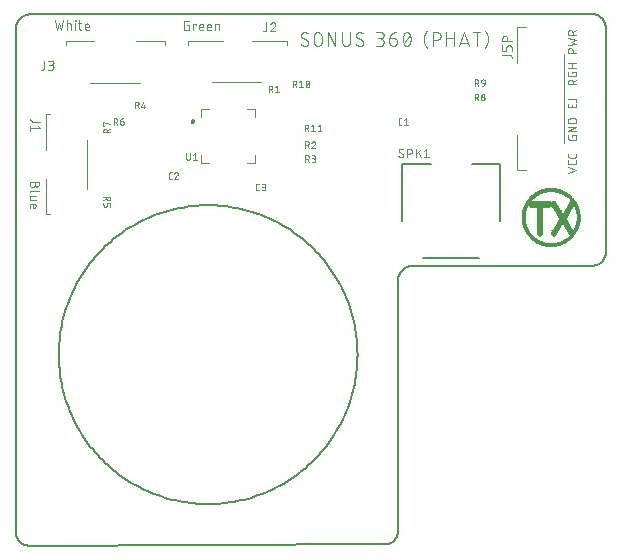
<source format=gto>
G75*
%MOIN*%
%OFA0B0*%
%FSLAX25Y25*%
%IPPOS*%
%LPD*%
%AMOC8*
5,1,8,0,0,1.08239X$1,22.5*
%
%ADD10C,0.00600*%
%ADD11R,0.00120X0.00030*%
%ADD12R,0.01350X0.00030*%
%ADD13R,0.01920X0.00030*%
%ADD14R,0.02370X0.00030*%
%ADD15R,0.02760X0.00030*%
%ADD16R,0.03360X0.00030*%
%ADD17R,0.03600X0.00030*%
%ADD18R,0.03840X0.00030*%
%ADD19R,0.04080X0.00030*%
%ADD20R,0.04500X0.00030*%
%ADD21R,0.04680X0.00030*%
%ADD22R,0.04920X0.00030*%
%ADD23R,0.05100X0.00030*%
%ADD24R,0.05340X0.00030*%
%ADD25R,0.05580X0.00030*%
%ADD26R,0.05760X0.00030*%
%ADD27R,0.05910X0.00030*%
%ADD28R,0.06060X0.00030*%
%ADD29R,0.06330X0.00030*%
%ADD30R,0.06480X0.00030*%
%ADD31R,0.06600X0.00030*%
%ADD32R,0.06780X0.00030*%
%ADD33R,0.07020X0.00030*%
%ADD34R,0.07140X0.00030*%
%ADD35R,0.07260X0.00030*%
%ADD36R,0.07380X0.00030*%
%ADD37R,0.07560X0.00030*%
%ADD38R,0.07740X0.00030*%
%ADD39R,0.07800X0.00030*%
%ADD40R,0.07920X0.00030*%
%ADD41R,0.08070X0.00030*%
%ADD42R,0.08280X0.00030*%
%ADD43R,0.08340X0.00030*%
%ADD44R,0.08460X0.00030*%
%ADD45R,0.08580X0.00030*%
%ADD46R,0.08760X0.00030*%
%ADD47R,0.08850X0.00030*%
%ADD48R,0.03870X0.00030*%
%ADD49R,0.03750X0.00030*%
%ADD50R,0.03660X0.00030*%
%ADD51R,0.03540X0.00030*%
%ADD52R,0.03240X0.00030*%
%ADD53R,0.03270X0.00030*%
%ADD54R,0.03120X0.00030*%
%ADD55R,0.03150X0.00030*%
%ADD56R,0.03060X0.00030*%
%ADD57R,0.02940X0.00030*%
%ADD58R,0.02820X0.00030*%
%ADD59R,0.02880X0.00030*%
%ADD60R,0.02850X0.00030*%
%ADD61R,0.02700X0.00030*%
%ADD62R,0.02640X0.00030*%
%ADD63R,0.02730X0.00030*%
%ADD64R,0.02610X0.00030*%
%ADD65R,0.02520X0.00030*%
%ADD66R,0.02580X0.00030*%
%ADD67R,0.02460X0.00030*%
%ADD68R,0.02430X0.00030*%
%ADD69R,0.02400X0.00030*%
%ADD70R,0.02310X0.00030*%
%ADD71R,0.02280X0.00030*%
%ADD72R,0.02220X0.00030*%
%ADD73R,0.02190X0.00030*%
%ADD74R,0.02160X0.00030*%
%ADD75R,0.02130X0.00030*%
%ADD76R,0.02250X0.00030*%
%ADD77R,0.02190X0.00030*%
%ADD78R,0.02100X0.00030*%
%ADD79R,0.02070X0.00030*%
%ADD80R,0.02040X0.00030*%
%ADD81R,0.02010X0.00030*%
%ADD82R,0.01980X0.00030*%
%ADD83R,0.01950X0.00030*%
%ADD84R,0.02040X0.00030*%
%ADD85R,0.01920X0.00030*%
%ADD86R,0.01860X0.00030*%
%ADD87R,0.01830X0.00030*%
%ADD88R,0.01770X0.00030*%
%ADD89R,0.01800X0.00030*%
%ADD90R,0.01770X0.00030*%
%ADD91R,0.01740X0.00030*%
%ADD92R,0.01740X0.00030*%
%ADD93R,0.01680X0.00030*%
%ADD94R,0.01650X0.00030*%
%ADD95R,0.01620X0.00030*%
%ADD96R,0.01620X0.00030*%
%ADD97R,0.01710X0.00030*%
%ADD98R,0.01590X0.00030*%
%ADD99R,0.01590X0.00030*%
%ADD100R,0.01560X0.00030*%
%ADD101R,0.01530X0.00030*%
%ADD102R,0.01500X0.00030*%
%ADD103R,0.01470X0.00030*%
%ADD104R,0.01470X0.00030*%
%ADD105R,0.01440X0.00030*%
%ADD106R,0.01440X0.00030*%
%ADD107R,0.01410X0.00030*%
%ADD108R,0.00360X0.00030*%
%ADD109R,0.00330X0.00030*%
%ADD110R,0.00600X0.00030*%
%ADD111R,0.01380X0.00030*%
%ADD112R,0.00840X0.00030*%
%ADD113R,0.00810X0.00030*%
%ADD114R,0.00900X0.00030*%
%ADD115R,0.00990X0.00030*%
%ADD116R,0.01050X0.00030*%
%ADD117R,0.01170X0.00030*%
%ADD118R,0.01140X0.00030*%
%ADD119R,0.01260X0.00030*%
%ADD120R,0.01230X0.00030*%
%ADD121R,0.01320X0.00030*%
%ADD122R,0.01290X0.00030*%
%ADD123R,0.01890X0.00030*%
%ADD124R,0.01890X0.00030*%
%ADD125R,0.02370X0.00030*%
%ADD126R,0.02490X0.00030*%
%ADD127R,0.02220X0.00030*%
%ADD128R,0.01320X0.00030*%
%ADD129R,0.02820X0.00030*%
%ADD130R,0.02910X0.00030*%
%ADD131R,0.02970X0.00030*%
%ADD132R,0.03000X0.00030*%
%ADD133R,0.03030X0.00030*%
%ADD134R,0.03090X0.00030*%
%ADD135R,0.03180X0.00030*%
%ADD136R,0.01290X0.00030*%
%ADD137R,0.03330X0.00030*%
%ADD138R,0.03390X0.00030*%
%ADD139R,0.03420X0.00030*%
%ADD140R,0.02340X0.00030*%
%ADD141R,0.03450X0.00030*%
%ADD142R,0.01170X0.00030*%
%ADD143R,0.01140X0.00030*%
%ADD144R,0.01110X0.00030*%
%ADD145R,0.01200X0.00030*%
%ADD146R,0.01080X0.00030*%
%ADD147R,0.02340X0.00030*%
%ADD148R,0.04620X0.00030*%
%ADD149R,0.04560X0.00030*%
%ADD150R,0.04440X0.00030*%
%ADD151R,0.04410X0.00030*%
%ADD152R,0.04380X0.00030*%
%ADD153R,0.04320X0.00030*%
%ADD154R,0.04260X0.00030*%
%ADD155R,0.04200X0.00030*%
%ADD156R,0.04140X0.00030*%
%ADD157R,0.01020X0.00030*%
%ADD158R,0.04020X0.00030*%
%ADD159R,0.03960X0.00030*%
%ADD160R,0.03900X0.00030*%
%ADD161R,0.03780X0.00030*%
%ADD162R,0.03720X0.00030*%
%ADD163R,0.03630X0.00030*%
%ADD164R,0.03570X0.00030*%
%ADD165R,0.03480X0.00030*%
%ADD166R,0.01020X0.00030*%
%ADD167R,0.03300X0.00030*%
%ADD168R,0.03210X0.00030*%
%ADD169R,0.02970X0.00030*%
%ADD170R,0.02790X0.00030*%
%ADD171R,0.02670X0.00030*%
%ADD172R,0.02550X0.00030*%
%ADD173R,0.02520X0.00030*%
%ADD174R,0.03510X0.00030*%
%ADD175R,0.03690X0.00030*%
%ADD176R,0.03810X0.00030*%
%ADD177R,0.03930X0.00030*%
%ADD178R,0.03990X0.00030*%
%ADD179R,0.04290X0.00030*%
%ADD180R,0.04350X0.00030*%
%ADD181R,0.04470X0.00030*%
%ADD182R,0.04530X0.00030*%
%ADD183R,0.04590X0.00030*%
%ADD184R,0.06210X0.00030*%
%ADD185R,0.06510X0.00030*%
%ADD186R,0.06690X0.00030*%
%ADD187R,0.06870X0.00030*%
%ADD188R,0.06960X0.00030*%
%ADD189R,0.07050X0.00030*%
%ADD190R,0.07140X0.00030*%
%ADD191R,0.07290X0.00030*%
%ADD192R,0.07350X0.00030*%
%ADD193R,0.07410X0.00030*%
%ADD194R,0.09810X0.00030*%
%ADD195R,0.09780X0.00030*%
%ADD196R,0.11100X0.00030*%
%ADD197R,0.11040X0.00030*%
%ADD198R,0.03270X0.00030*%
%ADD199R,0.10980X0.00030*%
%ADD200R,0.10950X0.00030*%
%ADD201R,0.10890X0.00030*%
%ADD202R,0.03090X0.00030*%
%ADD203R,0.10830X0.00030*%
%ADD204R,0.10770X0.00030*%
%ADD205R,0.10710X0.00030*%
%ADD206R,0.10650X0.00030*%
%ADD207R,0.10620X0.00030*%
%ADD208R,0.10590X0.00030*%
%ADD209R,0.10560X0.00030*%
%ADD210R,0.10530X0.00030*%
%ADD211R,0.10500X0.00030*%
%ADD212R,0.10440X0.00030*%
%ADD213R,0.10380X0.00030*%
%ADD214R,0.10320X0.00030*%
%ADD215R,0.10290X0.00030*%
%ADD216R,0.10230X0.00030*%
%ADD217R,0.10170X0.00030*%
%ADD218R,0.10110X0.00030*%
%ADD219R,0.10050X0.00030*%
%ADD220R,0.10020X0.00030*%
%ADD221R,0.09960X0.00030*%
%ADD222R,0.08400X0.00030*%
%ADD223R,0.08370X0.00030*%
%ADD224R,0.02070X0.00030*%
%ADD225R,0.08310X0.00030*%
%ADD226R,0.08250X0.00030*%
%ADD227R,0.08160X0.00030*%
%ADD228R,0.08070X0.00030*%
%ADD229R,0.00960X0.00030*%
%ADD230R,0.00840X0.00030*%
%ADD231R,0.08010X0.00030*%
%ADD232R,0.00750X0.00030*%
%ADD233R,0.07830X0.00030*%
%ADD234R,0.00570X0.00030*%
%ADD235R,0.07740X0.00030*%
%ADD236R,0.00390X0.00030*%
%ADD237R,0.02670X0.00030*%
%ADD238R,0.04020X0.00030*%
%ADD239R,0.09060X0.00030*%
%ADD240R,0.08940X0.00030*%
%ADD241C,0.00400*%
%ADD242C,0.00300*%
%ADD243C,0.00200*%
%ADD244C,0.00800*%
D10*
X0010011Y0007670D02*
X0128330Y0008113D01*
X0128299Y0008120D02*
X0128434Y0008122D01*
X0128568Y0008128D01*
X0128703Y0008138D01*
X0128837Y0008151D01*
X0128970Y0008169D01*
X0129104Y0008190D01*
X0129236Y0008216D01*
X0129367Y0008245D01*
X0129498Y0008278D01*
X0129628Y0008315D01*
X0129756Y0008355D01*
X0129884Y0008399D01*
X0130010Y0008447D01*
X0130134Y0008499D01*
X0130257Y0008554D01*
X0130378Y0008613D01*
X0130498Y0008675D01*
X0130615Y0008741D01*
X0130731Y0008810D01*
X0130845Y0008882D01*
X0130956Y0008958D01*
X0131066Y0009037D01*
X0131173Y0009119D01*
X0131277Y0009204D01*
X0131379Y0009292D01*
X0131478Y0009383D01*
X0131575Y0009477D01*
X0131669Y0009574D01*
X0131760Y0009673D01*
X0131848Y0009775D01*
X0131933Y0009879D01*
X0132015Y0009986D01*
X0132094Y0010096D01*
X0132170Y0010207D01*
X0132242Y0010321D01*
X0132311Y0010436D01*
X0132377Y0010554D01*
X0132439Y0010674D01*
X0132498Y0010795D01*
X0132553Y0010918D01*
X0132605Y0011042D01*
X0132653Y0011168D01*
X0132697Y0011296D01*
X0132737Y0011424D01*
X0132774Y0011554D01*
X0132807Y0011685D01*
X0132836Y0011816D01*
X0132862Y0011948D01*
X0132883Y0012082D01*
X0132901Y0012215D01*
X0132914Y0012349D01*
X0132924Y0012484D01*
X0132930Y0012618D01*
X0132932Y0012753D01*
X0132929Y0012656D02*
X0132929Y0096228D01*
X0132932Y0096286D02*
X0132934Y0096421D01*
X0132940Y0096555D01*
X0132950Y0096690D01*
X0132963Y0096824D01*
X0132981Y0096957D01*
X0133002Y0097091D01*
X0133028Y0097223D01*
X0133057Y0097354D01*
X0133090Y0097485D01*
X0133127Y0097615D01*
X0133167Y0097743D01*
X0133211Y0097871D01*
X0133259Y0097997D01*
X0133311Y0098121D01*
X0133366Y0098244D01*
X0133425Y0098365D01*
X0133487Y0098485D01*
X0133553Y0098603D01*
X0133622Y0098718D01*
X0133694Y0098832D01*
X0133770Y0098943D01*
X0133849Y0099053D01*
X0133931Y0099160D01*
X0134016Y0099264D01*
X0134104Y0099366D01*
X0134195Y0099465D01*
X0134289Y0099562D01*
X0134386Y0099656D01*
X0134485Y0099747D01*
X0134587Y0099835D01*
X0134691Y0099920D01*
X0134798Y0100002D01*
X0134908Y0100081D01*
X0135019Y0100157D01*
X0135133Y0100229D01*
X0135249Y0100298D01*
X0135366Y0100364D01*
X0135486Y0100426D01*
X0135607Y0100485D01*
X0135730Y0100540D01*
X0135854Y0100592D01*
X0135980Y0100640D01*
X0136108Y0100684D01*
X0136236Y0100724D01*
X0136366Y0100761D01*
X0136497Y0100794D01*
X0136628Y0100823D01*
X0136760Y0100849D01*
X0136894Y0100870D01*
X0137027Y0100888D01*
X0137161Y0100901D01*
X0137296Y0100911D01*
X0137430Y0100917D01*
X0137565Y0100919D01*
X0137537Y0100924D02*
X0197588Y0101037D01*
X0197522Y0101022D02*
X0197657Y0101024D01*
X0197791Y0101030D01*
X0197926Y0101040D01*
X0198060Y0101053D01*
X0198193Y0101071D01*
X0198327Y0101092D01*
X0198459Y0101118D01*
X0198590Y0101147D01*
X0198721Y0101180D01*
X0198851Y0101217D01*
X0198979Y0101257D01*
X0199107Y0101301D01*
X0199233Y0101349D01*
X0199357Y0101401D01*
X0199480Y0101456D01*
X0199601Y0101515D01*
X0199721Y0101577D01*
X0199838Y0101643D01*
X0199954Y0101712D01*
X0200068Y0101784D01*
X0200179Y0101860D01*
X0200289Y0101939D01*
X0200396Y0102021D01*
X0200500Y0102106D01*
X0200602Y0102194D01*
X0200701Y0102285D01*
X0200798Y0102379D01*
X0200892Y0102476D01*
X0200983Y0102575D01*
X0201071Y0102677D01*
X0201156Y0102781D01*
X0201238Y0102888D01*
X0201317Y0102998D01*
X0201393Y0103109D01*
X0201465Y0103223D01*
X0201534Y0103338D01*
X0201600Y0103456D01*
X0201662Y0103576D01*
X0201721Y0103697D01*
X0201776Y0103820D01*
X0201828Y0103944D01*
X0201876Y0104070D01*
X0201920Y0104198D01*
X0201960Y0104326D01*
X0201997Y0104456D01*
X0202030Y0104587D01*
X0202059Y0104718D01*
X0202085Y0104850D01*
X0202106Y0104984D01*
X0202124Y0105117D01*
X0202137Y0105251D01*
X0202147Y0105386D01*
X0202153Y0105520D01*
X0202155Y0105655D01*
X0202151Y0105538D02*
X0202112Y0180400D01*
X0202156Y0180345D02*
X0202154Y0180480D01*
X0202148Y0180614D01*
X0202138Y0180749D01*
X0202125Y0180883D01*
X0202107Y0181016D01*
X0202086Y0181150D01*
X0202060Y0181282D01*
X0202031Y0181413D01*
X0201998Y0181544D01*
X0201961Y0181674D01*
X0201921Y0181802D01*
X0201877Y0181930D01*
X0201829Y0182056D01*
X0201777Y0182180D01*
X0201722Y0182303D01*
X0201663Y0182424D01*
X0201601Y0182544D01*
X0201535Y0182662D01*
X0201466Y0182777D01*
X0201394Y0182891D01*
X0201318Y0183002D01*
X0201239Y0183112D01*
X0201157Y0183219D01*
X0201072Y0183323D01*
X0200984Y0183425D01*
X0200893Y0183524D01*
X0200799Y0183621D01*
X0200702Y0183715D01*
X0200603Y0183806D01*
X0200501Y0183894D01*
X0200397Y0183979D01*
X0200290Y0184061D01*
X0200180Y0184140D01*
X0200069Y0184216D01*
X0199955Y0184288D01*
X0199840Y0184357D01*
X0199722Y0184423D01*
X0199602Y0184485D01*
X0199481Y0184544D01*
X0199358Y0184599D01*
X0199234Y0184651D01*
X0199108Y0184699D01*
X0198980Y0184743D01*
X0198852Y0184783D01*
X0198722Y0184820D01*
X0198591Y0184853D01*
X0198460Y0184882D01*
X0198328Y0184908D01*
X0198194Y0184929D01*
X0198061Y0184947D01*
X0197927Y0184960D01*
X0197792Y0184970D01*
X0197658Y0184976D01*
X0197523Y0184978D01*
X0197522Y0184979D02*
X0182619Y0184836D01*
X0182624Y0184834D02*
X0010591Y0184776D01*
X0010596Y0184795D02*
X0010192Y0184795D01*
X0010057Y0184793D01*
X0009923Y0184787D01*
X0009788Y0184777D01*
X0009654Y0184764D01*
X0009521Y0184746D01*
X0009387Y0184725D01*
X0009255Y0184699D01*
X0009124Y0184670D01*
X0008993Y0184637D01*
X0008863Y0184600D01*
X0008735Y0184560D01*
X0008607Y0184516D01*
X0008481Y0184468D01*
X0008357Y0184416D01*
X0008234Y0184361D01*
X0008113Y0184302D01*
X0007993Y0184240D01*
X0007876Y0184174D01*
X0007760Y0184105D01*
X0007646Y0184033D01*
X0007535Y0183957D01*
X0007425Y0183878D01*
X0007318Y0183796D01*
X0007214Y0183711D01*
X0007112Y0183623D01*
X0007013Y0183532D01*
X0006916Y0183438D01*
X0006822Y0183341D01*
X0006731Y0183242D01*
X0006643Y0183140D01*
X0006558Y0183036D01*
X0006476Y0182929D01*
X0006397Y0182819D01*
X0006321Y0182708D01*
X0006249Y0182594D01*
X0006180Y0182479D01*
X0006114Y0182361D01*
X0006052Y0182241D01*
X0005993Y0182120D01*
X0005938Y0181997D01*
X0005886Y0181873D01*
X0005838Y0181747D01*
X0005794Y0181619D01*
X0005754Y0181491D01*
X0005717Y0181361D01*
X0005684Y0181230D01*
X0005655Y0181099D01*
X0005629Y0180967D01*
X0005608Y0180833D01*
X0005590Y0180700D01*
X0005577Y0180566D01*
X0005567Y0180431D01*
X0005561Y0180297D01*
X0005559Y0180162D01*
X0005580Y0180197D02*
X0005459Y0012177D01*
X0005460Y0012317D02*
X0005462Y0012182D01*
X0005468Y0012048D01*
X0005478Y0011913D01*
X0005491Y0011779D01*
X0005509Y0011646D01*
X0005530Y0011512D01*
X0005556Y0011380D01*
X0005585Y0011249D01*
X0005618Y0011118D01*
X0005655Y0010988D01*
X0005695Y0010860D01*
X0005739Y0010732D01*
X0005787Y0010606D01*
X0005839Y0010482D01*
X0005894Y0010359D01*
X0005953Y0010238D01*
X0006015Y0010118D01*
X0006081Y0010000D01*
X0006150Y0009885D01*
X0006222Y0009771D01*
X0006298Y0009660D01*
X0006377Y0009550D01*
X0006459Y0009443D01*
X0006544Y0009339D01*
X0006632Y0009237D01*
X0006723Y0009138D01*
X0006817Y0009041D01*
X0006914Y0008947D01*
X0007013Y0008856D01*
X0007115Y0008768D01*
X0007219Y0008683D01*
X0007326Y0008601D01*
X0007436Y0008522D01*
X0007547Y0008446D01*
X0007661Y0008374D01*
X0007777Y0008305D01*
X0007894Y0008239D01*
X0008014Y0008177D01*
X0008135Y0008118D01*
X0008258Y0008063D01*
X0008382Y0008011D01*
X0008508Y0007963D01*
X0008636Y0007919D01*
X0008764Y0007879D01*
X0008894Y0007842D01*
X0009025Y0007809D01*
X0009156Y0007780D01*
X0009288Y0007754D01*
X0009422Y0007733D01*
X0009555Y0007715D01*
X0009689Y0007702D01*
X0009824Y0007692D01*
X0009958Y0007686D01*
X0010093Y0007684D01*
X0019834Y0071365D02*
X0019849Y0072587D01*
X0019894Y0073808D01*
X0019969Y0075027D01*
X0020074Y0076245D01*
X0020208Y0077459D01*
X0020373Y0078670D01*
X0020567Y0079876D01*
X0020791Y0081077D01*
X0021044Y0082273D01*
X0021326Y0083462D01*
X0021637Y0084643D01*
X0021978Y0085817D01*
X0022347Y0086981D01*
X0022744Y0088137D01*
X0023170Y0089282D01*
X0023624Y0090417D01*
X0024105Y0091540D01*
X0024614Y0092650D01*
X0025150Y0093748D01*
X0025712Y0094833D01*
X0026302Y0095903D01*
X0026917Y0096959D01*
X0027558Y0097999D01*
X0028224Y0099024D01*
X0028915Y0100031D01*
X0029631Y0101021D01*
X0030371Y0101994D01*
X0031134Y0102948D01*
X0031921Y0103883D01*
X0032730Y0104798D01*
X0033562Y0105693D01*
X0034415Y0106568D01*
X0035290Y0107421D01*
X0036185Y0108253D01*
X0037100Y0109062D01*
X0038035Y0109849D01*
X0038989Y0110612D01*
X0039962Y0111352D01*
X0040952Y0112068D01*
X0041959Y0112759D01*
X0042984Y0113425D01*
X0044024Y0114066D01*
X0045080Y0114681D01*
X0046150Y0115271D01*
X0047235Y0115833D01*
X0048333Y0116369D01*
X0049443Y0116878D01*
X0050566Y0117359D01*
X0051701Y0117813D01*
X0052846Y0118239D01*
X0054002Y0118636D01*
X0055166Y0119005D01*
X0056340Y0119346D01*
X0057521Y0119657D01*
X0058710Y0119939D01*
X0059906Y0120192D01*
X0061107Y0120416D01*
X0062313Y0120610D01*
X0063524Y0120775D01*
X0064738Y0120909D01*
X0065956Y0121014D01*
X0067175Y0121089D01*
X0068396Y0121134D01*
X0069618Y0121149D01*
X0070840Y0121134D01*
X0072061Y0121089D01*
X0073280Y0121014D01*
X0074498Y0120909D01*
X0075712Y0120775D01*
X0076923Y0120610D01*
X0078129Y0120416D01*
X0079330Y0120192D01*
X0080526Y0119939D01*
X0081715Y0119657D01*
X0082896Y0119346D01*
X0084070Y0119005D01*
X0085234Y0118636D01*
X0086390Y0118239D01*
X0087535Y0117813D01*
X0088670Y0117359D01*
X0089793Y0116878D01*
X0090903Y0116369D01*
X0092001Y0115833D01*
X0093086Y0115271D01*
X0094156Y0114681D01*
X0095212Y0114066D01*
X0096252Y0113425D01*
X0097277Y0112759D01*
X0098284Y0112068D01*
X0099274Y0111352D01*
X0100247Y0110612D01*
X0101201Y0109849D01*
X0102136Y0109062D01*
X0103051Y0108253D01*
X0103946Y0107421D01*
X0104821Y0106568D01*
X0105674Y0105693D01*
X0106506Y0104798D01*
X0107315Y0103883D01*
X0108102Y0102948D01*
X0108865Y0101994D01*
X0109605Y0101021D01*
X0110321Y0100031D01*
X0111012Y0099024D01*
X0111678Y0097999D01*
X0112319Y0096959D01*
X0112934Y0095903D01*
X0113524Y0094833D01*
X0114086Y0093748D01*
X0114622Y0092650D01*
X0115131Y0091540D01*
X0115612Y0090417D01*
X0116066Y0089282D01*
X0116492Y0088137D01*
X0116889Y0086981D01*
X0117258Y0085817D01*
X0117599Y0084643D01*
X0117910Y0083462D01*
X0118192Y0082273D01*
X0118445Y0081077D01*
X0118669Y0079876D01*
X0118863Y0078670D01*
X0119028Y0077459D01*
X0119162Y0076245D01*
X0119267Y0075027D01*
X0119342Y0073808D01*
X0119387Y0072587D01*
X0119402Y0071365D01*
X0119387Y0070143D01*
X0119342Y0068922D01*
X0119267Y0067703D01*
X0119162Y0066485D01*
X0119028Y0065271D01*
X0118863Y0064060D01*
X0118669Y0062854D01*
X0118445Y0061653D01*
X0118192Y0060457D01*
X0117910Y0059268D01*
X0117599Y0058087D01*
X0117258Y0056913D01*
X0116889Y0055749D01*
X0116492Y0054593D01*
X0116066Y0053448D01*
X0115612Y0052313D01*
X0115131Y0051190D01*
X0114622Y0050080D01*
X0114086Y0048982D01*
X0113524Y0047897D01*
X0112934Y0046827D01*
X0112319Y0045771D01*
X0111678Y0044731D01*
X0111012Y0043706D01*
X0110321Y0042699D01*
X0109605Y0041709D01*
X0108865Y0040736D01*
X0108102Y0039782D01*
X0107315Y0038847D01*
X0106506Y0037932D01*
X0105674Y0037037D01*
X0104821Y0036162D01*
X0103946Y0035309D01*
X0103051Y0034477D01*
X0102136Y0033668D01*
X0101201Y0032881D01*
X0100247Y0032118D01*
X0099274Y0031378D01*
X0098284Y0030662D01*
X0097277Y0029971D01*
X0096252Y0029305D01*
X0095212Y0028664D01*
X0094156Y0028049D01*
X0093086Y0027459D01*
X0092001Y0026897D01*
X0090903Y0026361D01*
X0089793Y0025852D01*
X0088670Y0025371D01*
X0087535Y0024917D01*
X0086390Y0024491D01*
X0085234Y0024094D01*
X0084070Y0023725D01*
X0082896Y0023384D01*
X0081715Y0023073D01*
X0080526Y0022791D01*
X0079330Y0022538D01*
X0078129Y0022314D01*
X0076923Y0022120D01*
X0075712Y0021955D01*
X0074498Y0021821D01*
X0073280Y0021716D01*
X0072061Y0021641D01*
X0070840Y0021596D01*
X0069618Y0021581D01*
X0068396Y0021596D01*
X0067175Y0021641D01*
X0065956Y0021716D01*
X0064738Y0021821D01*
X0063524Y0021955D01*
X0062313Y0022120D01*
X0061107Y0022314D01*
X0059906Y0022538D01*
X0058710Y0022791D01*
X0057521Y0023073D01*
X0056340Y0023384D01*
X0055166Y0023725D01*
X0054002Y0024094D01*
X0052846Y0024491D01*
X0051701Y0024917D01*
X0050566Y0025371D01*
X0049443Y0025852D01*
X0048333Y0026361D01*
X0047235Y0026897D01*
X0046150Y0027459D01*
X0045080Y0028049D01*
X0044024Y0028664D01*
X0042984Y0029305D01*
X0041959Y0029971D01*
X0040952Y0030662D01*
X0039962Y0031378D01*
X0038989Y0032118D01*
X0038035Y0032881D01*
X0037100Y0033668D01*
X0036185Y0034477D01*
X0035290Y0035309D01*
X0034415Y0036162D01*
X0033562Y0037037D01*
X0032730Y0037932D01*
X0031921Y0038847D01*
X0031134Y0039782D01*
X0030371Y0040736D01*
X0029631Y0041709D01*
X0028915Y0042699D01*
X0028224Y0043706D01*
X0027558Y0044731D01*
X0026917Y0045771D01*
X0026302Y0046827D01*
X0025712Y0047897D01*
X0025150Y0048982D01*
X0024614Y0050080D01*
X0024105Y0051190D01*
X0023624Y0052313D01*
X0023170Y0053448D01*
X0022744Y0054593D01*
X0022347Y0055749D01*
X0021978Y0056913D01*
X0021637Y0058087D01*
X0021326Y0059268D01*
X0021044Y0060457D01*
X0020791Y0061653D01*
X0020567Y0062854D01*
X0020373Y0064060D01*
X0020208Y0065271D01*
X0020074Y0066485D01*
X0019969Y0067703D01*
X0019894Y0068922D01*
X0019849Y0070143D01*
X0019834Y0071365D01*
D11*
X0183934Y0107158D03*
X0183934Y0126658D03*
D12*
X0183949Y0126628D03*
X0184819Y0121978D03*
X0191179Y0122548D03*
X0191209Y0122518D03*
X0191269Y0122428D03*
X0191299Y0122398D03*
X0190879Y0110878D03*
X0190849Y0110818D03*
X0184819Y0110908D03*
X0183949Y0107188D03*
X0176539Y0111508D03*
X0176479Y0111598D03*
X0176419Y0111688D03*
X0176389Y0111718D03*
X0176359Y0111748D03*
X0176359Y0111778D03*
X0176329Y0111808D03*
X0176269Y0111898D03*
X0176239Y0111958D03*
D13*
X0178684Y0109408D03*
X0183934Y0107218D03*
X0188914Y0109198D03*
X0191224Y0122068D03*
X0189214Y0124378D03*
X0189184Y0124408D03*
X0189124Y0124438D03*
X0183934Y0126598D03*
X0178474Y0124198D03*
X0178414Y0124168D03*
D14*
X0179539Y0124858D03*
X0183949Y0126568D03*
X0188239Y0124948D03*
X0187849Y0116548D03*
X0179749Y0108808D03*
X0183949Y0107248D03*
D15*
X0183934Y0107278D03*
X0180364Y0108538D03*
X0187414Y0108478D03*
X0190894Y0111898D03*
X0190894Y0111928D03*
X0187834Y0116848D03*
X0191164Y0121408D03*
X0191164Y0121438D03*
X0187624Y0125218D03*
X0183934Y0126538D03*
D16*
X0183934Y0126508D03*
X0186994Y0125398D03*
X0187834Y0117328D03*
X0187834Y0117298D03*
X0187834Y0115588D03*
X0187834Y0115558D03*
X0190864Y0112408D03*
X0183934Y0107308D03*
X0181024Y0108328D03*
D17*
X0183934Y0107338D03*
X0187834Y0115378D03*
X0187834Y0117508D03*
X0181054Y0125428D03*
X0183934Y0126478D03*
D18*
X0183934Y0126448D03*
X0187834Y0117718D03*
X0187834Y0115198D03*
X0187834Y0115168D03*
X0183934Y0107368D03*
D19*
X0183934Y0107398D03*
X0187834Y0114988D03*
X0187834Y0117898D03*
X0183934Y0126418D03*
D20*
X0183934Y0126388D03*
X0187834Y0114658D03*
X0187834Y0114628D03*
X0183934Y0107428D03*
D21*
X0183934Y0107458D03*
X0183934Y0126358D03*
D22*
X0183934Y0126328D03*
X0183934Y0107488D03*
D23*
X0183934Y0107518D03*
X0183934Y0126298D03*
D24*
X0183934Y0126268D03*
X0183934Y0107548D03*
D25*
X0183934Y0107578D03*
X0183934Y0126238D03*
D26*
X0183934Y0126208D03*
X0183934Y0107608D03*
D27*
X0183949Y0107638D03*
X0183949Y0126178D03*
D28*
X0183934Y0126148D03*
X0183934Y0107668D03*
D29*
X0183949Y0107698D03*
X0183949Y0126118D03*
D30*
X0183934Y0126088D03*
X0183934Y0107728D03*
D31*
X0183934Y0107758D03*
X0183934Y0126058D03*
D32*
X0183934Y0126028D03*
X0183934Y0107788D03*
D33*
X0183934Y0107818D03*
X0183934Y0125998D03*
D34*
X0183934Y0125968D03*
X0183934Y0107848D03*
D35*
X0183934Y0107878D03*
X0180304Y0120538D03*
X0183934Y0125938D03*
D36*
X0183934Y0125908D03*
X0183934Y0107908D03*
D37*
X0183934Y0107938D03*
X0183934Y0125878D03*
D38*
X0183934Y0125848D03*
X0183934Y0107968D03*
D39*
X0183934Y0107998D03*
X0183934Y0125818D03*
D40*
X0183934Y0125788D03*
X0183934Y0108028D03*
D41*
X0183949Y0108058D03*
X0183949Y0125758D03*
D42*
X0183934Y0125728D03*
X0183934Y0108088D03*
D43*
X0183934Y0108118D03*
X0183934Y0125698D03*
D44*
X0183934Y0125668D03*
X0183934Y0108148D03*
D45*
X0183934Y0108178D03*
X0183934Y0125638D03*
D46*
X0183934Y0125608D03*
X0183934Y0108208D03*
D47*
X0183949Y0108238D03*
X0183949Y0125578D03*
D48*
X0181399Y0108268D03*
D49*
X0186529Y0108268D03*
X0187819Y0115258D03*
D50*
X0187834Y0115318D03*
X0187834Y0117568D03*
X0186754Y0125458D03*
X0181234Y0108298D03*
D51*
X0186694Y0108298D03*
X0187834Y0115438D03*
X0187834Y0117478D03*
D52*
X0187834Y0117238D03*
X0191134Y0121018D03*
X0190894Y0112318D03*
X0190894Y0112288D03*
X0186904Y0108328D03*
D53*
X0190879Y0112348D03*
X0187819Y0115648D03*
X0180919Y0108358D03*
D54*
X0187024Y0108358D03*
X0187834Y0115738D03*
X0187834Y0115768D03*
X0187834Y0117118D03*
X0187834Y0117148D03*
X0191134Y0121108D03*
D55*
X0190879Y0112228D03*
X0180829Y0108388D03*
X0180589Y0125308D03*
D56*
X0180514Y0125278D03*
X0187834Y0117088D03*
X0187834Y0115798D03*
X0187114Y0108388D03*
X0180724Y0108418D03*
D57*
X0180604Y0108448D03*
X0187204Y0108418D03*
X0190894Y0112048D03*
X0187834Y0116998D03*
X0191164Y0121288D03*
X0187414Y0125278D03*
D58*
X0191164Y0121378D03*
X0187834Y0116878D03*
X0187834Y0116008D03*
X0187324Y0108448D03*
X0180184Y0125158D03*
D59*
X0187834Y0116938D03*
X0187834Y0115948D03*
X0191164Y0121318D03*
X0180514Y0108478D03*
D60*
X0180439Y0108508D03*
X0187849Y0115978D03*
X0187849Y0116908D03*
X0191149Y0121348D03*
X0190879Y0111988D03*
D61*
X0190894Y0111868D03*
X0190894Y0111838D03*
X0187504Y0108508D03*
X0187834Y0116098D03*
X0187834Y0116788D03*
X0187834Y0116818D03*
X0191164Y0121468D03*
X0191164Y0121498D03*
X0187684Y0125188D03*
D62*
X0179944Y0125068D03*
X0187834Y0116758D03*
X0187834Y0116158D03*
X0190894Y0111808D03*
X0187564Y0108538D03*
X0180184Y0108598D03*
D63*
X0180289Y0108568D03*
X0187819Y0116068D03*
X0180109Y0125128D03*
D64*
X0179899Y0125038D03*
X0187819Y0125128D03*
X0191179Y0121558D03*
X0187849Y0116728D03*
X0190879Y0111778D03*
X0187639Y0108568D03*
D65*
X0187744Y0108598D03*
X0190894Y0111718D03*
X0180004Y0108688D03*
D66*
X0180064Y0108658D03*
X0180124Y0108628D03*
X0187834Y0116188D03*
X0187834Y0116698D03*
X0190894Y0111748D03*
X0191164Y0121588D03*
D67*
X0191164Y0121678D03*
X0188044Y0125038D03*
X0179584Y0124888D03*
X0187834Y0116608D03*
X0190894Y0111658D03*
X0190894Y0111628D03*
X0187804Y0108628D03*
X0179914Y0108718D03*
D68*
X0179839Y0108748D03*
X0187879Y0108658D03*
X0187819Y0116308D03*
X0187849Y0116578D03*
X0191179Y0121708D03*
X0191179Y0121738D03*
X0188089Y0125008D03*
X0179629Y0124918D03*
D69*
X0188164Y0124978D03*
X0187834Y0116338D03*
X0187924Y0108688D03*
X0179794Y0108778D03*
D70*
X0179659Y0108838D03*
X0185239Y0112258D03*
X0185269Y0112318D03*
X0185299Y0112378D03*
X0185329Y0112408D03*
X0185359Y0112468D03*
X0185389Y0112528D03*
X0185419Y0112558D03*
X0185449Y0112618D03*
X0185479Y0112648D03*
X0185509Y0112678D03*
X0185509Y0112708D03*
X0185539Y0112768D03*
X0185569Y0112798D03*
X0185629Y0112888D03*
X0185749Y0113068D03*
X0186139Y0113698D03*
X0186169Y0113728D03*
X0186289Y0113938D03*
X0186409Y0114118D03*
X0186439Y0114178D03*
X0186529Y0114328D03*
X0186559Y0114358D03*
X0186649Y0114508D03*
X0187849Y0116458D03*
X0187849Y0116488D03*
X0188989Y0118348D03*
X0189019Y0118378D03*
X0189139Y0118558D03*
X0189169Y0118618D03*
X0189259Y0118768D03*
X0189409Y0119008D03*
X0189559Y0119248D03*
X0189799Y0119638D03*
X0190039Y0119998D03*
X0190069Y0120028D03*
X0190069Y0120058D03*
X0190129Y0120148D03*
X0190159Y0120178D03*
X0190189Y0120238D03*
X0190219Y0120298D03*
X0190249Y0120328D03*
X0190279Y0120388D03*
X0190309Y0120418D03*
X0190309Y0120448D03*
X0190339Y0120478D03*
X0190429Y0120628D03*
X0190459Y0120658D03*
X0190459Y0120688D03*
X0191179Y0121798D03*
X0188359Y0124888D03*
X0188299Y0124918D03*
X0185239Y0120628D03*
X0185359Y0120418D03*
X0185389Y0120388D03*
X0185509Y0120178D03*
X0185629Y0119998D03*
X0185749Y0119818D03*
X0185749Y0119788D03*
X0185779Y0119758D03*
X0185869Y0119608D03*
X0185899Y0119578D03*
X0185899Y0119548D03*
X0185989Y0119428D03*
X0186019Y0119368D03*
X0186079Y0119278D03*
X0186139Y0119188D03*
X0186169Y0119128D03*
X0186229Y0119038D03*
X0186289Y0118948D03*
X0186319Y0118888D03*
X0186379Y0118798D03*
X0186409Y0118768D03*
X0186409Y0118738D03*
X0186439Y0118708D03*
X0186469Y0118648D03*
X0186529Y0118558D03*
X0186559Y0118528D03*
X0186559Y0118498D03*
X0186619Y0118408D03*
X0186649Y0118378D03*
X0189019Y0114508D03*
X0189049Y0114478D03*
X0189139Y0114328D03*
X0189169Y0114298D03*
X0189169Y0114268D03*
X0189259Y0114148D03*
X0189289Y0114088D03*
X0189349Y0113998D03*
X0189409Y0113908D03*
X0189409Y0113878D03*
X0189439Y0113848D03*
X0189499Y0113758D03*
X0189529Y0113698D03*
X0189559Y0113668D03*
X0189589Y0113608D03*
X0189649Y0113518D03*
X0189679Y0113488D03*
X0189679Y0113458D03*
X0189739Y0113368D03*
X0189799Y0113278D03*
X0189829Y0113218D03*
X0189919Y0113068D03*
X0189949Y0113038D03*
X0190039Y0112888D03*
X0190069Y0112858D03*
X0190069Y0112828D03*
X0190189Y0112648D03*
X0190879Y0111538D03*
X0188089Y0108748D03*
X0188029Y0108718D03*
X0179359Y0124768D03*
D71*
X0179314Y0124738D03*
X0185254Y0120598D03*
X0185284Y0120568D03*
X0185284Y0120538D03*
X0185314Y0120508D03*
X0185344Y0120478D03*
X0185344Y0120448D03*
X0185404Y0120358D03*
X0185434Y0120298D03*
X0185464Y0120268D03*
X0185494Y0120238D03*
X0185494Y0120208D03*
X0185524Y0120148D03*
X0185554Y0120118D03*
X0185584Y0120088D03*
X0185584Y0120058D03*
X0185614Y0120028D03*
X0185644Y0119968D03*
X0185674Y0119938D03*
X0185674Y0119908D03*
X0185704Y0119878D03*
X0185734Y0119848D03*
X0185794Y0119728D03*
X0185824Y0119698D03*
X0185824Y0119668D03*
X0185854Y0119638D03*
X0185914Y0119518D03*
X0185944Y0119488D03*
X0185974Y0119458D03*
X0186004Y0119398D03*
X0186034Y0119338D03*
X0186064Y0119308D03*
X0186094Y0119248D03*
X0186124Y0119218D03*
X0186184Y0119098D03*
X0186214Y0119068D03*
X0186244Y0119008D03*
X0186274Y0118978D03*
X0186304Y0118918D03*
X0186334Y0118858D03*
X0186364Y0118828D03*
X0186454Y0118678D03*
X0186484Y0118618D03*
X0186514Y0118588D03*
X0186574Y0118468D03*
X0186604Y0118438D03*
X0186664Y0118348D03*
X0187834Y0116428D03*
X0186664Y0114538D03*
X0186634Y0114478D03*
X0186604Y0114448D03*
X0186574Y0114418D03*
X0186574Y0114388D03*
X0186514Y0114298D03*
X0186484Y0114238D03*
X0186454Y0114208D03*
X0186424Y0114148D03*
X0186394Y0114088D03*
X0186364Y0114058D03*
X0186334Y0113998D03*
X0186304Y0113968D03*
X0186274Y0113908D03*
X0186244Y0113878D03*
X0186244Y0113848D03*
X0186214Y0113818D03*
X0186184Y0113788D03*
X0186184Y0113758D03*
X0186124Y0113668D03*
X0186064Y0113578D03*
X0186034Y0113548D03*
X0186034Y0113518D03*
X0186004Y0113488D03*
X0186004Y0113458D03*
X0185974Y0113428D03*
X0185914Y0113338D03*
X0185914Y0113308D03*
X0185884Y0113278D03*
X0185824Y0113188D03*
X0185794Y0113158D03*
X0185794Y0113128D03*
X0185764Y0113098D03*
X0185734Y0113038D03*
X0185704Y0113008D03*
X0185674Y0112978D03*
X0185674Y0112948D03*
X0185644Y0112918D03*
X0185614Y0112858D03*
X0185584Y0112828D03*
X0185524Y0112738D03*
X0185434Y0112588D03*
X0185344Y0112438D03*
X0185284Y0112348D03*
X0185254Y0112288D03*
X0185224Y0112228D03*
X0185194Y0112198D03*
X0185194Y0112168D03*
X0185164Y0112138D03*
X0185134Y0112108D03*
X0185134Y0112078D03*
X0185104Y0112048D03*
X0185104Y0112018D03*
X0188134Y0108778D03*
X0190864Y0111508D03*
X0190264Y0112528D03*
X0190234Y0112558D03*
X0190234Y0112588D03*
X0190204Y0112618D03*
X0190174Y0112678D03*
X0190144Y0112708D03*
X0190144Y0112738D03*
X0190114Y0112768D03*
X0190084Y0112798D03*
X0190024Y0112918D03*
X0189994Y0112948D03*
X0189994Y0112978D03*
X0189964Y0113008D03*
X0189904Y0113098D03*
X0189904Y0113128D03*
X0189874Y0113158D03*
X0189844Y0113188D03*
X0189814Y0113248D03*
X0189784Y0113308D03*
X0189754Y0113338D03*
X0189724Y0113398D03*
X0189694Y0113428D03*
X0189634Y0113548D03*
X0189604Y0113578D03*
X0189574Y0113638D03*
X0189514Y0113728D03*
X0189484Y0113788D03*
X0189454Y0113818D03*
X0189394Y0113938D03*
X0189364Y0113968D03*
X0189334Y0114028D03*
X0189304Y0114058D03*
X0189274Y0114118D03*
X0189244Y0114178D03*
X0189214Y0114208D03*
X0189184Y0114238D03*
X0189124Y0114358D03*
X0189094Y0114388D03*
X0189094Y0114418D03*
X0189064Y0114448D03*
X0189034Y0118408D03*
X0189064Y0118438D03*
X0189064Y0118468D03*
X0189094Y0118498D03*
X0189124Y0118528D03*
X0189154Y0118588D03*
X0189184Y0118648D03*
X0189214Y0118678D03*
X0189214Y0118708D03*
X0189244Y0118738D03*
X0189274Y0118798D03*
X0189304Y0118828D03*
X0189304Y0118858D03*
X0189334Y0118888D03*
X0189364Y0118948D03*
X0189394Y0118978D03*
X0189424Y0119038D03*
X0189454Y0119068D03*
X0189484Y0119128D03*
X0189514Y0119188D03*
X0189544Y0119218D03*
X0189574Y0119278D03*
X0189634Y0119368D03*
X0189664Y0119398D03*
X0189664Y0119428D03*
X0189694Y0119458D03*
X0189724Y0119518D03*
X0189754Y0119578D03*
X0189784Y0119608D03*
X0189814Y0119668D03*
X0189874Y0119758D03*
X0189904Y0119788D03*
X0189904Y0119818D03*
X0189934Y0119848D03*
X0189964Y0119878D03*
X0189964Y0119908D03*
X0189994Y0119938D03*
X0190024Y0119968D03*
X0190084Y0120088D03*
X0190114Y0120118D03*
X0190174Y0120208D03*
X0190204Y0120268D03*
X0190264Y0120358D03*
X0190354Y0120508D03*
X0190384Y0120538D03*
X0190384Y0120568D03*
X0190414Y0120598D03*
X0190474Y0120718D03*
X0191164Y0121828D03*
X0188404Y0124858D03*
X0179554Y0108898D03*
X0179584Y0108868D03*
D72*
X0185044Y0111898D03*
X0185044Y0111928D03*
X0188194Y0108808D03*
X0179254Y0124708D03*
X0179194Y0124678D03*
D73*
X0179089Y0124618D03*
X0188539Y0124798D03*
X0188569Y0124768D03*
X0191179Y0121918D03*
X0191179Y0121888D03*
X0184969Y0111748D03*
X0184939Y0111688D03*
X0188269Y0108838D03*
X0190879Y0111448D03*
D74*
X0190894Y0111418D03*
X0188344Y0108868D03*
X0184924Y0111628D03*
X0184924Y0111658D03*
X0184954Y0111718D03*
X0179374Y0108988D03*
X0179314Y0109018D03*
X0179044Y0124588D03*
X0188614Y0124738D03*
D75*
X0188689Y0124708D03*
X0178999Y0124558D03*
X0178939Y0124528D03*
X0184909Y0111598D03*
X0188389Y0108898D03*
X0188449Y0108928D03*
X0190879Y0111388D03*
X0179269Y0109048D03*
X0179239Y0109078D03*
D76*
X0179479Y0108928D03*
X0185029Y0111868D03*
X0185059Y0111958D03*
X0185089Y0111988D03*
X0185839Y0113218D03*
X0185869Y0113248D03*
X0185929Y0113368D03*
X0185959Y0113398D03*
X0186079Y0113608D03*
X0186109Y0113638D03*
X0186349Y0114028D03*
X0186499Y0114268D03*
X0190879Y0111478D03*
X0189349Y0118918D03*
X0189469Y0119098D03*
X0189499Y0119158D03*
X0189589Y0119308D03*
X0189619Y0119338D03*
X0189709Y0119488D03*
X0189739Y0119548D03*
X0189829Y0119698D03*
X0189859Y0119728D03*
X0190489Y0120748D03*
X0191179Y0121858D03*
X0188479Y0124828D03*
X0185419Y0120328D03*
D77*
X0179149Y0124648D03*
X0179449Y0108958D03*
D78*
X0184894Y0111568D03*
X0188494Y0108958D03*
X0190864Y0111358D03*
X0191194Y0121948D03*
X0178894Y0124498D03*
X0178864Y0124468D03*
D79*
X0188779Y0124648D03*
X0184879Y0111538D03*
X0184879Y0111508D03*
X0188569Y0108988D03*
X0179179Y0109108D03*
X0179119Y0109138D03*
D80*
X0179014Y0109198D03*
X0178984Y0109228D03*
X0184864Y0111448D03*
X0184864Y0111478D03*
X0188614Y0109018D03*
X0190864Y0111328D03*
X0188884Y0124588D03*
X0178804Y0124438D03*
X0178744Y0124408D03*
X0178714Y0124378D03*
D81*
X0188989Y0124528D03*
X0191209Y0122008D03*
X0190879Y0111298D03*
X0188659Y0109048D03*
X0184849Y0111418D03*
D82*
X0184864Y0111388D03*
X0188704Y0109078D03*
X0180304Y0111658D03*
X0180304Y0111688D03*
X0180304Y0111718D03*
X0180304Y0111748D03*
X0180304Y0111778D03*
X0180304Y0111808D03*
X0180304Y0111838D03*
X0180304Y0111868D03*
X0180304Y0111898D03*
X0180304Y0111928D03*
X0180304Y0111958D03*
X0180304Y0111988D03*
X0180304Y0112018D03*
X0180304Y0112048D03*
X0180304Y0112078D03*
X0180304Y0112108D03*
X0180304Y0112138D03*
X0180304Y0112168D03*
X0180304Y0112198D03*
X0180304Y0112228D03*
X0180304Y0112258D03*
X0180304Y0112288D03*
X0180304Y0112318D03*
X0180304Y0112348D03*
X0180304Y0112378D03*
X0180304Y0112408D03*
X0180304Y0112438D03*
X0180304Y0112468D03*
X0180304Y0112498D03*
X0180304Y0112528D03*
X0180304Y0112558D03*
X0180304Y0112588D03*
X0180304Y0112618D03*
X0180304Y0112648D03*
X0180304Y0112678D03*
X0180304Y0112708D03*
X0180304Y0112738D03*
X0180304Y0112768D03*
X0180304Y0112798D03*
X0180304Y0112828D03*
X0180304Y0112858D03*
X0180304Y0112888D03*
X0180304Y0112918D03*
X0180304Y0112948D03*
X0180304Y0112978D03*
X0180304Y0113008D03*
X0180304Y0113038D03*
X0180304Y0113068D03*
X0180304Y0113098D03*
X0180304Y0113128D03*
X0180304Y0113158D03*
X0180304Y0113188D03*
X0180304Y0113218D03*
X0180304Y0113248D03*
X0180304Y0113278D03*
X0180304Y0113308D03*
X0180304Y0113338D03*
X0180304Y0113368D03*
X0180304Y0113398D03*
X0180304Y0113428D03*
X0180304Y0113458D03*
X0180304Y0113488D03*
X0180304Y0113518D03*
X0180304Y0113548D03*
X0180304Y0113578D03*
X0180304Y0113608D03*
X0180304Y0113638D03*
X0180304Y0113668D03*
X0180304Y0113698D03*
X0180304Y0113728D03*
X0180304Y0113758D03*
X0180304Y0113788D03*
X0180304Y0113818D03*
X0180304Y0113848D03*
X0180304Y0113878D03*
X0180304Y0113908D03*
X0180304Y0113938D03*
X0180304Y0113968D03*
X0180304Y0113998D03*
X0180304Y0114028D03*
X0180304Y0114058D03*
X0180304Y0114088D03*
X0180304Y0114118D03*
X0180304Y0114148D03*
X0180304Y0114178D03*
X0180304Y0114208D03*
X0180304Y0114238D03*
X0180304Y0114268D03*
X0180304Y0114298D03*
X0180304Y0114328D03*
X0180304Y0114358D03*
X0180304Y0114388D03*
X0180304Y0114418D03*
X0180304Y0114448D03*
X0180304Y0114478D03*
X0180304Y0114508D03*
X0180304Y0114538D03*
X0180304Y0114568D03*
X0180304Y0114598D03*
X0180304Y0114628D03*
X0180304Y0114658D03*
X0180304Y0114688D03*
X0180304Y0114718D03*
X0180304Y0114748D03*
X0180304Y0114778D03*
X0180304Y0114808D03*
X0180304Y0114838D03*
X0180304Y0114868D03*
X0180304Y0114898D03*
X0180304Y0114928D03*
X0180304Y0114958D03*
X0180304Y0114988D03*
X0180304Y0115018D03*
X0180304Y0115048D03*
X0180304Y0115078D03*
X0180304Y0115108D03*
X0180304Y0115138D03*
X0180304Y0115168D03*
X0180304Y0115198D03*
X0180304Y0115228D03*
X0180304Y0115258D03*
X0180304Y0115288D03*
X0180304Y0115318D03*
X0180304Y0115348D03*
X0180304Y0115378D03*
X0180304Y0115408D03*
X0180304Y0115438D03*
X0180304Y0115468D03*
X0180304Y0115498D03*
X0180304Y0115528D03*
X0180304Y0115558D03*
X0180304Y0115588D03*
X0180304Y0115618D03*
X0180304Y0115648D03*
X0180304Y0115678D03*
X0180304Y0115708D03*
X0180304Y0115738D03*
X0180304Y0115768D03*
X0180304Y0115798D03*
X0180304Y0115828D03*
X0180304Y0115858D03*
X0180304Y0115888D03*
X0180304Y0115918D03*
X0180304Y0115948D03*
X0180304Y0115978D03*
X0180304Y0116008D03*
X0180304Y0116038D03*
X0180304Y0116068D03*
X0180304Y0116098D03*
X0180304Y0116128D03*
X0180304Y0116158D03*
X0180304Y0116188D03*
X0180304Y0116218D03*
X0180304Y0116248D03*
X0180304Y0116278D03*
X0180304Y0116308D03*
X0180304Y0116338D03*
X0180304Y0116368D03*
X0180304Y0116398D03*
X0180304Y0116428D03*
X0180304Y0116458D03*
X0180304Y0116488D03*
X0180304Y0116518D03*
X0180304Y0116548D03*
X0180304Y0116578D03*
X0180304Y0116608D03*
X0180304Y0116638D03*
X0180304Y0116668D03*
X0180304Y0116698D03*
X0180304Y0116728D03*
X0180304Y0116758D03*
X0180304Y0116788D03*
X0180304Y0116818D03*
X0180304Y0116848D03*
X0180304Y0116878D03*
X0180304Y0116908D03*
X0180304Y0116938D03*
X0180304Y0116968D03*
X0180304Y0116998D03*
X0180304Y0117028D03*
X0180304Y0117058D03*
X0180304Y0117088D03*
X0180304Y0117118D03*
X0180304Y0117148D03*
X0180304Y0117178D03*
X0180304Y0117208D03*
X0180304Y0117238D03*
X0180304Y0117268D03*
X0180304Y0117298D03*
X0180304Y0117328D03*
X0180304Y0117358D03*
X0180304Y0117388D03*
X0180304Y0117418D03*
X0180304Y0117448D03*
X0180304Y0117478D03*
X0180304Y0117508D03*
X0180304Y0117538D03*
X0180304Y0117568D03*
X0180304Y0117598D03*
X0180304Y0117628D03*
X0180304Y0117658D03*
X0180304Y0117688D03*
X0180304Y0117718D03*
X0180304Y0117748D03*
X0180304Y0117778D03*
X0180304Y0117808D03*
X0180304Y0117838D03*
X0180304Y0117868D03*
X0180304Y0117898D03*
X0180304Y0117928D03*
X0180304Y0117958D03*
X0180304Y0117988D03*
X0180304Y0118018D03*
X0180304Y0118048D03*
X0180304Y0118078D03*
X0180304Y0118108D03*
X0180304Y0118138D03*
X0180304Y0118168D03*
X0180304Y0118198D03*
X0180304Y0118228D03*
X0180304Y0118258D03*
X0180304Y0118288D03*
X0180304Y0118318D03*
X0180304Y0118348D03*
X0180304Y0118378D03*
X0180304Y0118408D03*
X0180304Y0118438D03*
X0180304Y0118468D03*
X0180304Y0118498D03*
X0180304Y0118528D03*
X0180304Y0118558D03*
X0180304Y0118588D03*
X0180304Y0118618D03*
X0180304Y0118648D03*
X0180304Y0118678D03*
X0180304Y0118708D03*
X0180304Y0118738D03*
X0180304Y0118768D03*
X0180304Y0118798D03*
X0180304Y0118828D03*
X0180304Y0118858D03*
X0180304Y0118888D03*
X0180304Y0118918D03*
X0180304Y0118948D03*
X0180304Y0118978D03*
X0180304Y0119008D03*
X0180304Y0119038D03*
X0180304Y0119068D03*
X0180304Y0119098D03*
X0180304Y0119128D03*
X0180304Y0119158D03*
X0180304Y0119188D03*
X0180304Y0119218D03*
X0180304Y0119248D03*
X0180304Y0119278D03*
X0180304Y0119308D03*
X0180304Y0119338D03*
X0180304Y0119368D03*
X0180304Y0119398D03*
X0180304Y0119428D03*
X0180304Y0119458D03*
X0180304Y0119488D03*
X0180304Y0119518D03*
X0180304Y0119548D03*
X0180304Y0119578D03*
X0180304Y0119608D03*
X0180304Y0119638D03*
X0180304Y0119668D03*
X0180304Y0119698D03*
X0180304Y0119728D03*
X0180304Y0119758D03*
X0180304Y0119788D03*
X0180304Y0119818D03*
X0180304Y0119848D03*
X0180304Y0119878D03*
X0180304Y0119908D03*
X0180304Y0119938D03*
X0180304Y0119968D03*
X0180304Y0119998D03*
X0180304Y0120028D03*
X0180304Y0120058D03*
X0180304Y0120088D03*
X0180304Y0120118D03*
X0180304Y0120148D03*
X0180304Y0120178D03*
X0180304Y0120208D03*
X0180304Y0120238D03*
X0180304Y0120268D03*
X0180304Y0120298D03*
X0178564Y0124288D03*
X0178624Y0124318D03*
X0178684Y0124348D03*
X0188944Y0124558D03*
X0189034Y0124498D03*
X0178924Y0109258D03*
X0178864Y0109288D03*
X0178834Y0109318D03*
D83*
X0178789Y0109348D03*
X0180289Y0111508D03*
X0180289Y0111538D03*
X0180289Y0111568D03*
X0180289Y0111598D03*
X0180289Y0111628D03*
X0184849Y0111358D03*
X0188779Y0109108D03*
X0188809Y0109138D03*
X0190879Y0111238D03*
X0190879Y0111268D03*
X0191209Y0122038D03*
X0189079Y0124468D03*
X0178549Y0124258D03*
X0178519Y0124228D03*
D84*
X0179074Y0109168D03*
D85*
X0178744Y0109378D03*
X0178654Y0109438D03*
X0180304Y0111478D03*
X0188854Y0109168D03*
X0188944Y0109228D03*
D86*
X0189004Y0109258D03*
X0189064Y0109288D03*
X0189094Y0109318D03*
X0184834Y0111268D03*
X0184834Y0111298D03*
X0180304Y0111358D03*
X0178624Y0109468D03*
X0178564Y0109498D03*
X0178504Y0109528D03*
X0178264Y0124048D03*
X0189304Y0124318D03*
X0189364Y0124288D03*
X0189394Y0124258D03*
D87*
X0189409Y0124228D03*
X0191239Y0122098D03*
X0178219Y0124018D03*
X0178189Y0123988D03*
X0178159Y0123958D03*
X0180289Y0111328D03*
X0178489Y0109558D03*
X0178459Y0109588D03*
X0184849Y0111238D03*
X0189139Y0109348D03*
X0190879Y0111178D03*
D88*
X0189199Y0109378D03*
X0178249Y0109738D03*
X0191239Y0122128D03*
X0189589Y0124108D03*
X0189559Y0124138D03*
X0178039Y0123868D03*
X0178009Y0123838D03*
D89*
X0178084Y0123898D03*
X0178114Y0123928D03*
X0189454Y0124198D03*
X0189514Y0124168D03*
X0190864Y0111148D03*
X0189274Y0109438D03*
X0189244Y0109408D03*
X0184834Y0111208D03*
X0180304Y0111238D03*
X0180304Y0111268D03*
X0180304Y0111298D03*
X0178414Y0109618D03*
X0178354Y0109648D03*
X0178324Y0109678D03*
D90*
X0178279Y0109708D03*
X0189319Y0109468D03*
X0177979Y0123808D03*
D91*
X0177934Y0123778D03*
X0177904Y0123748D03*
X0177844Y0123688D03*
X0189634Y0124078D03*
X0189664Y0124048D03*
X0191254Y0122158D03*
X0190864Y0111118D03*
X0189454Y0109558D03*
X0189364Y0109498D03*
X0184834Y0111178D03*
X0180304Y0111178D03*
X0180304Y0111208D03*
X0178204Y0109768D03*
X0178114Y0109858D03*
D92*
X0178174Y0109798D03*
X0189424Y0109528D03*
X0177874Y0123718D03*
D93*
X0177664Y0123538D03*
X0177634Y0123508D03*
X0177604Y0123478D03*
X0177574Y0123448D03*
X0177544Y0123418D03*
X0189814Y0123928D03*
X0189874Y0123898D03*
X0191284Y0122188D03*
X0184834Y0111118D03*
X0180304Y0111118D03*
X0180304Y0111148D03*
X0178024Y0109918D03*
X0177994Y0109948D03*
X0177964Y0109978D03*
X0177934Y0110008D03*
X0189484Y0109588D03*
X0189514Y0109618D03*
X0189574Y0109648D03*
X0189604Y0109678D03*
D94*
X0189649Y0109708D03*
X0189679Y0109738D03*
X0190879Y0111058D03*
X0184819Y0111088D03*
X0177889Y0110038D03*
X0177859Y0110068D03*
X0177499Y0123388D03*
X0189889Y0123868D03*
X0189919Y0123838D03*
X0189949Y0123808D03*
X0190009Y0123778D03*
D95*
X0190024Y0123748D03*
X0190084Y0123688D03*
X0177484Y0123358D03*
X0177424Y0123298D03*
X0177364Y0123238D03*
X0177634Y0110278D03*
X0177664Y0110248D03*
X0177724Y0110188D03*
X0177784Y0110128D03*
X0177814Y0110098D03*
X0189724Y0109768D03*
D96*
X0189754Y0109798D03*
X0180304Y0111088D03*
X0177754Y0110158D03*
X0177394Y0123268D03*
X0177454Y0123328D03*
D97*
X0177709Y0123568D03*
X0177739Y0123598D03*
X0177769Y0123628D03*
X0177799Y0123658D03*
X0189709Y0124018D03*
X0189739Y0123988D03*
X0189769Y0123958D03*
X0190879Y0111088D03*
X0184819Y0111148D03*
X0178129Y0109828D03*
X0178069Y0109888D03*
D98*
X0177499Y0110398D03*
X0189799Y0109828D03*
X0177199Y0123088D03*
D99*
X0177229Y0123118D03*
X0177289Y0123148D03*
X0177319Y0123208D03*
X0177169Y0123028D03*
X0190069Y0123718D03*
X0190129Y0123658D03*
X0190219Y0123568D03*
X0190879Y0111028D03*
X0189919Y0109918D03*
X0189859Y0109888D03*
X0189829Y0109858D03*
X0184819Y0111058D03*
X0180319Y0111058D03*
X0177679Y0110218D03*
X0177589Y0110308D03*
X0177559Y0110338D03*
X0177529Y0110368D03*
D100*
X0177454Y0110428D03*
X0177424Y0110488D03*
X0180304Y0110998D03*
X0180304Y0111028D03*
X0184834Y0111028D03*
X0189934Y0109948D03*
X0189964Y0109978D03*
X0189994Y0110008D03*
X0190054Y0110038D03*
X0190864Y0110998D03*
X0190354Y0123448D03*
X0190324Y0123478D03*
X0190324Y0123508D03*
X0190264Y0123538D03*
X0190204Y0123598D03*
X0190174Y0123628D03*
X0177304Y0123178D03*
X0177184Y0123058D03*
X0177124Y0122998D03*
X0177094Y0122968D03*
D101*
X0177079Y0122938D03*
X0177049Y0122908D03*
X0177019Y0122878D03*
X0176989Y0122848D03*
X0176929Y0122758D03*
X0176899Y0122728D03*
X0190399Y0123418D03*
X0190429Y0123388D03*
X0190459Y0123358D03*
X0190579Y0123238D03*
X0191299Y0122218D03*
X0190879Y0110968D03*
X0190069Y0110068D03*
X0177439Y0110458D03*
X0177379Y0110518D03*
X0177349Y0110548D03*
X0177319Y0110578D03*
X0177289Y0110608D03*
X0177199Y0110698D03*
X0177169Y0110728D03*
D102*
X0177154Y0110758D03*
X0177124Y0110788D03*
X0177094Y0110818D03*
X0177064Y0110848D03*
X0177244Y0110668D03*
X0177274Y0110638D03*
X0180304Y0110968D03*
X0184834Y0110998D03*
X0190114Y0110098D03*
X0190144Y0110128D03*
X0190174Y0110158D03*
X0190354Y0110308D03*
X0190534Y0123268D03*
X0190504Y0123298D03*
X0190474Y0123328D03*
X0176974Y0122818D03*
X0176944Y0122788D03*
X0176884Y0122698D03*
X0176854Y0122668D03*
X0176824Y0122638D03*
X0176764Y0122578D03*
D103*
X0176719Y0122488D03*
X0176629Y0122398D03*
X0176569Y0122278D03*
X0190729Y0123088D03*
X0190429Y0110398D03*
X0190279Y0110248D03*
X0190219Y0110188D03*
X0184819Y0110968D03*
X0177019Y0110908D03*
D104*
X0176989Y0110938D03*
X0176959Y0110968D03*
X0176899Y0111058D03*
X0177049Y0110878D03*
X0190249Y0110218D03*
X0190309Y0110278D03*
X0190399Y0110368D03*
X0190699Y0123118D03*
X0190639Y0123178D03*
X0190609Y0123208D03*
X0176809Y0122608D03*
X0176749Y0122548D03*
X0176689Y0122458D03*
X0176659Y0122428D03*
D105*
X0176614Y0122368D03*
X0176584Y0122338D03*
X0176584Y0122308D03*
X0176734Y0122518D03*
X0184804Y0121948D03*
X0190654Y0123148D03*
X0190744Y0123058D03*
X0190804Y0122998D03*
X0190834Y0122968D03*
X0191344Y0122248D03*
X0190894Y0110938D03*
X0190504Y0110458D03*
X0190384Y0110338D03*
X0180304Y0110938D03*
X0176944Y0110998D03*
X0176914Y0111028D03*
X0176854Y0111088D03*
X0176854Y0111118D03*
X0176794Y0111178D03*
X0176734Y0111238D03*
D106*
X0176824Y0111148D03*
X0190474Y0110428D03*
X0190624Y0110578D03*
X0190774Y0123028D03*
D107*
X0190849Y0122938D03*
X0190879Y0122908D03*
X0190909Y0122878D03*
X0190939Y0122848D03*
X0191029Y0122728D03*
X0190759Y0110728D03*
X0190669Y0110638D03*
X0190639Y0110608D03*
X0190579Y0110548D03*
X0190549Y0110518D03*
X0190519Y0110488D03*
X0184819Y0110938D03*
X0176779Y0111208D03*
X0176719Y0111268D03*
X0176719Y0111298D03*
X0176689Y0111328D03*
X0176629Y0111388D03*
X0176599Y0111418D03*
X0176599Y0111448D03*
X0176449Y0111628D03*
D108*
X0180274Y0110638D03*
D109*
X0184849Y0110638D03*
D110*
X0184834Y0110668D03*
X0180274Y0110668D03*
D111*
X0180304Y0110908D03*
X0176644Y0111358D03*
X0176554Y0111478D03*
X0176524Y0111538D03*
X0176494Y0111568D03*
X0176434Y0111658D03*
X0176314Y0111838D03*
X0190684Y0110668D03*
X0190744Y0110698D03*
X0190774Y0110758D03*
X0190804Y0110788D03*
X0190864Y0110848D03*
X0190894Y0110908D03*
X0191164Y0122578D03*
X0191134Y0122608D03*
X0191104Y0122638D03*
X0191074Y0122668D03*
X0191044Y0122698D03*
X0191014Y0122758D03*
X0190984Y0122788D03*
X0190954Y0122818D03*
D112*
X0180274Y0110698D03*
D113*
X0184819Y0110698D03*
D114*
X0184804Y0110728D03*
X0180274Y0110728D03*
D115*
X0180289Y0110758D03*
X0184819Y0110758D03*
D116*
X0184819Y0110788D03*
X0180289Y0110788D03*
X0192649Y0113938D03*
X0192679Y0114028D03*
X0192769Y0114298D03*
X0192769Y0114328D03*
X0192799Y0114388D03*
X0192799Y0114418D03*
X0192799Y0114448D03*
X0192829Y0114538D03*
X0192859Y0114628D03*
X0192889Y0114748D03*
X0192919Y0114838D03*
X0192919Y0114868D03*
X0192919Y0114898D03*
X0192919Y0114928D03*
X0192949Y0114988D03*
X0192949Y0115018D03*
X0192949Y0115048D03*
X0192949Y0115078D03*
X0192979Y0115168D03*
X0192979Y0115198D03*
X0192979Y0115228D03*
X0193009Y0115288D03*
X0193009Y0115318D03*
X0193009Y0115348D03*
X0193009Y0115378D03*
X0193039Y0115438D03*
X0193039Y0115468D03*
X0193039Y0115498D03*
X0193039Y0115528D03*
X0193039Y0115558D03*
X0193069Y0115738D03*
X0193069Y0115768D03*
X0193069Y0115798D03*
X0193069Y0115828D03*
X0193069Y0115858D03*
X0193069Y0115888D03*
X0193069Y0115918D03*
X0193099Y0115948D03*
X0193099Y0115978D03*
X0193099Y0116008D03*
X0193099Y0116038D03*
X0193099Y0116068D03*
X0193099Y0116098D03*
X0193099Y0116128D03*
X0193099Y0116158D03*
X0193099Y0116188D03*
X0193129Y0116248D03*
X0193129Y0116278D03*
X0193129Y0116308D03*
X0193129Y0116338D03*
X0193129Y0116368D03*
X0193129Y0116398D03*
X0193129Y0116428D03*
X0193129Y0116458D03*
X0193129Y0116488D03*
X0193129Y0116518D03*
X0193129Y0116548D03*
X0193129Y0116578D03*
X0193129Y0116608D03*
X0193129Y0116638D03*
X0193129Y0116668D03*
X0193129Y0116698D03*
X0193129Y0116728D03*
X0193129Y0116758D03*
X0193129Y0116788D03*
X0193129Y0116818D03*
X0193129Y0116998D03*
X0193129Y0117028D03*
X0193129Y0117058D03*
X0193129Y0117088D03*
X0193129Y0117118D03*
X0193129Y0117148D03*
X0193129Y0117178D03*
X0193129Y0117208D03*
X0193129Y0117238D03*
X0193129Y0117268D03*
X0193129Y0117298D03*
X0193129Y0117328D03*
X0193129Y0117358D03*
X0193129Y0117388D03*
X0193129Y0117418D03*
X0193129Y0117448D03*
X0193129Y0117478D03*
X0193129Y0117508D03*
X0193099Y0117598D03*
X0193099Y0117628D03*
X0193099Y0117658D03*
X0193099Y0117688D03*
X0193099Y0117718D03*
X0193099Y0117748D03*
X0193099Y0117778D03*
X0193069Y0117898D03*
X0193069Y0117928D03*
X0193069Y0117958D03*
X0193069Y0117988D03*
X0193069Y0118018D03*
X0193069Y0118048D03*
X0193069Y0118078D03*
X0193039Y0118168D03*
X0193039Y0118198D03*
X0193039Y0118228D03*
X0193039Y0118258D03*
X0193039Y0118288D03*
X0193039Y0118318D03*
X0193009Y0118438D03*
X0193009Y0118468D03*
X0192979Y0118588D03*
X0192949Y0118738D03*
X0192949Y0118768D03*
X0192949Y0118798D03*
X0192919Y0118858D03*
X0192919Y0118888D03*
X0192919Y0118918D03*
D117*
X0192349Y0120598D03*
X0192289Y0120748D03*
X0192199Y0112828D03*
X0192109Y0112678D03*
X0192049Y0112528D03*
X0180289Y0110818D03*
X0175159Y0114298D03*
X0175159Y0114328D03*
X0175099Y0114538D03*
X0175039Y0114748D03*
X0175039Y0114778D03*
X0175039Y0114808D03*
X0175039Y0114838D03*
X0175009Y0114868D03*
X0175009Y0114898D03*
X0175009Y0114928D03*
X0175009Y0114958D03*
X0174949Y0115168D03*
X0174949Y0115198D03*
X0174949Y0115228D03*
X0174889Y0115528D03*
X0174889Y0115558D03*
X0174889Y0115588D03*
X0174889Y0115618D03*
X0174889Y0115648D03*
X0174889Y0115678D03*
X0174889Y0115708D03*
X0174859Y0115738D03*
X0174859Y0115768D03*
X0174859Y0115798D03*
X0174859Y0115828D03*
X0174859Y0115858D03*
X0174859Y0115888D03*
X0174859Y0115918D03*
X0174799Y0116248D03*
X0174799Y0116278D03*
X0174799Y0116308D03*
X0174799Y0116338D03*
X0174799Y0116368D03*
X0174799Y0116398D03*
X0174799Y0116428D03*
X0174799Y0116458D03*
X0174799Y0116488D03*
X0174799Y0116518D03*
X0174799Y0116548D03*
X0174799Y0116578D03*
X0174799Y0116608D03*
X0174799Y0116638D03*
X0174799Y0116668D03*
X0174799Y0116698D03*
X0174799Y0116728D03*
X0174799Y0116758D03*
X0174799Y0116788D03*
X0174799Y0116818D03*
X0174799Y0116998D03*
X0174799Y0117028D03*
X0174799Y0117058D03*
X0174799Y0117088D03*
X0174799Y0117118D03*
X0174799Y0117148D03*
X0174799Y0117178D03*
X0174799Y0117208D03*
X0174799Y0117238D03*
X0174799Y0117268D03*
X0174799Y0117298D03*
X0174799Y0117328D03*
X0174799Y0117358D03*
X0174799Y0117388D03*
X0174799Y0117418D03*
X0174799Y0117448D03*
X0174799Y0117478D03*
X0174799Y0117508D03*
X0174859Y0117898D03*
X0174859Y0117928D03*
X0174859Y0117958D03*
X0174859Y0117988D03*
X0174889Y0118108D03*
X0174889Y0118138D03*
X0174889Y0118168D03*
X0174889Y0118198D03*
X0174889Y0118228D03*
X0174889Y0118258D03*
X0174889Y0118288D03*
X0174949Y0118588D03*
X0175009Y0118858D03*
X0175009Y0118888D03*
X0175039Y0118978D03*
X0175039Y0119008D03*
D118*
X0174904Y0115498D03*
X0174904Y0115468D03*
X0174904Y0115438D03*
X0184804Y0110818D03*
X0192064Y0112558D03*
X0192094Y0112648D03*
X0192154Y0112738D03*
X0192154Y0112768D03*
X0192184Y0112798D03*
X0192214Y0112858D03*
X0192214Y0112888D03*
X0192244Y0112948D03*
X0192304Y0113068D03*
X0192334Y0113128D03*
X0192334Y0113158D03*
X0192454Y0113428D03*
X0192604Y0119968D03*
X0192604Y0119998D03*
X0192544Y0120148D03*
X0192514Y0120208D03*
X0192484Y0120268D03*
X0192484Y0120298D03*
X0192454Y0120358D03*
X0192454Y0120388D03*
X0192394Y0120508D03*
X0192364Y0120538D03*
X0192364Y0120568D03*
X0192334Y0120628D03*
X0192334Y0120658D03*
X0192304Y0120718D03*
D119*
X0180304Y0110848D03*
X0175834Y0112648D03*
X0175804Y0112708D03*
X0175774Y0112738D03*
X0175774Y0112768D03*
X0175744Y0112798D03*
X0175744Y0112828D03*
X0175744Y0112858D03*
X0175714Y0112888D03*
X0175684Y0112948D03*
X0175654Y0113008D03*
X0175624Y0113068D03*
X0175624Y0113098D03*
X0175594Y0113128D03*
X0175594Y0113158D03*
X0175504Y0113338D03*
X0175504Y0113368D03*
X0175474Y0113428D03*
X0175204Y0119608D03*
X0175234Y0119698D03*
X0175354Y0120028D03*
X0175354Y0120058D03*
X0175384Y0120118D03*
X0175414Y0120208D03*
X0175444Y0120268D03*
X0175474Y0120328D03*
X0175474Y0120358D03*
X0175504Y0120418D03*
X0175504Y0120448D03*
X0175534Y0120508D03*
X0175564Y0120538D03*
X0175564Y0120568D03*
X0175594Y0120628D03*
X0175624Y0120718D03*
D120*
X0175459Y0120298D03*
X0175429Y0120238D03*
X0175399Y0120178D03*
X0175399Y0120148D03*
X0175369Y0120088D03*
X0175339Y0119998D03*
X0175339Y0119968D03*
X0175309Y0119938D03*
X0175309Y0119908D03*
X0175309Y0119878D03*
X0175279Y0119848D03*
X0175279Y0119818D03*
X0175249Y0119758D03*
X0175249Y0119728D03*
X0175219Y0119668D03*
X0175219Y0119638D03*
X0175189Y0119578D03*
X0175189Y0119548D03*
X0175159Y0119458D03*
X0175129Y0119338D03*
X0175129Y0119308D03*
X0175099Y0119248D03*
X0175099Y0119218D03*
X0175069Y0119158D03*
X0175069Y0119128D03*
X0175189Y0114208D03*
X0175219Y0114118D03*
X0175249Y0114058D03*
X0175339Y0113788D03*
X0175339Y0113758D03*
X0175369Y0113698D03*
X0175399Y0113608D03*
X0175429Y0113548D03*
X0175459Y0113458D03*
X0175489Y0113398D03*
X0175519Y0113308D03*
X0175549Y0113248D03*
X0175549Y0113218D03*
X0175579Y0113188D03*
X0175639Y0113038D03*
X0175669Y0112978D03*
X0175699Y0112918D03*
X0184819Y0110848D03*
X0184819Y0122038D03*
D121*
X0191254Y0122458D03*
X0191344Y0122338D03*
X0180304Y0110878D03*
X0176254Y0111928D03*
X0176194Y0112018D03*
X0176104Y0112168D03*
X0176044Y0112258D03*
D122*
X0176089Y0112198D03*
X0175969Y0112408D03*
X0175939Y0112438D03*
X0175939Y0112468D03*
X0175909Y0112498D03*
X0175879Y0112528D03*
X0175879Y0112558D03*
X0175879Y0112588D03*
X0175819Y0112678D03*
X0175489Y0120388D03*
X0175519Y0120478D03*
X0175579Y0120598D03*
X0175609Y0120658D03*
X0175609Y0120688D03*
X0175639Y0120748D03*
X0175669Y0120778D03*
X0175669Y0120808D03*
X0175729Y0120898D03*
X0184819Y0122008D03*
X0191359Y0122308D03*
X0184819Y0110878D03*
D123*
X0180289Y0111388D03*
X0180289Y0111418D03*
X0180289Y0111448D03*
X0190879Y0111208D03*
X0189259Y0124348D03*
X0178369Y0124138D03*
X0178339Y0124108D03*
X0178309Y0124078D03*
D124*
X0184849Y0111328D03*
D125*
X0190879Y0111568D03*
X0190879Y0111598D03*
X0187819Y0116368D03*
X0191179Y0121768D03*
D126*
X0191179Y0121648D03*
X0187819Y0116278D03*
X0190879Y0111688D03*
X0179689Y0124948D03*
D127*
X0185014Y0111838D03*
X0184984Y0111808D03*
X0184984Y0111778D03*
D128*
X0176284Y0111868D03*
X0176224Y0111988D03*
X0176164Y0112048D03*
X0176164Y0112078D03*
X0176134Y0112108D03*
X0176134Y0112138D03*
X0176074Y0112228D03*
X0176014Y0112288D03*
X0175984Y0112378D03*
X0191224Y0122488D03*
X0191314Y0122368D03*
X0191374Y0122278D03*
D129*
X0180244Y0125188D03*
X0190894Y0111958D03*
D130*
X0190879Y0112018D03*
X0187819Y0115918D03*
X0187849Y0116968D03*
X0187489Y0125248D03*
X0180319Y0125218D03*
D131*
X0191149Y0121258D03*
X0190909Y0112078D03*
D132*
X0190894Y0112108D03*
X0187834Y0115858D03*
X0187834Y0117028D03*
X0191164Y0121228D03*
D133*
X0191149Y0121198D03*
X0191149Y0121168D03*
X0187819Y0117058D03*
X0187819Y0115828D03*
X0190879Y0112138D03*
X0187339Y0125308D03*
X0180439Y0125248D03*
D134*
X0190879Y0112198D03*
X0190879Y0112168D03*
D135*
X0190894Y0112258D03*
X0187834Y0115708D03*
X0187834Y0117178D03*
X0191134Y0121048D03*
X0191134Y0121078D03*
X0187144Y0125368D03*
D136*
X0175699Y0120868D03*
X0175699Y0120838D03*
X0175849Y0112618D03*
X0175999Y0112348D03*
X0175999Y0112318D03*
D137*
X0190879Y0112378D03*
X0191119Y0120898D03*
D138*
X0191119Y0120868D03*
X0191119Y0120838D03*
X0190879Y0112438D03*
D139*
X0190864Y0112468D03*
X0187834Y0115528D03*
X0187834Y0117358D03*
X0187834Y0117388D03*
D140*
X0185374Y0112498D03*
D141*
X0187819Y0115498D03*
X0190879Y0112498D03*
X0191119Y0120778D03*
X0191119Y0120808D03*
D142*
X0192319Y0120688D03*
X0192469Y0120328D03*
X0184819Y0122068D03*
X0174979Y0118708D03*
X0174919Y0118468D03*
X0174919Y0118438D03*
X0174919Y0118408D03*
X0174919Y0118378D03*
X0174919Y0118348D03*
X0174919Y0118318D03*
X0174829Y0117778D03*
X0174829Y0117748D03*
X0174829Y0117718D03*
X0174829Y0117688D03*
X0174829Y0117658D03*
X0174829Y0117628D03*
X0174829Y0117598D03*
X0174829Y0116218D03*
X0174829Y0116188D03*
X0174829Y0116158D03*
X0174829Y0116128D03*
X0174829Y0116098D03*
X0174829Y0116068D03*
X0174829Y0116038D03*
X0174829Y0116008D03*
X0174829Y0115978D03*
X0174829Y0115948D03*
X0174919Y0115408D03*
X0174919Y0115378D03*
X0174919Y0115348D03*
X0174919Y0115318D03*
X0174919Y0115288D03*
X0174979Y0115108D03*
X0174979Y0115078D03*
X0174979Y0115048D03*
X0175069Y0114628D03*
X0175279Y0113938D03*
X0192079Y0112618D03*
X0192079Y0112588D03*
D143*
X0192124Y0112708D03*
X0192274Y0113008D03*
X0192724Y0119608D03*
X0192574Y0120058D03*
X0192424Y0120418D03*
X0192424Y0120448D03*
X0192424Y0120478D03*
D144*
X0192499Y0120238D03*
X0192529Y0120178D03*
X0192559Y0120118D03*
X0192559Y0120088D03*
X0192589Y0120028D03*
X0192619Y0119938D03*
X0192619Y0119908D03*
X0192649Y0119848D03*
X0192679Y0119758D03*
X0192709Y0119698D03*
X0192709Y0119668D03*
X0192709Y0119638D03*
X0192739Y0119578D03*
X0192739Y0119548D03*
X0192769Y0119458D03*
X0192829Y0119248D03*
X0192829Y0119218D03*
X0192859Y0119158D03*
X0192859Y0119128D03*
X0192889Y0119038D03*
X0192739Y0114208D03*
X0192709Y0114118D03*
X0192619Y0113848D03*
X0192619Y0113818D03*
X0192589Y0113788D03*
X0192589Y0113758D03*
X0192559Y0113668D03*
X0192499Y0113548D03*
X0192499Y0113518D03*
X0192499Y0113488D03*
X0192469Y0113458D03*
X0192439Y0113398D03*
X0192439Y0113368D03*
X0192439Y0113338D03*
X0192409Y0113308D03*
X0192379Y0113248D03*
X0192379Y0113218D03*
X0192349Y0113188D03*
X0192319Y0113098D03*
X0192289Y0113038D03*
X0192259Y0112978D03*
X0192229Y0112918D03*
D145*
X0175534Y0113278D03*
X0175444Y0113488D03*
X0175444Y0113518D03*
X0175414Y0113578D03*
X0175384Y0113638D03*
X0175384Y0113668D03*
X0175354Y0113728D03*
X0175324Y0113818D03*
X0175324Y0113848D03*
X0175294Y0113878D03*
X0175294Y0113908D03*
X0175264Y0113968D03*
X0175264Y0113998D03*
X0175264Y0114028D03*
X0175234Y0114088D03*
X0175204Y0114148D03*
X0175204Y0114178D03*
X0175174Y0114238D03*
X0175174Y0114268D03*
X0175144Y0114358D03*
X0175144Y0114388D03*
X0175144Y0114418D03*
X0175144Y0114448D03*
X0175114Y0114478D03*
X0175114Y0114508D03*
X0175084Y0114568D03*
X0175084Y0114598D03*
X0175054Y0114658D03*
X0175054Y0114688D03*
X0175054Y0114718D03*
X0174994Y0114988D03*
X0174994Y0115018D03*
X0174964Y0115138D03*
X0174934Y0115258D03*
X0174784Y0116848D03*
X0174784Y0116878D03*
X0174784Y0116908D03*
X0174784Y0116938D03*
X0174784Y0116968D03*
X0174814Y0117538D03*
X0174814Y0117568D03*
X0174844Y0117808D03*
X0174844Y0117838D03*
X0174844Y0117868D03*
X0174874Y0118018D03*
X0174874Y0118048D03*
X0174874Y0118078D03*
X0174934Y0118498D03*
X0174934Y0118528D03*
X0174934Y0118558D03*
X0174964Y0118618D03*
X0174964Y0118648D03*
X0174964Y0118678D03*
X0174994Y0118738D03*
X0174994Y0118768D03*
X0174994Y0118798D03*
X0174994Y0118828D03*
X0175024Y0118918D03*
X0175024Y0118948D03*
X0175054Y0119038D03*
X0175054Y0119068D03*
X0175054Y0119098D03*
X0175084Y0119188D03*
X0175114Y0119278D03*
X0175144Y0119368D03*
X0175144Y0119398D03*
X0175144Y0119428D03*
X0175174Y0119488D03*
X0175174Y0119518D03*
X0175264Y0119788D03*
D146*
X0192634Y0119878D03*
X0192664Y0119818D03*
X0192664Y0119788D03*
X0192694Y0119728D03*
X0192754Y0119518D03*
X0192754Y0119488D03*
X0192784Y0119428D03*
X0192784Y0119398D03*
X0192784Y0119368D03*
X0192814Y0119338D03*
X0192814Y0119308D03*
X0192814Y0119278D03*
X0192844Y0119188D03*
X0192874Y0119098D03*
X0192874Y0119068D03*
X0192904Y0119008D03*
X0192904Y0118978D03*
X0192904Y0118948D03*
X0192934Y0118828D03*
X0192964Y0118708D03*
X0192964Y0118678D03*
X0192964Y0118648D03*
X0192964Y0118618D03*
X0192994Y0118558D03*
X0192994Y0118528D03*
X0192994Y0118498D03*
X0193024Y0118408D03*
X0193024Y0118378D03*
X0193024Y0118348D03*
X0193084Y0117868D03*
X0193084Y0117838D03*
X0193084Y0117808D03*
X0193114Y0117568D03*
X0193114Y0117538D03*
X0193144Y0116968D03*
X0193144Y0116938D03*
X0193144Y0116908D03*
X0193144Y0116878D03*
X0193144Y0116848D03*
X0193024Y0115408D03*
X0192994Y0115258D03*
X0192964Y0115138D03*
X0192964Y0115108D03*
X0192904Y0114808D03*
X0192904Y0114778D03*
X0192874Y0114718D03*
X0192874Y0114688D03*
X0192874Y0114658D03*
X0192844Y0114598D03*
X0192844Y0114568D03*
X0192814Y0114508D03*
X0192814Y0114478D03*
X0192784Y0114358D03*
X0192754Y0114268D03*
X0192754Y0114238D03*
X0192724Y0114178D03*
X0192724Y0114148D03*
X0192694Y0114088D03*
X0192694Y0114058D03*
X0192664Y0113998D03*
X0192664Y0113968D03*
X0192634Y0113908D03*
X0192634Y0113878D03*
X0192574Y0113728D03*
X0192574Y0113698D03*
X0192544Y0113638D03*
X0192544Y0113608D03*
X0192514Y0113578D03*
X0192394Y0113278D03*
D147*
X0189004Y0114538D03*
X0187834Y0116398D03*
X0187834Y0116518D03*
X0186154Y0119158D03*
X0179464Y0124828D03*
X0179404Y0124798D03*
D148*
X0187834Y0114568D03*
D149*
X0187834Y0114598D03*
X0187834Y0118288D03*
D150*
X0187834Y0118198D03*
X0187834Y0118168D03*
X0187834Y0114688D03*
D151*
X0187849Y0114718D03*
D152*
X0187834Y0114748D03*
X0187834Y0118138D03*
D153*
X0187834Y0114808D03*
X0187834Y0114778D03*
D154*
X0187834Y0114838D03*
X0187834Y0118048D03*
D155*
X0187834Y0118018D03*
X0187834Y0117988D03*
X0187834Y0114898D03*
X0187834Y0114868D03*
D156*
X0187834Y0114928D03*
X0187834Y0114958D03*
X0187834Y0117928D03*
X0187834Y0117958D03*
D157*
X0184834Y0122098D03*
X0193114Y0116218D03*
X0192934Y0114958D03*
D158*
X0187834Y0115018D03*
X0187834Y0115048D03*
X0187834Y0117868D03*
D159*
X0187834Y0117808D03*
X0187834Y0115078D03*
D160*
X0187834Y0115108D03*
X0187834Y0115138D03*
X0187834Y0117748D03*
X0186574Y0125488D03*
D161*
X0181174Y0125458D03*
X0187834Y0117658D03*
X0187834Y0115228D03*
D162*
X0187834Y0115288D03*
X0187834Y0117628D03*
D163*
X0187849Y0117538D03*
X0187849Y0115348D03*
D164*
X0187819Y0115408D03*
D165*
X0187834Y0115468D03*
X0187834Y0117418D03*
X0180934Y0125398D03*
D166*
X0193054Y0118138D03*
X0193054Y0118108D03*
X0193054Y0115708D03*
X0193054Y0115678D03*
X0193054Y0115648D03*
X0193054Y0115618D03*
X0193054Y0115588D03*
D167*
X0187834Y0115618D03*
X0187834Y0117268D03*
X0191134Y0120928D03*
X0191134Y0120958D03*
X0180784Y0125368D03*
D168*
X0180679Y0125338D03*
X0187819Y0117208D03*
X0187819Y0115678D03*
D169*
X0187819Y0115888D03*
D170*
X0187819Y0116038D03*
D171*
X0187819Y0116128D03*
X0191179Y0121528D03*
X0180019Y0125098D03*
D172*
X0179839Y0125008D03*
X0187909Y0125098D03*
X0187849Y0116668D03*
X0187819Y0116218D03*
D173*
X0187834Y0116248D03*
X0187834Y0116638D03*
X0191164Y0121618D03*
X0187984Y0125068D03*
X0179764Y0124978D03*
D174*
X0186889Y0125428D03*
X0187819Y0117448D03*
D175*
X0187819Y0117598D03*
D176*
X0187819Y0117688D03*
D177*
X0187819Y0117778D03*
D178*
X0187819Y0117838D03*
D179*
X0187819Y0118078D03*
D180*
X0187819Y0118108D03*
D181*
X0187819Y0118228D03*
D182*
X0187819Y0118258D03*
D183*
X0187819Y0118318D03*
D184*
X0180289Y0120328D03*
D185*
X0180259Y0120358D03*
D186*
X0180259Y0120388D03*
D187*
X0180259Y0120418D03*
D188*
X0180274Y0120448D03*
D189*
X0180289Y0120478D03*
D190*
X0180274Y0120508D03*
D191*
X0180289Y0120568D03*
D192*
X0180289Y0120598D03*
D193*
X0180289Y0120628D03*
D194*
X0181309Y0120898D03*
X0181339Y0120838D03*
X0181369Y0120808D03*
X0181429Y0120688D03*
X0181459Y0120658D03*
D195*
X0181414Y0120718D03*
X0181414Y0120748D03*
X0181384Y0120778D03*
X0181324Y0120868D03*
D196*
X0180634Y0120928D03*
D197*
X0180634Y0120958D03*
X0180634Y0120988D03*
X0180634Y0121018D03*
D198*
X0191149Y0120988D03*
D199*
X0180634Y0121048D03*
D200*
X0180619Y0121078D03*
D201*
X0180619Y0121108D03*
X0180619Y0121138D03*
D202*
X0187249Y0125338D03*
X0191149Y0121138D03*
D203*
X0180619Y0121168D03*
X0180619Y0121198D03*
D204*
X0180619Y0121228D03*
X0180619Y0121258D03*
X0180619Y0121288D03*
D205*
X0180619Y0121318D03*
D206*
X0180619Y0121348D03*
D207*
X0180604Y0121378D03*
D208*
X0180619Y0121408D03*
D209*
X0180604Y0121438D03*
D210*
X0180619Y0121468D03*
D211*
X0180604Y0121498D03*
X0180604Y0121528D03*
D212*
X0180604Y0121558D03*
D213*
X0180604Y0121588D03*
D214*
X0180604Y0121618D03*
X0180604Y0121648D03*
D215*
X0180619Y0121678D03*
D216*
X0180589Y0121708D03*
D217*
X0180589Y0121738D03*
X0180589Y0121768D03*
D218*
X0180589Y0121798D03*
D219*
X0180589Y0121828D03*
D220*
X0180574Y0121858D03*
D221*
X0180574Y0121888D03*
X0180574Y0121918D03*
D222*
X0179824Y0121948D03*
D223*
X0179809Y0121978D03*
D224*
X0188749Y0124678D03*
X0188839Y0124618D03*
X0191209Y0121978D03*
D225*
X0179809Y0122008D03*
D226*
X0179809Y0122038D03*
X0179809Y0122068D03*
D227*
X0179794Y0122098D03*
D228*
X0179779Y0122128D03*
X0179779Y0122158D03*
D229*
X0184834Y0122128D03*
D230*
X0184834Y0122158D03*
D231*
X0179749Y0122188D03*
D232*
X0184849Y0122188D03*
D233*
X0179719Y0122218D03*
D234*
X0184849Y0122218D03*
D235*
X0179674Y0122248D03*
D236*
X0184819Y0122248D03*
D237*
X0187759Y0125158D03*
D238*
X0181354Y0125488D03*
D239*
X0183934Y0125518D03*
D240*
X0183934Y0125548D03*
D241*
X0175618Y0132882D02*
X0172468Y0132882D01*
X0172468Y0144693D01*
X0188216Y0141937D02*
X0188216Y0171465D01*
X0175618Y0180520D02*
X0172468Y0180520D01*
X0172468Y0168709D01*
X0160353Y0178858D02*
X0157798Y0178858D01*
X0159075Y0178858D02*
X0159075Y0174258D01*
X0162874Y0176558D02*
X0162872Y0176685D01*
X0162867Y0176812D01*
X0162857Y0176939D01*
X0162844Y0177066D01*
X0162828Y0177192D01*
X0162808Y0177317D01*
X0162784Y0177442D01*
X0162756Y0177566D01*
X0162725Y0177690D01*
X0162690Y0177812D01*
X0162652Y0177933D01*
X0162611Y0178053D01*
X0162565Y0178172D01*
X0162517Y0178290D01*
X0162465Y0178406D01*
X0162409Y0178520D01*
X0162351Y0178633D01*
X0162289Y0178744D01*
X0162224Y0178854D01*
X0162155Y0178961D01*
X0162084Y0179066D01*
X0162010Y0179169D01*
X0161932Y0179270D01*
X0161852Y0179369D01*
X0162874Y0176558D02*
X0162872Y0176431D01*
X0162867Y0176304D01*
X0162857Y0176177D01*
X0162844Y0176050D01*
X0162828Y0175924D01*
X0162808Y0175799D01*
X0162784Y0175674D01*
X0162756Y0175550D01*
X0162725Y0175426D01*
X0162690Y0175304D01*
X0162652Y0175183D01*
X0162611Y0175063D01*
X0162565Y0174944D01*
X0162517Y0174826D01*
X0162465Y0174710D01*
X0162409Y0174596D01*
X0162351Y0174483D01*
X0162289Y0174372D01*
X0162224Y0174262D01*
X0162155Y0174155D01*
X0162084Y0174050D01*
X0162010Y0173947D01*
X0161932Y0173846D01*
X0161852Y0173747D01*
X0156409Y0174258D02*
X0154875Y0178858D01*
X0153342Y0174258D01*
X0153725Y0175408D02*
X0156025Y0175408D01*
X0151503Y0174258D02*
X0151503Y0178858D01*
X0151503Y0176814D02*
X0148948Y0176814D01*
X0148948Y0178858D02*
X0148948Y0174258D01*
X0145792Y0176303D02*
X0144514Y0176303D01*
X0141476Y0176558D02*
X0141478Y0176685D01*
X0141483Y0176812D01*
X0141493Y0176939D01*
X0141506Y0177066D01*
X0141522Y0177192D01*
X0141542Y0177317D01*
X0141566Y0177442D01*
X0141594Y0177566D01*
X0141625Y0177690D01*
X0141660Y0177812D01*
X0141698Y0177933D01*
X0141739Y0178053D01*
X0141785Y0178172D01*
X0141833Y0178290D01*
X0141885Y0178406D01*
X0141941Y0178520D01*
X0141999Y0178633D01*
X0142061Y0178744D01*
X0142126Y0178854D01*
X0142195Y0178961D01*
X0142266Y0179066D01*
X0142340Y0179169D01*
X0142418Y0179270D01*
X0142498Y0179369D01*
X0144514Y0178858D02*
X0145792Y0178858D01*
X0145862Y0178856D01*
X0145933Y0178850D01*
X0146002Y0178841D01*
X0146071Y0178827D01*
X0146140Y0178810D01*
X0146207Y0178789D01*
X0146273Y0178764D01*
X0146337Y0178736D01*
X0146400Y0178704D01*
X0146461Y0178669D01*
X0146520Y0178630D01*
X0146577Y0178589D01*
X0146631Y0178544D01*
X0146683Y0178496D01*
X0146732Y0178446D01*
X0146779Y0178392D01*
X0146822Y0178337D01*
X0146862Y0178279D01*
X0146899Y0178219D01*
X0146932Y0178157D01*
X0146962Y0178093D01*
X0146989Y0178028D01*
X0147012Y0177962D01*
X0147031Y0177894D01*
X0147046Y0177825D01*
X0147058Y0177756D01*
X0147066Y0177686D01*
X0147070Y0177615D01*
X0147070Y0177545D01*
X0147066Y0177474D01*
X0147058Y0177404D01*
X0147046Y0177335D01*
X0147031Y0177266D01*
X0147012Y0177198D01*
X0146989Y0177132D01*
X0146962Y0177067D01*
X0146932Y0177003D01*
X0146899Y0176941D01*
X0146862Y0176881D01*
X0146822Y0176823D01*
X0146779Y0176768D01*
X0146732Y0176714D01*
X0146683Y0176664D01*
X0146631Y0176616D01*
X0146577Y0176571D01*
X0146520Y0176530D01*
X0146461Y0176491D01*
X0146400Y0176456D01*
X0146337Y0176424D01*
X0146273Y0176396D01*
X0146207Y0176371D01*
X0146140Y0176350D01*
X0146071Y0176333D01*
X0146002Y0176319D01*
X0145933Y0176310D01*
X0145862Y0176304D01*
X0145792Y0176302D01*
X0142498Y0173747D02*
X0142418Y0173846D01*
X0142340Y0173947D01*
X0142266Y0174050D01*
X0142195Y0174155D01*
X0142126Y0174262D01*
X0142061Y0174372D01*
X0141999Y0174483D01*
X0141941Y0174596D01*
X0141885Y0174710D01*
X0141833Y0174826D01*
X0141785Y0174944D01*
X0141739Y0175063D01*
X0141698Y0175183D01*
X0141660Y0175304D01*
X0141625Y0175426D01*
X0141594Y0175550D01*
X0141566Y0175674D01*
X0141542Y0175799D01*
X0141522Y0175924D01*
X0141506Y0176050D01*
X0141493Y0176177D01*
X0141483Y0176304D01*
X0141478Y0176431D01*
X0141476Y0176558D01*
X0134930Y0174897D02*
X0134882Y0175001D01*
X0134836Y0175106D01*
X0134794Y0175212D01*
X0134755Y0175320D01*
X0134719Y0175429D01*
X0134687Y0175539D01*
X0134657Y0175650D01*
X0134632Y0175762D01*
X0134609Y0175874D01*
X0134590Y0175987D01*
X0134575Y0176101D01*
X0134563Y0176215D01*
X0134554Y0176329D01*
X0134549Y0176443D01*
X0134547Y0176558D01*
X0137103Y0176558D02*
X0137101Y0176673D01*
X0137096Y0176787D01*
X0137087Y0176901D01*
X0137075Y0177015D01*
X0137060Y0177129D01*
X0137041Y0177242D01*
X0137018Y0177354D01*
X0136993Y0177466D01*
X0136963Y0177577D01*
X0136931Y0177687D01*
X0136895Y0177796D01*
X0136856Y0177904D01*
X0136814Y0178010D01*
X0136768Y0178115D01*
X0136720Y0178219D01*
X0136848Y0177836D02*
X0134803Y0175280D01*
X0135825Y0174258D02*
X0135884Y0174260D01*
X0135942Y0174265D01*
X0136000Y0174274D01*
X0136057Y0174287D01*
X0136114Y0174303D01*
X0136169Y0174323D01*
X0136223Y0174346D01*
X0136275Y0174372D01*
X0136326Y0174402D01*
X0136375Y0174434D01*
X0136422Y0174470D01*
X0136466Y0174508D01*
X0136508Y0174549D01*
X0136547Y0174593D01*
X0136584Y0174639D01*
X0136617Y0174687D01*
X0136648Y0174737D01*
X0136675Y0174789D01*
X0136699Y0174842D01*
X0136720Y0174897D01*
X0135825Y0174258D02*
X0135766Y0174260D01*
X0135708Y0174265D01*
X0135650Y0174274D01*
X0135593Y0174287D01*
X0135536Y0174303D01*
X0135481Y0174323D01*
X0135427Y0174346D01*
X0135375Y0174372D01*
X0135324Y0174402D01*
X0135275Y0174434D01*
X0135228Y0174470D01*
X0135184Y0174508D01*
X0135142Y0174549D01*
X0135103Y0174593D01*
X0135066Y0174639D01*
X0135033Y0174687D01*
X0135002Y0174737D01*
X0134975Y0174789D01*
X0134951Y0174842D01*
X0134930Y0174897D01*
X0136720Y0174897D02*
X0136768Y0175001D01*
X0136814Y0175106D01*
X0136856Y0175212D01*
X0136895Y0175320D01*
X0136931Y0175429D01*
X0136963Y0175539D01*
X0136993Y0175650D01*
X0137018Y0175762D01*
X0137041Y0175874D01*
X0137060Y0175987D01*
X0137075Y0176101D01*
X0137087Y0176215D01*
X0137096Y0176329D01*
X0137101Y0176443D01*
X0137103Y0176558D01*
X0134547Y0176558D02*
X0134549Y0176673D01*
X0134554Y0176787D01*
X0134563Y0176901D01*
X0134575Y0177015D01*
X0134590Y0177129D01*
X0134609Y0177242D01*
X0134632Y0177354D01*
X0134657Y0177466D01*
X0134687Y0177577D01*
X0134719Y0177687D01*
X0134755Y0177796D01*
X0134794Y0177904D01*
X0134836Y0178010D01*
X0134882Y0178115D01*
X0134930Y0178219D01*
X0135825Y0178859D02*
X0135884Y0178857D01*
X0135942Y0178852D01*
X0136000Y0178843D01*
X0136057Y0178830D01*
X0136114Y0178814D01*
X0136169Y0178794D01*
X0136223Y0178771D01*
X0136275Y0178745D01*
X0136326Y0178715D01*
X0136375Y0178683D01*
X0136422Y0178647D01*
X0136466Y0178609D01*
X0136508Y0178568D01*
X0136547Y0178524D01*
X0136584Y0178478D01*
X0136617Y0178430D01*
X0136648Y0178380D01*
X0136675Y0178328D01*
X0136699Y0178275D01*
X0136720Y0178220D01*
X0135825Y0178859D02*
X0135766Y0178857D01*
X0135708Y0178852D01*
X0135650Y0178843D01*
X0135593Y0178830D01*
X0135536Y0178814D01*
X0135481Y0178794D01*
X0135427Y0178771D01*
X0135375Y0178745D01*
X0135324Y0178715D01*
X0135275Y0178683D01*
X0135228Y0178647D01*
X0135184Y0178609D01*
X0135142Y0178568D01*
X0135103Y0178524D01*
X0135066Y0178478D01*
X0135033Y0178430D01*
X0135002Y0178380D01*
X0134975Y0178328D01*
X0134951Y0178275D01*
X0134930Y0178220D01*
X0132092Y0178858D02*
X0132003Y0178856D01*
X0131914Y0178850D01*
X0131825Y0178841D01*
X0131737Y0178827D01*
X0131650Y0178810D01*
X0131563Y0178788D01*
X0131477Y0178763D01*
X0131393Y0178735D01*
X0131310Y0178702D01*
X0131228Y0178666D01*
X0131148Y0178627D01*
X0131070Y0178584D01*
X0130994Y0178538D01*
X0130920Y0178488D01*
X0130848Y0178436D01*
X0130778Y0178380D01*
X0130711Y0178321D01*
X0130647Y0178259D01*
X0130585Y0178195D01*
X0130526Y0178128D01*
X0130470Y0178058D01*
X0130418Y0177986D01*
X0130368Y0177912D01*
X0130322Y0177836D01*
X0130279Y0177758D01*
X0130240Y0177678D01*
X0130204Y0177596D01*
X0130171Y0177513D01*
X0130143Y0177429D01*
X0130118Y0177343D01*
X0130096Y0177256D01*
X0130079Y0177169D01*
X0130065Y0177081D01*
X0130056Y0176992D01*
X0130050Y0176903D01*
X0130048Y0176814D01*
X0130048Y0175536D01*
X0130047Y0175536D02*
X0130049Y0175466D01*
X0130055Y0175395D01*
X0130064Y0175326D01*
X0130078Y0175257D01*
X0130095Y0175188D01*
X0130116Y0175121D01*
X0130141Y0175055D01*
X0130169Y0174991D01*
X0130201Y0174928D01*
X0130236Y0174867D01*
X0130275Y0174808D01*
X0130316Y0174751D01*
X0130361Y0174697D01*
X0130409Y0174645D01*
X0130459Y0174596D01*
X0130513Y0174549D01*
X0130568Y0174506D01*
X0130626Y0174466D01*
X0130686Y0174429D01*
X0130748Y0174396D01*
X0130812Y0174366D01*
X0130877Y0174339D01*
X0130943Y0174316D01*
X0131011Y0174297D01*
X0131080Y0174282D01*
X0131149Y0174270D01*
X0131219Y0174262D01*
X0131290Y0174258D01*
X0131360Y0174258D01*
X0131431Y0174262D01*
X0131501Y0174270D01*
X0131570Y0174282D01*
X0131639Y0174297D01*
X0131707Y0174316D01*
X0131773Y0174339D01*
X0131838Y0174366D01*
X0131902Y0174396D01*
X0131964Y0174429D01*
X0132024Y0174466D01*
X0132082Y0174506D01*
X0132137Y0174549D01*
X0132191Y0174596D01*
X0132241Y0174645D01*
X0132289Y0174697D01*
X0132334Y0174751D01*
X0132375Y0174808D01*
X0132414Y0174867D01*
X0132449Y0174928D01*
X0132481Y0174991D01*
X0132509Y0175055D01*
X0132534Y0175121D01*
X0132555Y0175188D01*
X0132572Y0175257D01*
X0132586Y0175326D01*
X0132595Y0175395D01*
X0132601Y0175466D01*
X0132603Y0175536D01*
X0132603Y0175792D01*
X0132601Y0175854D01*
X0132596Y0175915D01*
X0132586Y0175976D01*
X0132573Y0176037D01*
X0132557Y0176096D01*
X0132537Y0176154D01*
X0132513Y0176211D01*
X0132486Y0176267D01*
X0132456Y0176321D01*
X0132422Y0176373D01*
X0132386Y0176422D01*
X0132346Y0176470D01*
X0132304Y0176515D01*
X0132259Y0176557D01*
X0132211Y0176597D01*
X0132162Y0176633D01*
X0132110Y0176667D01*
X0132056Y0176697D01*
X0132000Y0176724D01*
X0131943Y0176748D01*
X0131885Y0176768D01*
X0131826Y0176784D01*
X0131765Y0176797D01*
X0131704Y0176807D01*
X0131643Y0176812D01*
X0131581Y0176814D01*
X0130048Y0176814D01*
X0127081Y0176814D02*
X0126059Y0176814D01*
X0127081Y0176814D02*
X0127144Y0176816D01*
X0127207Y0176822D01*
X0127269Y0176831D01*
X0127330Y0176845D01*
X0127391Y0176862D01*
X0127450Y0176883D01*
X0127508Y0176908D01*
X0127565Y0176936D01*
X0127619Y0176967D01*
X0127671Y0177002D01*
X0127722Y0177040D01*
X0127770Y0177081D01*
X0127815Y0177125D01*
X0127857Y0177171D01*
X0127897Y0177220D01*
X0127933Y0177271D01*
X0127966Y0177325D01*
X0127996Y0177380D01*
X0128022Y0177438D01*
X0128045Y0177496D01*
X0128064Y0177556D01*
X0128079Y0177617D01*
X0128091Y0177679D01*
X0128099Y0177742D01*
X0128103Y0177805D01*
X0128103Y0177867D01*
X0128099Y0177930D01*
X0128091Y0177993D01*
X0128079Y0178055D01*
X0128064Y0178116D01*
X0128045Y0178176D01*
X0128022Y0178234D01*
X0127996Y0178292D01*
X0127966Y0178347D01*
X0127933Y0178401D01*
X0127897Y0178452D01*
X0127857Y0178501D01*
X0127815Y0178547D01*
X0127770Y0178591D01*
X0127722Y0178632D01*
X0127671Y0178670D01*
X0127619Y0178705D01*
X0127565Y0178736D01*
X0127508Y0178764D01*
X0127450Y0178789D01*
X0127391Y0178810D01*
X0127330Y0178827D01*
X0127269Y0178841D01*
X0127207Y0178850D01*
X0127144Y0178856D01*
X0127081Y0178858D01*
X0125548Y0178858D01*
X0126825Y0176814D02*
X0126895Y0176812D01*
X0126966Y0176806D01*
X0127035Y0176797D01*
X0127104Y0176783D01*
X0127173Y0176766D01*
X0127240Y0176745D01*
X0127306Y0176720D01*
X0127370Y0176692D01*
X0127433Y0176660D01*
X0127494Y0176625D01*
X0127553Y0176586D01*
X0127610Y0176545D01*
X0127664Y0176500D01*
X0127716Y0176452D01*
X0127765Y0176402D01*
X0127812Y0176348D01*
X0127855Y0176293D01*
X0127895Y0176235D01*
X0127932Y0176175D01*
X0127965Y0176113D01*
X0127995Y0176049D01*
X0128022Y0175984D01*
X0128045Y0175918D01*
X0128064Y0175850D01*
X0128079Y0175781D01*
X0128091Y0175712D01*
X0128099Y0175642D01*
X0128103Y0175571D01*
X0128103Y0175501D01*
X0128099Y0175430D01*
X0128091Y0175360D01*
X0128079Y0175291D01*
X0128064Y0175222D01*
X0128045Y0175154D01*
X0128022Y0175088D01*
X0127995Y0175023D01*
X0127965Y0174959D01*
X0127932Y0174897D01*
X0127895Y0174837D01*
X0127855Y0174779D01*
X0127812Y0174724D01*
X0127765Y0174670D01*
X0127716Y0174620D01*
X0127664Y0174572D01*
X0127610Y0174527D01*
X0127553Y0174486D01*
X0127494Y0174447D01*
X0127433Y0174412D01*
X0127370Y0174380D01*
X0127306Y0174352D01*
X0127240Y0174327D01*
X0127173Y0174306D01*
X0127104Y0174289D01*
X0127035Y0174275D01*
X0126966Y0174266D01*
X0126895Y0174260D01*
X0126825Y0174258D01*
X0125548Y0174258D01*
X0120842Y0176175D02*
X0119437Y0176942D01*
X0119948Y0178859D02*
X0120030Y0178857D01*
X0120112Y0178852D01*
X0120194Y0178843D01*
X0120275Y0178831D01*
X0120356Y0178815D01*
X0120436Y0178796D01*
X0120515Y0178773D01*
X0120593Y0178747D01*
X0120670Y0178718D01*
X0120745Y0178685D01*
X0120819Y0178649D01*
X0120892Y0178611D01*
X0120963Y0178569D01*
X0121031Y0178524D01*
X0121098Y0178476D01*
X0119437Y0176942D02*
X0119383Y0176976D01*
X0119332Y0177013D01*
X0119283Y0177053D01*
X0119236Y0177096D01*
X0119193Y0177142D01*
X0119152Y0177190D01*
X0119114Y0177241D01*
X0119079Y0177294D01*
X0119047Y0177349D01*
X0119019Y0177406D01*
X0118995Y0177464D01*
X0118974Y0177524D01*
X0118957Y0177585D01*
X0118943Y0177647D01*
X0118934Y0177710D01*
X0118928Y0177773D01*
X0118926Y0177836D01*
X0118928Y0177898D01*
X0118933Y0177959D01*
X0118943Y0178020D01*
X0118956Y0178081D01*
X0118972Y0178140D01*
X0118992Y0178198D01*
X0119016Y0178255D01*
X0119043Y0178311D01*
X0119073Y0178365D01*
X0119107Y0178417D01*
X0119144Y0178466D01*
X0119183Y0178514D01*
X0119225Y0178559D01*
X0119270Y0178601D01*
X0119318Y0178641D01*
X0119367Y0178677D01*
X0119419Y0178711D01*
X0119473Y0178741D01*
X0119529Y0178768D01*
X0119586Y0178792D01*
X0119644Y0178812D01*
X0119703Y0178828D01*
X0119764Y0178841D01*
X0119825Y0178851D01*
X0119886Y0178856D01*
X0119948Y0178858D01*
X0118798Y0174898D02*
X0118862Y0174835D01*
X0118930Y0174776D01*
X0118999Y0174719D01*
X0119071Y0174665D01*
X0119145Y0174614D01*
X0119221Y0174566D01*
X0119298Y0174522D01*
X0119378Y0174481D01*
X0119459Y0174443D01*
X0119542Y0174408D01*
X0119626Y0174377D01*
X0119712Y0174350D01*
X0119798Y0174326D01*
X0119886Y0174305D01*
X0119974Y0174289D01*
X0120063Y0174276D01*
X0120152Y0174266D01*
X0120241Y0174261D01*
X0120331Y0174259D01*
X0120331Y0174258D02*
X0120393Y0174260D01*
X0120454Y0174265D01*
X0120515Y0174275D01*
X0120576Y0174288D01*
X0120635Y0174304D01*
X0120693Y0174324D01*
X0120750Y0174348D01*
X0120806Y0174375D01*
X0120860Y0174405D01*
X0120912Y0174439D01*
X0120961Y0174475D01*
X0121009Y0174515D01*
X0121054Y0174557D01*
X0121096Y0174602D01*
X0121136Y0174650D01*
X0121172Y0174699D01*
X0121206Y0174751D01*
X0121236Y0174805D01*
X0121263Y0174861D01*
X0121287Y0174918D01*
X0121307Y0174976D01*
X0121323Y0175035D01*
X0121336Y0175096D01*
X0121346Y0175157D01*
X0121351Y0175218D01*
X0121353Y0175280D01*
X0121351Y0175343D01*
X0121345Y0175406D01*
X0121336Y0175469D01*
X0121322Y0175531D01*
X0121305Y0175592D01*
X0121284Y0175652D01*
X0121260Y0175710D01*
X0121232Y0175767D01*
X0121200Y0175822D01*
X0121165Y0175875D01*
X0121127Y0175926D01*
X0121086Y0175974D01*
X0121043Y0176020D01*
X0120996Y0176063D01*
X0120947Y0176103D01*
X0120896Y0176140D01*
X0120842Y0176174D01*
X0116853Y0175536D02*
X0116853Y0178858D01*
X0116853Y0175536D02*
X0116851Y0175466D01*
X0116845Y0175395D01*
X0116836Y0175326D01*
X0116822Y0175257D01*
X0116805Y0175188D01*
X0116784Y0175121D01*
X0116759Y0175055D01*
X0116731Y0174991D01*
X0116699Y0174928D01*
X0116664Y0174867D01*
X0116625Y0174808D01*
X0116584Y0174751D01*
X0116539Y0174697D01*
X0116491Y0174645D01*
X0116441Y0174596D01*
X0116387Y0174549D01*
X0116332Y0174506D01*
X0116274Y0174466D01*
X0116214Y0174429D01*
X0116152Y0174396D01*
X0116088Y0174366D01*
X0116023Y0174339D01*
X0115957Y0174316D01*
X0115889Y0174297D01*
X0115820Y0174282D01*
X0115751Y0174270D01*
X0115681Y0174262D01*
X0115610Y0174258D01*
X0115540Y0174258D01*
X0115469Y0174262D01*
X0115399Y0174270D01*
X0115330Y0174282D01*
X0115261Y0174297D01*
X0115193Y0174316D01*
X0115127Y0174339D01*
X0115062Y0174366D01*
X0114998Y0174396D01*
X0114936Y0174429D01*
X0114876Y0174466D01*
X0114818Y0174506D01*
X0114763Y0174549D01*
X0114709Y0174596D01*
X0114659Y0174645D01*
X0114611Y0174697D01*
X0114566Y0174751D01*
X0114525Y0174808D01*
X0114486Y0174867D01*
X0114451Y0174928D01*
X0114419Y0174991D01*
X0114391Y0175055D01*
X0114366Y0175121D01*
X0114345Y0175188D01*
X0114328Y0175257D01*
X0114314Y0175326D01*
X0114305Y0175395D01*
X0114299Y0175466D01*
X0114297Y0175536D01*
X0114298Y0175536D02*
X0114298Y0178858D01*
X0112053Y0178858D02*
X0112053Y0174258D01*
X0109498Y0178858D01*
X0109498Y0174258D01*
X0107403Y0175536D02*
X0107403Y0177580D01*
X0107401Y0177650D01*
X0107395Y0177721D01*
X0107386Y0177790D01*
X0107372Y0177859D01*
X0107355Y0177928D01*
X0107334Y0177995D01*
X0107309Y0178061D01*
X0107281Y0178125D01*
X0107249Y0178188D01*
X0107214Y0178249D01*
X0107175Y0178308D01*
X0107134Y0178365D01*
X0107089Y0178419D01*
X0107041Y0178471D01*
X0106991Y0178520D01*
X0106937Y0178567D01*
X0106882Y0178610D01*
X0106824Y0178650D01*
X0106764Y0178687D01*
X0106702Y0178720D01*
X0106638Y0178750D01*
X0106573Y0178777D01*
X0106507Y0178800D01*
X0106439Y0178819D01*
X0106370Y0178834D01*
X0106301Y0178846D01*
X0106231Y0178854D01*
X0106160Y0178858D01*
X0106090Y0178858D01*
X0106019Y0178854D01*
X0105949Y0178846D01*
X0105880Y0178834D01*
X0105811Y0178819D01*
X0105743Y0178800D01*
X0105677Y0178777D01*
X0105612Y0178750D01*
X0105548Y0178720D01*
X0105486Y0178687D01*
X0105426Y0178650D01*
X0105368Y0178610D01*
X0105313Y0178567D01*
X0105259Y0178520D01*
X0105209Y0178471D01*
X0105161Y0178419D01*
X0105116Y0178365D01*
X0105075Y0178308D01*
X0105036Y0178249D01*
X0105001Y0178188D01*
X0104969Y0178125D01*
X0104941Y0178061D01*
X0104916Y0177995D01*
X0104895Y0177928D01*
X0104878Y0177859D01*
X0104864Y0177790D01*
X0104855Y0177721D01*
X0104849Y0177650D01*
X0104847Y0177580D01*
X0104848Y0177580D02*
X0104848Y0175536D01*
X0104847Y0175536D02*
X0104849Y0175466D01*
X0104855Y0175395D01*
X0104864Y0175326D01*
X0104878Y0175257D01*
X0104895Y0175188D01*
X0104916Y0175121D01*
X0104941Y0175055D01*
X0104969Y0174991D01*
X0105001Y0174928D01*
X0105036Y0174867D01*
X0105075Y0174808D01*
X0105116Y0174751D01*
X0105161Y0174697D01*
X0105209Y0174645D01*
X0105259Y0174596D01*
X0105313Y0174549D01*
X0105368Y0174506D01*
X0105426Y0174466D01*
X0105486Y0174429D01*
X0105548Y0174396D01*
X0105612Y0174366D01*
X0105677Y0174339D01*
X0105743Y0174316D01*
X0105811Y0174297D01*
X0105880Y0174282D01*
X0105949Y0174270D01*
X0106019Y0174262D01*
X0106090Y0174258D01*
X0106160Y0174258D01*
X0106231Y0174262D01*
X0106301Y0174270D01*
X0106370Y0174282D01*
X0106439Y0174297D01*
X0106507Y0174316D01*
X0106573Y0174339D01*
X0106638Y0174366D01*
X0106702Y0174396D01*
X0106764Y0174429D01*
X0106824Y0174466D01*
X0106882Y0174506D01*
X0106937Y0174549D01*
X0106991Y0174596D01*
X0107041Y0174645D01*
X0107089Y0174697D01*
X0107134Y0174751D01*
X0107175Y0174808D01*
X0107214Y0174867D01*
X0107249Y0174928D01*
X0107281Y0174991D01*
X0107309Y0175055D01*
X0107334Y0175121D01*
X0107355Y0175188D01*
X0107372Y0175257D01*
X0107386Y0175326D01*
X0107395Y0175395D01*
X0107401Y0175466D01*
X0107403Y0175536D01*
X0102542Y0176175D02*
X0101137Y0176942D01*
X0101648Y0178859D02*
X0101730Y0178857D01*
X0101812Y0178852D01*
X0101894Y0178843D01*
X0101975Y0178831D01*
X0102056Y0178815D01*
X0102136Y0178796D01*
X0102215Y0178773D01*
X0102293Y0178747D01*
X0102370Y0178718D01*
X0102445Y0178685D01*
X0102519Y0178649D01*
X0102592Y0178611D01*
X0102663Y0178569D01*
X0102731Y0178524D01*
X0102798Y0178476D01*
X0101137Y0176942D02*
X0101083Y0176976D01*
X0101032Y0177013D01*
X0100983Y0177053D01*
X0100936Y0177096D01*
X0100893Y0177142D01*
X0100852Y0177190D01*
X0100814Y0177241D01*
X0100779Y0177294D01*
X0100747Y0177349D01*
X0100719Y0177406D01*
X0100695Y0177464D01*
X0100674Y0177524D01*
X0100657Y0177585D01*
X0100643Y0177647D01*
X0100634Y0177710D01*
X0100628Y0177773D01*
X0100626Y0177836D01*
X0100628Y0177898D01*
X0100633Y0177959D01*
X0100643Y0178020D01*
X0100656Y0178081D01*
X0100672Y0178140D01*
X0100692Y0178198D01*
X0100716Y0178255D01*
X0100743Y0178311D01*
X0100773Y0178365D01*
X0100807Y0178417D01*
X0100844Y0178466D01*
X0100883Y0178514D01*
X0100925Y0178559D01*
X0100970Y0178601D01*
X0101018Y0178641D01*
X0101067Y0178677D01*
X0101119Y0178711D01*
X0101173Y0178741D01*
X0101229Y0178768D01*
X0101286Y0178792D01*
X0101344Y0178812D01*
X0101403Y0178828D01*
X0101464Y0178841D01*
X0101525Y0178851D01*
X0101586Y0178856D01*
X0101648Y0178858D01*
X0100498Y0174898D02*
X0100562Y0174835D01*
X0100630Y0174776D01*
X0100699Y0174719D01*
X0100771Y0174665D01*
X0100845Y0174614D01*
X0100921Y0174566D01*
X0100998Y0174522D01*
X0101078Y0174481D01*
X0101159Y0174443D01*
X0101242Y0174408D01*
X0101326Y0174377D01*
X0101412Y0174350D01*
X0101498Y0174326D01*
X0101586Y0174305D01*
X0101674Y0174289D01*
X0101763Y0174276D01*
X0101852Y0174266D01*
X0101941Y0174261D01*
X0102031Y0174259D01*
X0102031Y0174258D02*
X0102093Y0174260D01*
X0102154Y0174265D01*
X0102215Y0174275D01*
X0102276Y0174288D01*
X0102335Y0174304D01*
X0102393Y0174324D01*
X0102450Y0174348D01*
X0102506Y0174375D01*
X0102560Y0174405D01*
X0102612Y0174439D01*
X0102661Y0174475D01*
X0102709Y0174515D01*
X0102754Y0174557D01*
X0102796Y0174602D01*
X0102836Y0174650D01*
X0102872Y0174699D01*
X0102906Y0174751D01*
X0102936Y0174805D01*
X0102963Y0174861D01*
X0102987Y0174918D01*
X0103007Y0174976D01*
X0103023Y0175035D01*
X0103036Y0175096D01*
X0103046Y0175157D01*
X0103051Y0175218D01*
X0103053Y0175280D01*
X0103051Y0175343D01*
X0103045Y0175406D01*
X0103036Y0175469D01*
X0103022Y0175531D01*
X0103005Y0175592D01*
X0102984Y0175652D01*
X0102960Y0175710D01*
X0102932Y0175767D01*
X0102900Y0175822D01*
X0102865Y0175875D01*
X0102827Y0175926D01*
X0102786Y0175974D01*
X0102743Y0176020D01*
X0102696Y0176063D01*
X0102647Y0176103D01*
X0102596Y0176140D01*
X0102542Y0176174D01*
X0095901Y0176023D02*
X0084163Y0176023D01*
X0074405Y0176023D02*
X0062746Y0176023D01*
X0062746Y0174692D01*
X0055244Y0174513D02*
X0055244Y0175844D01*
X0055245Y0175845D02*
X0045712Y0175845D01*
X0031623Y0175845D02*
X0022090Y0175845D01*
X0022090Y0174514D01*
X0030266Y0162012D02*
X0046728Y0162012D01*
X0070922Y0162190D02*
X0087384Y0162190D01*
X0095899Y0174691D02*
X0095899Y0176022D01*
X0144514Y0174258D02*
X0144514Y0178858D01*
X0029388Y0142918D02*
X0029388Y0126457D01*
X0015555Y0129939D02*
X0015555Y0118281D01*
X0016886Y0118281D01*
X0015555Y0139698D02*
X0015555Y0151435D01*
X0015555Y0151434D02*
X0016887Y0151434D01*
D242*
X0013419Y0149047D02*
X0011049Y0149047D01*
X0010998Y0149049D01*
X0010948Y0149055D01*
X0010898Y0149064D01*
X0010849Y0149077D01*
X0010802Y0149094D01*
X0010755Y0149114D01*
X0010711Y0149138D01*
X0010668Y0149165D01*
X0010627Y0149195D01*
X0010589Y0149228D01*
X0010553Y0149264D01*
X0010520Y0149302D01*
X0010490Y0149343D01*
X0010463Y0149386D01*
X0010439Y0149430D01*
X0010419Y0149477D01*
X0010402Y0149524D01*
X0010389Y0149573D01*
X0010380Y0149623D01*
X0010374Y0149673D01*
X0010372Y0149724D01*
X0010372Y0150062D01*
X0010372Y0147640D02*
X0010372Y0145947D01*
X0010372Y0146794D02*
X0013419Y0146794D01*
X0012742Y0147640D01*
X0013946Y0166313D02*
X0014285Y0166313D01*
X0014336Y0166315D01*
X0014386Y0166321D01*
X0014436Y0166330D01*
X0014485Y0166343D01*
X0014532Y0166360D01*
X0014579Y0166380D01*
X0014623Y0166404D01*
X0014666Y0166431D01*
X0014707Y0166461D01*
X0014745Y0166494D01*
X0014781Y0166530D01*
X0014814Y0166568D01*
X0014844Y0166609D01*
X0014871Y0166651D01*
X0014895Y0166696D01*
X0014915Y0166743D01*
X0014932Y0166790D01*
X0014945Y0166839D01*
X0014954Y0166889D01*
X0014960Y0166939D01*
X0014962Y0166990D01*
X0014962Y0169359D01*
X0016369Y0169359D02*
X0017384Y0169359D01*
X0017435Y0169357D01*
X0017485Y0169351D01*
X0017535Y0169342D01*
X0017584Y0169329D01*
X0017631Y0169312D01*
X0017678Y0169292D01*
X0017722Y0169268D01*
X0017765Y0169241D01*
X0017806Y0169211D01*
X0017844Y0169178D01*
X0017880Y0169142D01*
X0017913Y0169104D01*
X0017943Y0169063D01*
X0017970Y0169021D01*
X0017994Y0168976D01*
X0018014Y0168929D01*
X0018031Y0168882D01*
X0018044Y0168833D01*
X0018053Y0168783D01*
X0018059Y0168733D01*
X0018061Y0168682D01*
X0018059Y0168631D01*
X0018053Y0168581D01*
X0018044Y0168531D01*
X0018031Y0168482D01*
X0018014Y0168435D01*
X0017994Y0168388D01*
X0017970Y0168344D01*
X0017943Y0168301D01*
X0017913Y0168260D01*
X0017880Y0168222D01*
X0017844Y0168186D01*
X0017806Y0168153D01*
X0017765Y0168123D01*
X0017723Y0168096D01*
X0017678Y0168072D01*
X0017631Y0168052D01*
X0017584Y0168035D01*
X0017535Y0168022D01*
X0017485Y0168013D01*
X0017435Y0168007D01*
X0017384Y0168005D01*
X0016707Y0168005D01*
X0017215Y0168005D02*
X0017272Y0168003D01*
X0017328Y0167997D01*
X0017384Y0167988D01*
X0017439Y0167975D01*
X0017493Y0167958D01*
X0017545Y0167938D01*
X0017597Y0167914D01*
X0017646Y0167887D01*
X0017694Y0167856D01*
X0017739Y0167823D01*
X0017782Y0167786D01*
X0017823Y0167747D01*
X0017861Y0167705D01*
X0017896Y0167661D01*
X0017928Y0167614D01*
X0017957Y0167566D01*
X0017982Y0167515D01*
X0018004Y0167463D01*
X0018023Y0167410D01*
X0018038Y0167355D01*
X0018049Y0167300D01*
X0018057Y0167244D01*
X0018061Y0167187D01*
X0018061Y0167131D01*
X0018057Y0167074D01*
X0018049Y0167018D01*
X0018038Y0166963D01*
X0018023Y0166908D01*
X0018004Y0166855D01*
X0017982Y0166803D01*
X0017957Y0166752D01*
X0017928Y0166704D01*
X0017896Y0166657D01*
X0017861Y0166613D01*
X0017823Y0166571D01*
X0017782Y0166532D01*
X0017739Y0166495D01*
X0017694Y0166462D01*
X0017646Y0166431D01*
X0017597Y0166404D01*
X0017545Y0166380D01*
X0017493Y0166360D01*
X0017439Y0166343D01*
X0017384Y0166330D01*
X0017328Y0166321D01*
X0017272Y0166315D01*
X0017215Y0166313D01*
X0016369Y0166313D01*
X0019315Y0179728D02*
X0019992Y0181759D01*
X0020669Y0179728D01*
X0021346Y0182775D01*
X0022628Y0182775D02*
X0022628Y0179728D01*
X0023982Y0179728D02*
X0023982Y0181251D01*
X0023980Y0181295D01*
X0023974Y0181339D01*
X0023965Y0181382D01*
X0023951Y0181425D01*
X0023934Y0181466D01*
X0023914Y0181505D01*
X0023890Y0181542D01*
X0023863Y0181578D01*
X0023833Y0181610D01*
X0023801Y0181640D01*
X0023765Y0181667D01*
X0023728Y0181691D01*
X0023689Y0181711D01*
X0023648Y0181728D01*
X0023605Y0181742D01*
X0023562Y0181751D01*
X0023518Y0181757D01*
X0023474Y0181759D01*
X0022628Y0181759D01*
X0025312Y0181759D02*
X0025312Y0179728D01*
X0026623Y0180236D02*
X0026623Y0182775D01*
X0026285Y0181759D02*
X0027300Y0181759D01*
X0028450Y0181082D02*
X0028450Y0180236D01*
X0028450Y0180744D02*
X0029804Y0180744D01*
X0029804Y0181082D01*
X0029802Y0181133D01*
X0029796Y0181183D01*
X0029787Y0181233D01*
X0029774Y0181282D01*
X0029757Y0181329D01*
X0029737Y0181376D01*
X0029713Y0181421D01*
X0029686Y0181463D01*
X0029656Y0181504D01*
X0029623Y0181542D01*
X0029587Y0181578D01*
X0029549Y0181611D01*
X0029508Y0181641D01*
X0029466Y0181668D01*
X0029421Y0181692D01*
X0029374Y0181712D01*
X0029327Y0181729D01*
X0029278Y0181742D01*
X0029228Y0181751D01*
X0029178Y0181757D01*
X0029127Y0181759D01*
X0029076Y0181757D01*
X0029026Y0181751D01*
X0028976Y0181742D01*
X0028927Y0181729D01*
X0028880Y0181712D01*
X0028833Y0181692D01*
X0028789Y0181668D01*
X0028746Y0181641D01*
X0028705Y0181611D01*
X0028667Y0181578D01*
X0028631Y0181542D01*
X0028598Y0181504D01*
X0028568Y0181463D01*
X0028541Y0181421D01*
X0028517Y0181376D01*
X0028497Y0181329D01*
X0028480Y0181282D01*
X0028467Y0181233D01*
X0028458Y0181183D01*
X0028452Y0181133D01*
X0028450Y0181082D01*
X0028450Y0180236D02*
X0028452Y0180192D01*
X0028458Y0180148D01*
X0028467Y0180105D01*
X0028481Y0180062D01*
X0028498Y0180021D01*
X0028518Y0179982D01*
X0028542Y0179945D01*
X0028569Y0179909D01*
X0028599Y0179877D01*
X0028631Y0179847D01*
X0028667Y0179820D01*
X0028704Y0179796D01*
X0028743Y0179776D01*
X0028784Y0179759D01*
X0028827Y0179745D01*
X0028870Y0179736D01*
X0028914Y0179730D01*
X0028958Y0179728D01*
X0029804Y0179728D01*
X0027300Y0179728D02*
X0027131Y0179728D01*
X0027087Y0179730D01*
X0027043Y0179736D01*
X0027000Y0179745D01*
X0026957Y0179759D01*
X0026916Y0179776D01*
X0026877Y0179796D01*
X0026840Y0179820D01*
X0026804Y0179847D01*
X0026772Y0179877D01*
X0026742Y0179909D01*
X0026715Y0179945D01*
X0026691Y0179982D01*
X0026671Y0180021D01*
X0026654Y0180062D01*
X0026640Y0180105D01*
X0026631Y0180148D01*
X0026625Y0180192D01*
X0026623Y0180236D01*
X0025397Y0182605D02*
X0025228Y0182605D01*
X0025228Y0182775D01*
X0025397Y0182775D01*
X0025397Y0182605D01*
X0019315Y0179728D02*
X0018638Y0182775D01*
X0061417Y0181972D02*
X0061417Y0180279D01*
X0061419Y0180228D01*
X0061425Y0180178D01*
X0061434Y0180128D01*
X0061447Y0180079D01*
X0061464Y0180032D01*
X0061484Y0179985D01*
X0061508Y0179941D01*
X0061535Y0179898D01*
X0061565Y0179857D01*
X0061598Y0179819D01*
X0061634Y0179783D01*
X0061672Y0179750D01*
X0061713Y0179720D01*
X0061756Y0179693D01*
X0061800Y0179669D01*
X0061847Y0179649D01*
X0061894Y0179632D01*
X0061943Y0179619D01*
X0061993Y0179610D01*
X0062043Y0179604D01*
X0062094Y0179602D01*
X0063109Y0179602D01*
X0063109Y0181295D01*
X0062601Y0181295D01*
X0061417Y0181972D02*
X0061419Y0182023D01*
X0061425Y0182073D01*
X0061434Y0182123D01*
X0061447Y0182172D01*
X0061464Y0182219D01*
X0061484Y0182266D01*
X0061508Y0182310D01*
X0061535Y0182353D01*
X0061565Y0182394D01*
X0061598Y0182432D01*
X0061634Y0182468D01*
X0061672Y0182501D01*
X0061713Y0182531D01*
X0061755Y0182558D01*
X0061800Y0182582D01*
X0061847Y0182602D01*
X0061894Y0182619D01*
X0061943Y0182632D01*
X0061993Y0182641D01*
X0062043Y0182647D01*
X0062094Y0182649D01*
X0063109Y0182649D01*
X0064616Y0181633D02*
X0065632Y0181633D01*
X0065632Y0181295D01*
X0066605Y0180956D02*
X0066605Y0180110D01*
X0066605Y0180618D02*
X0067959Y0180618D01*
X0067959Y0180956D01*
X0067957Y0181007D01*
X0067951Y0181057D01*
X0067942Y0181107D01*
X0067929Y0181156D01*
X0067912Y0181203D01*
X0067892Y0181250D01*
X0067868Y0181295D01*
X0067841Y0181337D01*
X0067811Y0181378D01*
X0067778Y0181416D01*
X0067742Y0181452D01*
X0067704Y0181485D01*
X0067663Y0181515D01*
X0067621Y0181542D01*
X0067576Y0181566D01*
X0067529Y0181586D01*
X0067482Y0181603D01*
X0067433Y0181616D01*
X0067383Y0181625D01*
X0067333Y0181631D01*
X0067282Y0181633D01*
X0067231Y0181631D01*
X0067181Y0181625D01*
X0067131Y0181616D01*
X0067082Y0181603D01*
X0067035Y0181586D01*
X0066988Y0181566D01*
X0066944Y0181542D01*
X0066901Y0181515D01*
X0066860Y0181485D01*
X0066822Y0181452D01*
X0066786Y0181416D01*
X0066753Y0181378D01*
X0066723Y0181337D01*
X0066696Y0181295D01*
X0066672Y0181250D01*
X0066652Y0181203D01*
X0066635Y0181156D01*
X0066622Y0181107D01*
X0066613Y0181057D01*
X0066607Y0181007D01*
X0066605Y0180956D01*
X0066605Y0180110D02*
X0066607Y0180066D01*
X0066613Y0180022D01*
X0066622Y0179979D01*
X0066636Y0179936D01*
X0066653Y0179895D01*
X0066673Y0179856D01*
X0066697Y0179819D01*
X0066724Y0179783D01*
X0066754Y0179751D01*
X0066786Y0179721D01*
X0066822Y0179694D01*
X0066859Y0179670D01*
X0066898Y0179650D01*
X0066939Y0179633D01*
X0066982Y0179619D01*
X0067025Y0179610D01*
X0067069Y0179604D01*
X0067113Y0179602D01*
X0067959Y0179602D01*
X0069216Y0180110D02*
X0069216Y0180956D01*
X0069216Y0180618D02*
X0070570Y0180618D01*
X0070570Y0180956D01*
X0070568Y0181007D01*
X0070562Y0181057D01*
X0070553Y0181107D01*
X0070540Y0181156D01*
X0070523Y0181203D01*
X0070503Y0181250D01*
X0070479Y0181295D01*
X0070452Y0181337D01*
X0070422Y0181378D01*
X0070389Y0181416D01*
X0070353Y0181452D01*
X0070315Y0181485D01*
X0070274Y0181515D01*
X0070232Y0181542D01*
X0070187Y0181566D01*
X0070140Y0181586D01*
X0070093Y0181603D01*
X0070044Y0181616D01*
X0069994Y0181625D01*
X0069944Y0181631D01*
X0069893Y0181633D01*
X0069842Y0181631D01*
X0069792Y0181625D01*
X0069742Y0181616D01*
X0069693Y0181603D01*
X0069646Y0181586D01*
X0069599Y0181566D01*
X0069555Y0181542D01*
X0069512Y0181515D01*
X0069471Y0181485D01*
X0069433Y0181452D01*
X0069397Y0181416D01*
X0069364Y0181378D01*
X0069334Y0181337D01*
X0069307Y0181295D01*
X0069283Y0181250D01*
X0069263Y0181203D01*
X0069246Y0181156D01*
X0069233Y0181107D01*
X0069224Y0181057D01*
X0069218Y0181007D01*
X0069216Y0180956D01*
X0069215Y0180110D02*
X0069217Y0180066D01*
X0069223Y0180022D01*
X0069232Y0179979D01*
X0069246Y0179936D01*
X0069263Y0179895D01*
X0069283Y0179856D01*
X0069307Y0179819D01*
X0069334Y0179783D01*
X0069364Y0179751D01*
X0069396Y0179721D01*
X0069432Y0179694D01*
X0069469Y0179670D01*
X0069508Y0179650D01*
X0069549Y0179633D01*
X0069592Y0179619D01*
X0069635Y0179610D01*
X0069679Y0179604D01*
X0069723Y0179602D01*
X0070570Y0179602D01*
X0071926Y0179602D02*
X0071926Y0181633D01*
X0072773Y0181633D01*
X0072817Y0181631D01*
X0072861Y0181625D01*
X0072904Y0181616D01*
X0072947Y0181602D01*
X0072988Y0181585D01*
X0073027Y0181565D01*
X0073064Y0181541D01*
X0073100Y0181514D01*
X0073132Y0181484D01*
X0073162Y0181452D01*
X0073189Y0181416D01*
X0073213Y0181379D01*
X0073233Y0181340D01*
X0073250Y0181299D01*
X0073264Y0181256D01*
X0073273Y0181213D01*
X0073279Y0181169D01*
X0073281Y0181125D01*
X0073280Y0181125D02*
X0073280Y0179602D01*
X0064616Y0179602D02*
X0064616Y0181633D01*
X0087915Y0179135D02*
X0088254Y0179135D01*
X0088305Y0179137D01*
X0088355Y0179143D01*
X0088405Y0179152D01*
X0088454Y0179165D01*
X0088501Y0179182D01*
X0088548Y0179202D01*
X0088592Y0179226D01*
X0088635Y0179253D01*
X0088676Y0179283D01*
X0088714Y0179316D01*
X0088750Y0179352D01*
X0088783Y0179390D01*
X0088813Y0179431D01*
X0088840Y0179473D01*
X0088864Y0179518D01*
X0088884Y0179565D01*
X0088901Y0179612D01*
X0088914Y0179661D01*
X0088923Y0179711D01*
X0088929Y0179761D01*
X0088931Y0179812D01*
X0088931Y0182182D01*
X0091776Y0180828D02*
X0091815Y0180867D01*
X0091851Y0180909D01*
X0091884Y0180953D01*
X0091914Y0181000D01*
X0091940Y0181048D01*
X0091964Y0181098D01*
X0091984Y0181149D01*
X0092000Y0181202D01*
X0092013Y0181256D01*
X0092023Y0181310D01*
X0092028Y0181365D01*
X0092030Y0181420D01*
X0091776Y0180828D02*
X0090338Y0179135D01*
X0092030Y0179135D01*
X0090338Y0181504D02*
X0090358Y0181562D01*
X0090383Y0181619D01*
X0090411Y0181673D01*
X0090442Y0181726D01*
X0090476Y0181777D01*
X0090514Y0181826D01*
X0090555Y0181872D01*
X0090598Y0181916D01*
X0090644Y0181956D01*
X0090693Y0181994D01*
X0090744Y0182029D01*
X0090797Y0182060D01*
X0090851Y0182088D01*
X0090908Y0182112D01*
X0090966Y0182133D01*
X0091025Y0182150D01*
X0091085Y0182164D01*
X0091145Y0182173D01*
X0091207Y0182179D01*
X0091268Y0182181D01*
X0091268Y0182182D02*
X0091322Y0182180D01*
X0091376Y0182174D01*
X0091430Y0182165D01*
X0091483Y0182151D01*
X0091534Y0182134D01*
X0091585Y0182113D01*
X0091633Y0182089D01*
X0091680Y0182061D01*
X0091725Y0182030D01*
X0091767Y0181996D01*
X0091807Y0181959D01*
X0091844Y0181919D01*
X0091878Y0181877D01*
X0091909Y0181832D01*
X0091937Y0181785D01*
X0091961Y0181737D01*
X0091982Y0181686D01*
X0091999Y0181635D01*
X0092013Y0181582D01*
X0092022Y0181528D01*
X0092028Y0181474D01*
X0092030Y0181420D01*
X0085229Y0153244D02*
X0082473Y0153244D01*
X0085229Y0153244D02*
X0085229Y0150488D01*
X0085230Y0138011D02*
X0085230Y0135255D01*
X0082474Y0135255D01*
X0069997Y0135254D02*
X0067241Y0135254D01*
X0067241Y0138010D01*
X0064441Y0149197D02*
X0064439Y0149180D01*
X0064434Y0149164D01*
X0064426Y0149149D01*
X0064414Y0149137D01*
X0064401Y0149127D01*
X0064385Y0149120D01*
X0064368Y0149116D01*
X0064352Y0149116D01*
X0064335Y0149120D01*
X0064320Y0149127D01*
X0064306Y0149137D01*
X0064294Y0149149D01*
X0064286Y0149164D01*
X0064281Y0149180D01*
X0064279Y0149197D01*
X0064281Y0149214D01*
X0064286Y0149230D01*
X0064294Y0149245D01*
X0064306Y0149257D01*
X0064320Y0149267D01*
X0064335Y0149274D01*
X0064352Y0149278D01*
X0064368Y0149278D01*
X0064385Y0149274D01*
X0064401Y0149267D01*
X0064414Y0149257D01*
X0064426Y0149245D01*
X0064434Y0149230D01*
X0064439Y0149214D01*
X0064441Y0149197D01*
X0064602Y0149197D02*
X0064600Y0149167D01*
X0064594Y0149137D01*
X0064585Y0149108D01*
X0064572Y0149080D01*
X0064556Y0149055D01*
X0064536Y0149031D01*
X0064514Y0149011D01*
X0064490Y0148993D01*
X0064463Y0148978D01*
X0064435Y0148967D01*
X0064405Y0148959D01*
X0064375Y0148955D01*
X0064345Y0148955D01*
X0064315Y0148959D01*
X0064285Y0148967D01*
X0064257Y0148978D01*
X0064230Y0148993D01*
X0064206Y0149011D01*
X0064184Y0149031D01*
X0064164Y0149055D01*
X0064148Y0149080D01*
X0064135Y0149108D01*
X0064126Y0149137D01*
X0064120Y0149167D01*
X0064118Y0149197D01*
X0064120Y0149227D01*
X0064126Y0149257D01*
X0064135Y0149286D01*
X0064148Y0149314D01*
X0064164Y0149339D01*
X0064184Y0149363D01*
X0064206Y0149383D01*
X0064230Y0149401D01*
X0064257Y0149416D01*
X0064285Y0149427D01*
X0064315Y0149435D01*
X0064345Y0149439D01*
X0064375Y0149439D01*
X0064405Y0149435D01*
X0064435Y0149427D01*
X0064463Y0149416D01*
X0064490Y0149401D01*
X0064514Y0149383D01*
X0064536Y0149363D01*
X0064556Y0149339D01*
X0064572Y0149314D01*
X0064585Y0149286D01*
X0064594Y0149257D01*
X0064600Y0149227D01*
X0064602Y0149197D01*
X0064763Y0149197D02*
X0064761Y0149159D01*
X0064756Y0149121D01*
X0064747Y0149083D01*
X0064734Y0149047D01*
X0064718Y0149012D01*
X0064699Y0148979D01*
X0064677Y0148948D01*
X0064652Y0148919D01*
X0064624Y0148892D01*
X0064594Y0148869D01*
X0064562Y0148848D01*
X0064527Y0148830D01*
X0064492Y0148816D01*
X0064455Y0148805D01*
X0064417Y0148798D01*
X0064379Y0148794D01*
X0064341Y0148794D01*
X0064303Y0148798D01*
X0064265Y0148805D01*
X0064228Y0148816D01*
X0064193Y0148830D01*
X0064159Y0148848D01*
X0064126Y0148869D01*
X0064096Y0148892D01*
X0064068Y0148919D01*
X0064043Y0148948D01*
X0064021Y0148979D01*
X0064002Y0149012D01*
X0063986Y0149047D01*
X0063973Y0149083D01*
X0063964Y0149121D01*
X0063959Y0149159D01*
X0063957Y0149197D01*
X0063959Y0149235D01*
X0063964Y0149273D01*
X0063973Y0149311D01*
X0063986Y0149347D01*
X0064002Y0149382D01*
X0064021Y0149415D01*
X0064043Y0149446D01*
X0064068Y0149475D01*
X0064096Y0149502D01*
X0064126Y0149525D01*
X0064159Y0149546D01*
X0064193Y0149564D01*
X0064228Y0149578D01*
X0064265Y0149589D01*
X0064303Y0149596D01*
X0064341Y0149600D01*
X0064379Y0149600D01*
X0064417Y0149596D01*
X0064455Y0149589D01*
X0064492Y0149578D01*
X0064527Y0149564D01*
X0064562Y0149546D01*
X0064594Y0149525D01*
X0064624Y0149502D01*
X0064652Y0149475D01*
X0064677Y0149446D01*
X0064699Y0149415D01*
X0064718Y0149382D01*
X0064734Y0149347D01*
X0064747Y0149311D01*
X0064756Y0149273D01*
X0064761Y0149235D01*
X0064763Y0149197D01*
X0064924Y0149197D02*
X0064922Y0149150D01*
X0064916Y0149104D01*
X0064907Y0149059D01*
X0064893Y0149014D01*
X0064876Y0148970D01*
X0064856Y0148929D01*
X0064832Y0148889D01*
X0064805Y0148851D01*
X0064775Y0148815D01*
X0064742Y0148782D01*
X0064706Y0148752D01*
X0064668Y0148725D01*
X0064628Y0148701D01*
X0064587Y0148681D01*
X0064543Y0148664D01*
X0064498Y0148650D01*
X0064453Y0148641D01*
X0064407Y0148635D01*
X0064360Y0148633D01*
X0064313Y0148635D01*
X0064267Y0148641D01*
X0064222Y0148650D01*
X0064177Y0148664D01*
X0064133Y0148681D01*
X0064092Y0148701D01*
X0064052Y0148725D01*
X0064014Y0148752D01*
X0063978Y0148782D01*
X0063945Y0148815D01*
X0063915Y0148851D01*
X0063888Y0148889D01*
X0063864Y0148929D01*
X0063844Y0148970D01*
X0063827Y0149014D01*
X0063813Y0149059D01*
X0063804Y0149104D01*
X0063798Y0149150D01*
X0063796Y0149197D01*
X0063798Y0149244D01*
X0063804Y0149290D01*
X0063813Y0149335D01*
X0063827Y0149380D01*
X0063844Y0149424D01*
X0063864Y0149465D01*
X0063888Y0149505D01*
X0063915Y0149543D01*
X0063945Y0149579D01*
X0063978Y0149612D01*
X0064014Y0149642D01*
X0064052Y0149669D01*
X0064092Y0149693D01*
X0064133Y0149713D01*
X0064177Y0149730D01*
X0064222Y0149744D01*
X0064267Y0149753D01*
X0064313Y0149759D01*
X0064360Y0149761D01*
X0064407Y0149759D01*
X0064453Y0149753D01*
X0064498Y0149744D01*
X0064543Y0149730D01*
X0064587Y0149713D01*
X0064628Y0149693D01*
X0064668Y0149669D01*
X0064706Y0149642D01*
X0064742Y0149612D01*
X0064775Y0149579D01*
X0064805Y0149543D01*
X0064832Y0149505D01*
X0064856Y0149465D01*
X0064876Y0149424D01*
X0064893Y0149380D01*
X0064907Y0149335D01*
X0064916Y0149290D01*
X0064922Y0149244D01*
X0064924Y0149197D01*
X0067240Y0150487D02*
X0067240Y0153243D01*
X0069996Y0153243D01*
X0013132Y0128929D02*
X0013132Y0128083D01*
X0013130Y0128032D01*
X0013124Y0127982D01*
X0013115Y0127932D01*
X0013102Y0127883D01*
X0013085Y0127836D01*
X0013065Y0127789D01*
X0013041Y0127745D01*
X0013014Y0127702D01*
X0012984Y0127661D01*
X0012951Y0127623D01*
X0012915Y0127587D01*
X0012877Y0127554D01*
X0012836Y0127524D01*
X0012794Y0127497D01*
X0012749Y0127473D01*
X0012702Y0127453D01*
X0012655Y0127436D01*
X0012606Y0127423D01*
X0012556Y0127414D01*
X0012506Y0127408D01*
X0012455Y0127406D01*
X0012404Y0127408D01*
X0012354Y0127414D01*
X0012304Y0127423D01*
X0012255Y0127436D01*
X0012208Y0127453D01*
X0012161Y0127473D01*
X0012117Y0127497D01*
X0012074Y0127524D01*
X0012033Y0127554D01*
X0011995Y0127587D01*
X0011959Y0127623D01*
X0011926Y0127661D01*
X0011896Y0127702D01*
X0011869Y0127745D01*
X0011845Y0127789D01*
X0011825Y0127836D01*
X0011808Y0127883D01*
X0011795Y0127932D01*
X0011786Y0127982D01*
X0011780Y0128032D01*
X0011778Y0128083D01*
X0011778Y0128929D01*
X0011778Y0128083D02*
X0011776Y0128026D01*
X0011770Y0127970D01*
X0011761Y0127914D01*
X0011748Y0127859D01*
X0011731Y0127805D01*
X0011711Y0127753D01*
X0011687Y0127701D01*
X0011660Y0127652D01*
X0011629Y0127604D01*
X0011596Y0127559D01*
X0011559Y0127516D01*
X0011520Y0127475D01*
X0011478Y0127437D01*
X0011434Y0127402D01*
X0011387Y0127370D01*
X0011339Y0127341D01*
X0011288Y0127316D01*
X0011236Y0127294D01*
X0011183Y0127275D01*
X0011128Y0127260D01*
X0011073Y0127249D01*
X0011017Y0127241D01*
X0010960Y0127237D01*
X0010904Y0127237D01*
X0010847Y0127241D01*
X0010791Y0127249D01*
X0010736Y0127260D01*
X0010681Y0127275D01*
X0010628Y0127294D01*
X0010576Y0127316D01*
X0010525Y0127341D01*
X0010477Y0127370D01*
X0010430Y0127402D01*
X0010386Y0127437D01*
X0010344Y0127475D01*
X0010305Y0127516D01*
X0010268Y0127559D01*
X0010235Y0127604D01*
X0010204Y0127652D01*
X0010177Y0127701D01*
X0010153Y0127753D01*
X0010133Y0127805D01*
X0010116Y0127859D01*
X0010103Y0127914D01*
X0010094Y0127970D01*
X0010088Y0128026D01*
X0010086Y0128083D01*
X0010086Y0128929D01*
X0013132Y0128929D01*
X0013132Y0126061D02*
X0010594Y0126061D01*
X0010550Y0126059D01*
X0010506Y0126053D01*
X0010463Y0126044D01*
X0010420Y0126030D01*
X0010379Y0126013D01*
X0010340Y0125993D01*
X0010303Y0125969D01*
X0010267Y0125942D01*
X0010235Y0125912D01*
X0010205Y0125880D01*
X0010178Y0125844D01*
X0010154Y0125807D01*
X0010134Y0125768D01*
X0010117Y0125727D01*
X0010103Y0125684D01*
X0010094Y0125641D01*
X0010088Y0125597D01*
X0010086Y0125553D01*
X0010594Y0124390D02*
X0012117Y0124390D01*
X0012117Y0123036D02*
X0010086Y0123036D01*
X0010086Y0123882D01*
X0010088Y0123926D01*
X0010094Y0123970D01*
X0010103Y0124013D01*
X0010117Y0124056D01*
X0010134Y0124097D01*
X0010154Y0124136D01*
X0010178Y0124173D01*
X0010205Y0124209D01*
X0010235Y0124241D01*
X0010267Y0124271D01*
X0010303Y0124298D01*
X0010340Y0124322D01*
X0010379Y0124342D01*
X0010420Y0124359D01*
X0010463Y0124373D01*
X0010506Y0124382D01*
X0010550Y0124388D01*
X0010594Y0124390D01*
X0010594Y0121679D02*
X0011440Y0121679D01*
X0011101Y0121679D02*
X0011101Y0120325D01*
X0011440Y0120325D01*
X0011491Y0120327D01*
X0011541Y0120333D01*
X0011591Y0120342D01*
X0011640Y0120355D01*
X0011687Y0120372D01*
X0011734Y0120392D01*
X0011779Y0120416D01*
X0011821Y0120443D01*
X0011862Y0120473D01*
X0011900Y0120506D01*
X0011936Y0120542D01*
X0011969Y0120580D01*
X0011999Y0120621D01*
X0012026Y0120664D01*
X0012050Y0120708D01*
X0012070Y0120755D01*
X0012087Y0120802D01*
X0012100Y0120851D01*
X0012109Y0120901D01*
X0012115Y0120951D01*
X0012117Y0121002D01*
X0012115Y0121053D01*
X0012109Y0121103D01*
X0012100Y0121153D01*
X0012087Y0121202D01*
X0012070Y0121249D01*
X0012050Y0121296D01*
X0012026Y0121341D01*
X0011999Y0121383D01*
X0011969Y0121424D01*
X0011936Y0121462D01*
X0011900Y0121498D01*
X0011862Y0121531D01*
X0011821Y0121561D01*
X0011778Y0121588D01*
X0011734Y0121612D01*
X0011687Y0121632D01*
X0011640Y0121649D01*
X0011591Y0121662D01*
X0011541Y0121671D01*
X0011491Y0121677D01*
X0011440Y0121679D01*
X0010594Y0121680D02*
X0010550Y0121678D01*
X0010506Y0121672D01*
X0010463Y0121663D01*
X0010420Y0121649D01*
X0010379Y0121632D01*
X0010340Y0121612D01*
X0010303Y0121588D01*
X0010267Y0121561D01*
X0010235Y0121531D01*
X0010205Y0121499D01*
X0010178Y0121463D01*
X0010154Y0121426D01*
X0010134Y0121387D01*
X0010117Y0121346D01*
X0010103Y0121303D01*
X0010094Y0121260D01*
X0010088Y0121216D01*
X0010086Y0121172D01*
X0010086Y0120325D01*
X0133414Y0138791D02*
X0134300Y0138307D01*
X0133978Y0137099D02*
X0133906Y0137101D01*
X0133835Y0137107D01*
X0133764Y0137116D01*
X0133694Y0137129D01*
X0133624Y0137146D01*
X0133555Y0137166D01*
X0133488Y0137190D01*
X0133422Y0137218D01*
X0133357Y0137249D01*
X0133294Y0137283D01*
X0133233Y0137321D01*
X0133174Y0137362D01*
X0133118Y0137405D01*
X0133063Y0137452D01*
X0133012Y0137502D01*
X0134301Y0138307D02*
X0134341Y0138281D01*
X0134380Y0138252D01*
X0134417Y0138220D01*
X0134451Y0138185D01*
X0134482Y0138148D01*
X0134511Y0138109D01*
X0134537Y0138068D01*
X0134559Y0138025D01*
X0134578Y0137980D01*
X0134594Y0137934D01*
X0134607Y0137888D01*
X0134616Y0137840D01*
X0134621Y0137792D01*
X0134623Y0137743D01*
X0134622Y0137743D02*
X0134620Y0137695D01*
X0134615Y0137647D01*
X0134606Y0137600D01*
X0134593Y0137553D01*
X0134577Y0137508D01*
X0134558Y0137464D01*
X0134536Y0137421D01*
X0134510Y0137380D01*
X0134481Y0137341D01*
X0134450Y0137305D01*
X0134416Y0137271D01*
X0134380Y0137240D01*
X0134341Y0137211D01*
X0134300Y0137185D01*
X0134257Y0137163D01*
X0134213Y0137144D01*
X0134168Y0137128D01*
X0134121Y0137115D01*
X0134074Y0137106D01*
X0134026Y0137101D01*
X0133978Y0137099D01*
X0134461Y0139756D02*
X0134408Y0139794D01*
X0134353Y0139828D01*
X0134297Y0139860D01*
X0134238Y0139889D01*
X0134179Y0139914D01*
X0134118Y0139936D01*
X0134056Y0139955D01*
X0133993Y0139970D01*
X0133930Y0139982D01*
X0133865Y0139991D01*
X0133801Y0139996D01*
X0133736Y0139998D01*
X0133688Y0139996D01*
X0133640Y0139991D01*
X0133593Y0139982D01*
X0133546Y0139969D01*
X0133501Y0139953D01*
X0133457Y0139934D01*
X0133414Y0139912D01*
X0133373Y0139886D01*
X0133334Y0139858D01*
X0133298Y0139826D01*
X0133264Y0139792D01*
X0133233Y0139756D01*
X0133204Y0139717D01*
X0133178Y0139676D01*
X0133156Y0139633D01*
X0133137Y0139589D01*
X0133121Y0139544D01*
X0133108Y0139497D01*
X0133099Y0139450D01*
X0133094Y0139402D01*
X0133092Y0139354D01*
X0133091Y0139354D02*
X0133093Y0139305D01*
X0133098Y0139257D01*
X0133107Y0139209D01*
X0133120Y0139163D01*
X0133136Y0139117D01*
X0133155Y0139072D01*
X0133177Y0139029D01*
X0133203Y0138988D01*
X0133232Y0138949D01*
X0133263Y0138912D01*
X0133297Y0138877D01*
X0133334Y0138845D01*
X0133373Y0138816D01*
X0133413Y0138790D01*
X0135937Y0138388D02*
X0136743Y0138388D01*
X0136743Y0138387D02*
X0136798Y0138389D01*
X0136853Y0138395D01*
X0136907Y0138404D01*
X0136960Y0138417D01*
X0137013Y0138434D01*
X0137064Y0138454D01*
X0137114Y0138477D01*
X0137162Y0138504D01*
X0137208Y0138535D01*
X0137252Y0138568D01*
X0137293Y0138604D01*
X0137332Y0138643D01*
X0137368Y0138684D01*
X0137401Y0138728D01*
X0137432Y0138774D01*
X0137459Y0138822D01*
X0137482Y0138872D01*
X0137502Y0138923D01*
X0137519Y0138976D01*
X0137532Y0139029D01*
X0137541Y0139083D01*
X0137547Y0139138D01*
X0137549Y0139193D01*
X0137547Y0139248D01*
X0137541Y0139303D01*
X0137532Y0139357D01*
X0137519Y0139410D01*
X0137502Y0139463D01*
X0137482Y0139514D01*
X0137459Y0139564D01*
X0137432Y0139612D01*
X0137401Y0139658D01*
X0137368Y0139702D01*
X0137332Y0139743D01*
X0137293Y0139782D01*
X0137252Y0139818D01*
X0137208Y0139851D01*
X0137162Y0139882D01*
X0137114Y0139909D01*
X0137064Y0139932D01*
X0137013Y0139952D01*
X0136960Y0139969D01*
X0136907Y0139982D01*
X0136853Y0139991D01*
X0136798Y0139997D01*
X0136743Y0139999D01*
X0135937Y0139999D01*
X0135937Y0137099D01*
X0138817Y0137099D02*
X0138817Y0139999D01*
X0139462Y0138871D02*
X0140429Y0137099D01*
X0141555Y0137099D02*
X0143166Y0137099D01*
X0142361Y0137099D02*
X0142361Y0139999D01*
X0141555Y0139354D01*
X0140429Y0139999D02*
X0138817Y0138227D01*
X0167682Y0171341D02*
X0170051Y0171341D01*
X0170102Y0171339D01*
X0170152Y0171333D01*
X0170202Y0171324D01*
X0170251Y0171311D01*
X0170298Y0171294D01*
X0170345Y0171274D01*
X0170390Y0171250D01*
X0170432Y0171223D01*
X0170473Y0171193D01*
X0170511Y0171160D01*
X0170547Y0171124D01*
X0170580Y0171086D01*
X0170610Y0171045D01*
X0170637Y0171002D01*
X0170661Y0170958D01*
X0170681Y0170911D01*
X0170698Y0170864D01*
X0170711Y0170815D01*
X0170720Y0170765D01*
X0170726Y0170715D01*
X0170728Y0170664D01*
X0170728Y0170326D01*
X0170728Y0172748D02*
X0170728Y0173763D01*
X0170726Y0173814D01*
X0170720Y0173864D01*
X0170711Y0173914D01*
X0170698Y0173963D01*
X0170681Y0174010D01*
X0170661Y0174057D01*
X0170637Y0174101D01*
X0170610Y0174144D01*
X0170580Y0174185D01*
X0170547Y0174223D01*
X0170511Y0174259D01*
X0170473Y0174292D01*
X0170432Y0174322D01*
X0170390Y0174349D01*
X0170345Y0174373D01*
X0170298Y0174393D01*
X0170251Y0174410D01*
X0170202Y0174423D01*
X0170152Y0174432D01*
X0170102Y0174438D01*
X0170051Y0174440D01*
X0169713Y0174440D01*
X0169662Y0174438D01*
X0169612Y0174432D01*
X0169562Y0174423D01*
X0169513Y0174410D01*
X0169466Y0174393D01*
X0169419Y0174373D01*
X0169375Y0174349D01*
X0169332Y0174322D01*
X0169291Y0174292D01*
X0169253Y0174259D01*
X0169217Y0174223D01*
X0169184Y0174185D01*
X0169154Y0174144D01*
X0169127Y0174102D01*
X0169103Y0174057D01*
X0169083Y0174010D01*
X0169066Y0173963D01*
X0169053Y0173914D01*
X0169044Y0173864D01*
X0169038Y0173814D01*
X0169036Y0173763D01*
X0169036Y0172748D01*
X0167682Y0172748D01*
X0167682Y0174440D01*
X0167682Y0175907D02*
X0167682Y0176754D01*
X0167684Y0176811D01*
X0167690Y0176867D01*
X0167699Y0176923D01*
X0167712Y0176978D01*
X0167729Y0177032D01*
X0167749Y0177084D01*
X0167773Y0177136D01*
X0167800Y0177185D01*
X0167831Y0177233D01*
X0167864Y0177278D01*
X0167901Y0177321D01*
X0167940Y0177362D01*
X0167982Y0177400D01*
X0168026Y0177435D01*
X0168073Y0177467D01*
X0168121Y0177496D01*
X0168172Y0177521D01*
X0168224Y0177543D01*
X0168277Y0177562D01*
X0168332Y0177577D01*
X0168387Y0177588D01*
X0168443Y0177596D01*
X0168500Y0177600D01*
X0168556Y0177600D01*
X0168613Y0177596D01*
X0168669Y0177588D01*
X0168724Y0177577D01*
X0168779Y0177562D01*
X0168832Y0177543D01*
X0168884Y0177521D01*
X0168935Y0177496D01*
X0168983Y0177467D01*
X0169030Y0177435D01*
X0169074Y0177400D01*
X0169116Y0177362D01*
X0169155Y0177321D01*
X0169192Y0177278D01*
X0169225Y0177233D01*
X0169256Y0177185D01*
X0169283Y0177136D01*
X0169307Y0177084D01*
X0169327Y0177032D01*
X0169344Y0176978D01*
X0169357Y0176923D01*
X0169366Y0176867D01*
X0169372Y0176811D01*
X0169374Y0176754D01*
X0169374Y0175907D01*
X0170728Y0175907D02*
X0167682Y0175907D01*
D243*
X0161834Y0162503D02*
X0161834Y0161892D01*
X0161100Y0161892D01*
X0161834Y0161892D02*
X0161832Y0161831D01*
X0161826Y0161769D01*
X0161817Y0161709D01*
X0161803Y0161649D01*
X0161786Y0161590D01*
X0161765Y0161532D01*
X0161741Y0161476D01*
X0161713Y0161421D01*
X0161682Y0161368D01*
X0161647Y0161317D01*
X0161610Y0161269D01*
X0161569Y0161223D01*
X0161525Y0161179D01*
X0161479Y0161138D01*
X0161431Y0161101D01*
X0161380Y0161066D01*
X0161327Y0161035D01*
X0161272Y0161007D01*
X0161216Y0160983D01*
X0161158Y0160962D01*
X0161099Y0160945D01*
X0161039Y0160931D01*
X0160979Y0160922D01*
X0160917Y0160916D01*
X0160856Y0160914D01*
X0159688Y0160914D02*
X0159199Y0161892D01*
X0159077Y0161892D02*
X0158466Y0161892D01*
X0159077Y0161892D02*
X0159125Y0161894D01*
X0159173Y0161900D01*
X0159220Y0161909D01*
X0159266Y0161922D01*
X0159311Y0161939D01*
X0159354Y0161959D01*
X0159396Y0161982D01*
X0159436Y0162009D01*
X0159474Y0162038D01*
X0159509Y0162071D01*
X0159542Y0162106D01*
X0159571Y0162144D01*
X0159598Y0162184D01*
X0159621Y0162226D01*
X0159641Y0162269D01*
X0159658Y0162314D01*
X0159671Y0162360D01*
X0159680Y0162407D01*
X0159686Y0162455D01*
X0159688Y0162503D01*
X0159686Y0162551D01*
X0159680Y0162599D01*
X0159671Y0162646D01*
X0159658Y0162692D01*
X0159641Y0162737D01*
X0159621Y0162780D01*
X0159598Y0162822D01*
X0159571Y0162862D01*
X0159542Y0162900D01*
X0159509Y0162935D01*
X0159474Y0162968D01*
X0159436Y0162997D01*
X0159396Y0163024D01*
X0159354Y0163047D01*
X0159311Y0163067D01*
X0159266Y0163084D01*
X0159220Y0163097D01*
X0159173Y0163106D01*
X0159125Y0163112D01*
X0159077Y0163114D01*
X0158466Y0163114D01*
X0158466Y0160914D01*
X0160612Y0162381D02*
X0160612Y0162503D01*
X0160611Y0162381D02*
X0160613Y0162338D01*
X0160618Y0162296D01*
X0160628Y0162254D01*
X0160640Y0162214D01*
X0160657Y0162174D01*
X0160677Y0162137D01*
X0160699Y0162101D01*
X0160725Y0162067D01*
X0160754Y0162035D01*
X0160786Y0162006D01*
X0160820Y0161980D01*
X0160855Y0161958D01*
X0160893Y0161938D01*
X0160933Y0161921D01*
X0160973Y0161909D01*
X0161015Y0161899D01*
X0161057Y0161894D01*
X0161100Y0161892D01*
X0160612Y0162503D02*
X0160614Y0162551D01*
X0160620Y0162599D01*
X0160629Y0162646D01*
X0160642Y0162692D01*
X0160659Y0162737D01*
X0160679Y0162780D01*
X0160702Y0162822D01*
X0160729Y0162862D01*
X0160758Y0162900D01*
X0160791Y0162935D01*
X0160826Y0162968D01*
X0160864Y0162997D01*
X0160904Y0163024D01*
X0160946Y0163047D01*
X0160989Y0163067D01*
X0161034Y0163084D01*
X0161080Y0163097D01*
X0161127Y0163106D01*
X0161175Y0163112D01*
X0161223Y0163114D01*
X0161271Y0163112D01*
X0161319Y0163106D01*
X0161366Y0163097D01*
X0161412Y0163084D01*
X0161457Y0163067D01*
X0161500Y0163047D01*
X0161542Y0163024D01*
X0161582Y0162997D01*
X0161620Y0162968D01*
X0161655Y0162935D01*
X0161688Y0162900D01*
X0161717Y0162862D01*
X0161744Y0162822D01*
X0161767Y0162780D01*
X0161787Y0162737D01*
X0161804Y0162692D01*
X0161817Y0162646D01*
X0161826Y0162599D01*
X0161832Y0162551D01*
X0161834Y0162503D01*
X0161643Y0157819D02*
X0161641Y0157776D01*
X0161636Y0157734D01*
X0161626Y0157692D01*
X0161614Y0157652D01*
X0161597Y0157612D01*
X0161577Y0157575D01*
X0161555Y0157539D01*
X0161529Y0157505D01*
X0161500Y0157473D01*
X0161468Y0157444D01*
X0161434Y0157418D01*
X0161399Y0157396D01*
X0161361Y0157376D01*
X0161321Y0157359D01*
X0161281Y0157347D01*
X0161239Y0157337D01*
X0161197Y0157332D01*
X0161154Y0157330D01*
X0161111Y0157332D01*
X0161069Y0157337D01*
X0161027Y0157347D01*
X0160987Y0157359D01*
X0160947Y0157376D01*
X0160910Y0157396D01*
X0160874Y0157418D01*
X0160840Y0157444D01*
X0160808Y0157473D01*
X0160779Y0157505D01*
X0160753Y0157539D01*
X0160731Y0157575D01*
X0160711Y0157612D01*
X0160694Y0157652D01*
X0160682Y0157692D01*
X0160672Y0157734D01*
X0160667Y0157776D01*
X0160665Y0157819D01*
X0160667Y0157862D01*
X0160672Y0157904D01*
X0160682Y0157946D01*
X0160694Y0157986D01*
X0160711Y0158026D01*
X0160731Y0158064D01*
X0160753Y0158099D01*
X0160779Y0158133D01*
X0160808Y0158165D01*
X0160840Y0158194D01*
X0160874Y0158220D01*
X0160910Y0158242D01*
X0160947Y0158262D01*
X0160987Y0158279D01*
X0161027Y0158291D01*
X0161069Y0158301D01*
X0161111Y0158306D01*
X0161154Y0158308D01*
X0161197Y0158306D01*
X0161239Y0158301D01*
X0161281Y0158291D01*
X0161321Y0158279D01*
X0161361Y0158262D01*
X0161399Y0158242D01*
X0161434Y0158220D01*
X0161468Y0158194D01*
X0161500Y0158165D01*
X0161529Y0158133D01*
X0161555Y0158099D01*
X0161577Y0158064D01*
X0161597Y0158026D01*
X0161614Y0157986D01*
X0161626Y0157946D01*
X0161636Y0157904D01*
X0161641Y0157862D01*
X0161643Y0157819D01*
X0161765Y0156719D02*
X0161763Y0156671D01*
X0161757Y0156623D01*
X0161748Y0156576D01*
X0161735Y0156530D01*
X0161718Y0156485D01*
X0161698Y0156442D01*
X0161675Y0156400D01*
X0161648Y0156360D01*
X0161619Y0156322D01*
X0161586Y0156287D01*
X0161551Y0156254D01*
X0161513Y0156225D01*
X0161473Y0156198D01*
X0161431Y0156175D01*
X0161388Y0156155D01*
X0161343Y0156138D01*
X0161297Y0156125D01*
X0161250Y0156116D01*
X0161202Y0156110D01*
X0161154Y0156108D01*
X0161106Y0156110D01*
X0161058Y0156116D01*
X0161011Y0156125D01*
X0160965Y0156138D01*
X0160920Y0156155D01*
X0160877Y0156175D01*
X0160835Y0156198D01*
X0160795Y0156225D01*
X0160757Y0156254D01*
X0160722Y0156287D01*
X0160689Y0156322D01*
X0160660Y0156360D01*
X0160633Y0156400D01*
X0160610Y0156442D01*
X0160590Y0156485D01*
X0160573Y0156530D01*
X0160560Y0156576D01*
X0160551Y0156623D01*
X0160545Y0156671D01*
X0160543Y0156719D01*
X0160545Y0156767D01*
X0160551Y0156815D01*
X0160560Y0156862D01*
X0160573Y0156908D01*
X0160590Y0156953D01*
X0160610Y0156996D01*
X0160633Y0157038D01*
X0160660Y0157078D01*
X0160689Y0157116D01*
X0160722Y0157151D01*
X0160757Y0157184D01*
X0160795Y0157213D01*
X0160835Y0157240D01*
X0160877Y0157263D01*
X0160920Y0157283D01*
X0160965Y0157300D01*
X0161011Y0157313D01*
X0161058Y0157322D01*
X0161106Y0157328D01*
X0161154Y0157330D01*
X0161202Y0157328D01*
X0161250Y0157322D01*
X0161297Y0157313D01*
X0161343Y0157300D01*
X0161388Y0157283D01*
X0161431Y0157263D01*
X0161473Y0157240D01*
X0161513Y0157213D01*
X0161551Y0157184D01*
X0161586Y0157151D01*
X0161619Y0157116D01*
X0161648Y0157078D01*
X0161675Y0157038D01*
X0161698Y0156996D01*
X0161718Y0156953D01*
X0161735Y0156908D01*
X0161748Y0156862D01*
X0161757Y0156815D01*
X0161763Y0156767D01*
X0161765Y0156719D01*
X0159619Y0156107D02*
X0159130Y0157085D01*
X0159008Y0157085D02*
X0158397Y0157085D01*
X0159008Y0157085D02*
X0159056Y0157087D01*
X0159104Y0157093D01*
X0159151Y0157102D01*
X0159197Y0157115D01*
X0159242Y0157132D01*
X0159285Y0157152D01*
X0159327Y0157175D01*
X0159367Y0157202D01*
X0159405Y0157231D01*
X0159440Y0157264D01*
X0159473Y0157299D01*
X0159502Y0157337D01*
X0159529Y0157377D01*
X0159552Y0157419D01*
X0159572Y0157462D01*
X0159589Y0157507D01*
X0159602Y0157553D01*
X0159611Y0157600D01*
X0159617Y0157648D01*
X0159619Y0157696D01*
X0159617Y0157744D01*
X0159611Y0157792D01*
X0159602Y0157839D01*
X0159589Y0157885D01*
X0159572Y0157930D01*
X0159552Y0157973D01*
X0159529Y0158015D01*
X0159502Y0158055D01*
X0159473Y0158093D01*
X0159440Y0158128D01*
X0159405Y0158161D01*
X0159367Y0158190D01*
X0159327Y0158217D01*
X0159285Y0158240D01*
X0159242Y0158260D01*
X0159197Y0158277D01*
X0159151Y0158290D01*
X0159104Y0158299D01*
X0159056Y0158305D01*
X0159008Y0158307D01*
X0158397Y0158307D01*
X0158397Y0156107D01*
X0135488Y0150185D02*
X0135488Y0147985D01*
X0134877Y0147985D02*
X0136099Y0147985D01*
X0134048Y0147985D02*
X0133559Y0147985D01*
X0133516Y0147987D01*
X0133474Y0147992D01*
X0133432Y0148002D01*
X0133392Y0148014D01*
X0133352Y0148031D01*
X0133315Y0148051D01*
X0133279Y0148073D01*
X0133245Y0148099D01*
X0133213Y0148128D01*
X0133184Y0148160D01*
X0133158Y0148194D01*
X0133136Y0148230D01*
X0133116Y0148267D01*
X0133099Y0148307D01*
X0133087Y0148347D01*
X0133077Y0148389D01*
X0133072Y0148431D01*
X0133070Y0148474D01*
X0133070Y0149696D01*
X0133072Y0149739D01*
X0133077Y0149781D01*
X0133087Y0149823D01*
X0133099Y0149863D01*
X0133116Y0149903D01*
X0133136Y0149940D01*
X0133158Y0149976D01*
X0133184Y0150010D01*
X0133213Y0150042D01*
X0133245Y0150071D01*
X0133279Y0150097D01*
X0133314Y0150119D01*
X0133352Y0150139D01*
X0133392Y0150156D01*
X0133432Y0150168D01*
X0133474Y0150178D01*
X0133516Y0150183D01*
X0133559Y0150185D01*
X0134048Y0150185D01*
X0134877Y0149696D02*
X0135488Y0150185D01*
X0107357Y0145809D02*
X0106135Y0145809D01*
X0106746Y0145809D02*
X0106746Y0148009D01*
X0106135Y0147520D01*
X0104586Y0148009D02*
X0104586Y0145809D01*
X0103975Y0145809D02*
X0105197Y0145809D01*
X0103975Y0147520D02*
X0104586Y0148009D01*
X0102441Y0148009D02*
X0101829Y0148009D01*
X0101829Y0145809D01*
X0101829Y0146787D02*
X0102441Y0146787D01*
X0102563Y0146787D02*
X0103052Y0145809D01*
X0102441Y0146787D02*
X0102489Y0146789D01*
X0102537Y0146795D01*
X0102584Y0146804D01*
X0102630Y0146817D01*
X0102675Y0146834D01*
X0102718Y0146854D01*
X0102760Y0146877D01*
X0102800Y0146904D01*
X0102838Y0146933D01*
X0102873Y0146966D01*
X0102906Y0147001D01*
X0102935Y0147039D01*
X0102962Y0147079D01*
X0102985Y0147121D01*
X0103005Y0147164D01*
X0103022Y0147209D01*
X0103035Y0147255D01*
X0103044Y0147302D01*
X0103050Y0147350D01*
X0103052Y0147398D01*
X0103050Y0147446D01*
X0103044Y0147494D01*
X0103035Y0147541D01*
X0103022Y0147587D01*
X0103005Y0147632D01*
X0102985Y0147675D01*
X0102962Y0147717D01*
X0102935Y0147757D01*
X0102906Y0147795D01*
X0102873Y0147830D01*
X0102838Y0147863D01*
X0102800Y0147892D01*
X0102760Y0147919D01*
X0102718Y0147942D01*
X0102675Y0147962D01*
X0102630Y0147979D01*
X0102584Y0147992D01*
X0102537Y0148001D01*
X0102489Y0148007D01*
X0102441Y0148009D01*
X0102494Y0142474D02*
X0101883Y0142474D01*
X0101883Y0140274D01*
X0101883Y0141252D02*
X0102494Y0141252D01*
X0102616Y0141252D02*
X0103105Y0140274D01*
X0104028Y0140274D02*
X0105251Y0140274D01*
X0104028Y0140274D02*
X0105067Y0141496D01*
X0104701Y0142475D02*
X0104649Y0142473D01*
X0104597Y0142467D01*
X0104545Y0142458D01*
X0104495Y0142444D01*
X0104445Y0142427D01*
X0104397Y0142406D01*
X0104351Y0142382D01*
X0104307Y0142355D01*
X0104264Y0142324D01*
X0104224Y0142290D01*
X0104187Y0142254D01*
X0104153Y0142214D01*
X0104121Y0142172D01*
X0104093Y0142129D01*
X0104068Y0142083D01*
X0104046Y0142035D01*
X0104028Y0141986D01*
X0105068Y0141496D02*
X0105101Y0141530D01*
X0105131Y0141567D01*
X0105159Y0141607D01*
X0105183Y0141648D01*
X0105203Y0141691D01*
X0105220Y0141736D01*
X0105234Y0141782D01*
X0105243Y0141829D01*
X0105249Y0141876D01*
X0105251Y0141924D01*
X0105249Y0141969D01*
X0105243Y0142015D01*
X0105234Y0142059D01*
X0105221Y0142103D01*
X0105205Y0142145D01*
X0105185Y0142186D01*
X0105161Y0142225D01*
X0105135Y0142262D01*
X0105106Y0142297D01*
X0105074Y0142329D01*
X0105039Y0142358D01*
X0105002Y0142384D01*
X0104963Y0142408D01*
X0104922Y0142428D01*
X0104880Y0142444D01*
X0104836Y0142457D01*
X0104792Y0142466D01*
X0104746Y0142472D01*
X0104701Y0142474D01*
X0102494Y0142474D02*
X0102542Y0142472D01*
X0102590Y0142466D01*
X0102637Y0142457D01*
X0102683Y0142444D01*
X0102728Y0142427D01*
X0102771Y0142407D01*
X0102813Y0142384D01*
X0102853Y0142357D01*
X0102891Y0142328D01*
X0102926Y0142295D01*
X0102959Y0142260D01*
X0102988Y0142222D01*
X0103015Y0142182D01*
X0103038Y0142140D01*
X0103058Y0142097D01*
X0103075Y0142052D01*
X0103088Y0142006D01*
X0103097Y0141959D01*
X0103103Y0141911D01*
X0103105Y0141863D01*
X0103103Y0141815D01*
X0103097Y0141767D01*
X0103088Y0141720D01*
X0103075Y0141674D01*
X0103058Y0141629D01*
X0103038Y0141586D01*
X0103015Y0141544D01*
X0102988Y0141504D01*
X0102959Y0141466D01*
X0102926Y0141431D01*
X0102891Y0141398D01*
X0102853Y0141369D01*
X0102813Y0141342D01*
X0102771Y0141319D01*
X0102728Y0141299D01*
X0102683Y0141282D01*
X0102637Y0141269D01*
X0102590Y0141260D01*
X0102542Y0141254D01*
X0102494Y0141252D01*
X0102595Y0137773D02*
X0101984Y0137773D01*
X0101984Y0135573D01*
X0101984Y0136551D02*
X0102595Y0136551D01*
X0102717Y0136551D02*
X0103206Y0135573D01*
X0104129Y0135573D02*
X0104741Y0135573D01*
X0104789Y0135575D01*
X0104837Y0135581D01*
X0104884Y0135590D01*
X0104930Y0135603D01*
X0104975Y0135620D01*
X0105018Y0135640D01*
X0105060Y0135663D01*
X0105100Y0135690D01*
X0105138Y0135719D01*
X0105173Y0135752D01*
X0105206Y0135787D01*
X0105235Y0135825D01*
X0105262Y0135865D01*
X0105285Y0135907D01*
X0105305Y0135950D01*
X0105322Y0135995D01*
X0105335Y0136041D01*
X0105344Y0136088D01*
X0105350Y0136136D01*
X0105352Y0136184D01*
X0105350Y0136232D01*
X0105344Y0136280D01*
X0105335Y0136327D01*
X0105322Y0136373D01*
X0105305Y0136418D01*
X0105285Y0136461D01*
X0105262Y0136503D01*
X0105235Y0136543D01*
X0105206Y0136581D01*
X0105173Y0136616D01*
X0105138Y0136649D01*
X0105100Y0136678D01*
X0105060Y0136705D01*
X0105018Y0136728D01*
X0104975Y0136748D01*
X0104930Y0136765D01*
X0104884Y0136778D01*
X0104837Y0136787D01*
X0104789Y0136793D01*
X0104741Y0136795D01*
X0104863Y0136795D02*
X0104374Y0136795D01*
X0104863Y0136795D02*
X0104906Y0136797D01*
X0104948Y0136802D01*
X0104990Y0136812D01*
X0105030Y0136824D01*
X0105070Y0136841D01*
X0105108Y0136861D01*
X0105143Y0136883D01*
X0105177Y0136909D01*
X0105209Y0136938D01*
X0105238Y0136970D01*
X0105264Y0137004D01*
X0105286Y0137040D01*
X0105306Y0137077D01*
X0105323Y0137117D01*
X0105335Y0137157D01*
X0105345Y0137199D01*
X0105350Y0137241D01*
X0105352Y0137284D01*
X0105350Y0137327D01*
X0105345Y0137369D01*
X0105335Y0137411D01*
X0105323Y0137451D01*
X0105306Y0137491D01*
X0105286Y0137529D01*
X0105264Y0137564D01*
X0105238Y0137598D01*
X0105209Y0137630D01*
X0105177Y0137659D01*
X0105143Y0137685D01*
X0105108Y0137707D01*
X0105070Y0137727D01*
X0105030Y0137744D01*
X0104990Y0137756D01*
X0104948Y0137766D01*
X0104906Y0137771D01*
X0104863Y0137773D01*
X0104129Y0137773D01*
X0102595Y0137773D02*
X0102643Y0137771D01*
X0102691Y0137765D01*
X0102738Y0137756D01*
X0102784Y0137743D01*
X0102829Y0137726D01*
X0102872Y0137706D01*
X0102914Y0137683D01*
X0102954Y0137656D01*
X0102992Y0137627D01*
X0103027Y0137594D01*
X0103060Y0137559D01*
X0103089Y0137521D01*
X0103116Y0137481D01*
X0103139Y0137439D01*
X0103159Y0137396D01*
X0103176Y0137351D01*
X0103189Y0137305D01*
X0103198Y0137258D01*
X0103204Y0137210D01*
X0103206Y0137162D01*
X0103204Y0137114D01*
X0103198Y0137066D01*
X0103189Y0137019D01*
X0103176Y0136973D01*
X0103159Y0136928D01*
X0103139Y0136885D01*
X0103116Y0136843D01*
X0103089Y0136803D01*
X0103060Y0136765D01*
X0103027Y0136730D01*
X0102992Y0136697D01*
X0102954Y0136668D01*
X0102914Y0136641D01*
X0102872Y0136618D01*
X0102829Y0136598D01*
X0102784Y0136581D01*
X0102738Y0136568D01*
X0102691Y0136559D01*
X0102643Y0136553D01*
X0102595Y0136551D01*
X0088166Y0128347D02*
X0087432Y0128347D01*
X0086604Y0128347D02*
X0086115Y0128347D01*
X0086072Y0128345D01*
X0086030Y0128340D01*
X0085988Y0128330D01*
X0085948Y0128318D01*
X0085908Y0128301D01*
X0085870Y0128281D01*
X0085835Y0128259D01*
X0085801Y0128233D01*
X0085769Y0128204D01*
X0085740Y0128172D01*
X0085714Y0128138D01*
X0085692Y0128102D01*
X0085672Y0128065D01*
X0085655Y0128025D01*
X0085643Y0127985D01*
X0085633Y0127943D01*
X0085628Y0127901D01*
X0085626Y0127858D01*
X0085626Y0126636D01*
X0085628Y0126593D01*
X0085633Y0126551D01*
X0085643Y0126509D01*
X0085655Y0126469D01*
X0085672Y0126429D01*
X0085692Y0126392D01*
X0085714Y0126356D01*
X0085740Y0126322D01*
X0085769Y0126290D01*
X0085801Y0126261D01*
X0085835Y0126235D01*
X0085871Y0126213D01*
X0085908Y0126193D01*
X0085948Y0126176D01*
X0085988Y0126164D01*
X0086030Y0126154D01*
X0086072Y0126149D01*
X0086115Y0126147D01*
X0086604Y0126147D01*
X0087432Y0126147D02*
X0088043Y0126147D01*
X0088091Y0126149D01*
X0088139Y0126155D01*
X0088186Y0126164D01*
X0088232Y0126177D01*
X0088277Y0126194D01*
X0088320Y0126214D01*
X0088362Y0126237D01*
X0088402Y0126264D01*
X0088440Y0126293D01*
X0088475Y0126326D01*
X0088508Y0126361D01*
X0088537Y0126399D01*
X0088564Y0126439D01*
X0088587Y0126481D01*
X0088607Y0126524D01*
X0088624Y0126569D01*
X0088637Y0126615D01*
X0088646Y0126662D01*
X0088652Y0126710D01*
X0088654Y0126758D01*
X0088652Y0126806D01*
X0088646Y0126854D01*
X0088637Y0126901D01*
X0088624Y0126947D01*
X0088607Y0126992D01*
X0088587Y0127035D01*
X0088564Y0127077D01*
X0088537Y0127117D01*
X0088508Y0127155D01*
X0088475Y0127190D01*
X0088440Y0127223D01*
X0088402Y0127252D01*
X0088362Y0127279D01*
X0088320Y0127302D01*
X0088277Y0127322D01*
X0088232Y0127339D01*
X0088186Y0127352D01*
X0088139Y0127361D01*
X0088091Y0127367D01*
X0088043Y0127369D01*
X0088166Y0127369D02*
X0087677Y0127369D01*
X0088166Y0127369D02*
X0088209Y0127371D01*
X0088251Y0127376D01*
X0088293Y0127386D01*
X0088333Y0127398D01*
X0088373Y0127415D01*
X0088411Y0127435D01*
X0088446Y0127457D01*
X0088480Y0127483D01*
X0088512Y0127512D01*
X0088541Y0127544D01*
X0088567Y0127578D01*
X0088589Y0127614D01*
X0088609Y0127651D01*
X0088626Y0127691D01*
X0088638Y0127731D01*
X0088648Y0127773D01*
X0088653Y0127815D01*
X0088655Y0127858D01*
X0088653Y0127901D01*
X0088648Y0127943D01*
X0088638Y0127985D01*
X0088626Y0128025D01*
X0088609Y0128065D01*
X0088589Y0128103D01*
X0088567Y0128138D01*
X0088541Y0128172D01*
X0088512Y0128204D01*
X0088480Y0128233D01*
X0088446Y0128259D01*
X0088411Y0128281D01*
X0088373Y0128301D01*
X0088333Y0128318D01*
X0088293Y0128330D01*
X0088251Y0128340D01*
X0088209Y0128345D01*
X0088166Y0128347D01*
X0065790Y0136286D02*
X0064568Y0136286D01*
X0065179Y0136286D02*
X0065179Y0138486D01*
X0064568Y0137997D01*
X0063558Y0138486D02*
X0063558Y0136897D01*
X0063556Y0136849D01*
X0063550Y0136801D01*
X0063541Y0136754D01*
X0063528Y0136708D01*
X0063511Y0136663D01*
X0063491Y0136620D01*
X0063468Y0136578D01*
X0063441Y0136538D01*
X0063412Y0136500D01*
X0063379Y0136465D01*
X0063344Y0136432D01*
X0063306Y0136403D01*
X0063266Y0136376D01*
X0063224Y0136353D01*
X0063181Y0136333D01*
X0063136Y0136316D01*
X0063090Y0136303D01*
X0063043Y0136294D01*
X0062995Y0136288D01*
X0062947Y0136286D01*
X0062899Y0136288D01*
X0062851Y0136294D01*
X0062804Y0136303D01*
X0062758Y0136316D01*
X0062713Y0136333D01*
X0062670Y0136353D01*
X0062628Y0136376D01*
X0062588Y0136403D01*
X0062550Y0136432D01*
X0062515Y0136465D01*
X0062482Y0136500D01*
X0062453Y0136538D01*
X0062426Y0136578D01*
X0062403Y0136620D01*
X0062383Y0136663D01*
X0062366Y0136708D01*
X0062353Y0136754D01*
X0062344Y0136801D01*
X0062338Y0136849D01*
X0062336Y0136897D01*
X0062336Y0138486D01*
X0057499Y0132159D02*
X0057010Y0132159D01*
X0056967Y0132157D01*
X0056925Y0132152D01*
X0056883Y0132142D01*
X0056843Y0132130D01*
X0056803Y0132113D01*
X0056765Y0132093D01*
X0056730Y0132071D01*
X0056696Y0132045D01*
X0056664Y0132016D01*
X0056635Y0131984D01*
X0056609Y0131950D01*
X0056587Y0131914D01*
X0056567Y0131877D01*
X0056550Y0131837D01*
X0056538Y0131797D01*
X0056528Y0131755D01*
X0056523Y0131713D01*
X0056521Y0131670D01*
X0056521Y0130447D01*
X0056523Y0130404D01*
X0056528Y0130362D01*
X0056538Y0130320D01*
X0056550Y0130280D01*
X0056567Y0130240D01*
X0056587Y0130203D01*
X0056609Y0130167D01*
X0056635Y0130133D01*
X0056664Y0130101D01*
X0056696Y0130072D01*
X0056730Y0130046D01*
X0056766Y0130024D01*
X0056803Y0130004D01*
X0056843Y0129987D01*
X0056883Y0129975D01*
X0056925Y0129965D01*
X0056967Y0129960D01*
X0057010Y0129958D01*
X0057010Y0129959D02*
X0057499Y0129959D01*
X0058328Y0129959D02*
X0059550Y0129959D01*
X0058328Y0129959D02*
X0059367Y0131181D01*
X0059000Y0132159D02*
X0058948Y0132157D01*
X0058896Y0132151D01*
X0058844Y0132142D01*
X0058794Y0132128D01*
X0058744Y0132111D01*
X0058696Y0132090D01*
X0058650Y0132066D01*
X0058606Y0132039D01*
X0058563Y0132008D01*
X0058523Y0131974D01*
X0058486Y0131938D01*
X0058452Y0131898D01*
X0058420Y0131856D01*
X0058392Y0131813D01*
X0058367Y0131767D01*
X0058345Y0131719D01*
X0058327Y0131670D01*
X0059367Y0131181D02*
X0059400Y0131215D01*
X0059430Y0131252D01*
X0059458Y0131292D01*
X0059482Y0131333D01*
X0059502Y0131376D01*
X0059519Y0131421D01*
X0059533Y0131467D01*
X0059542Y0131514D01*
X0059548Y0131561D01*
X0059550Y0131609D01*
X0059548Y0131654D01*
X0059542Y0131700D01*
X0059533Y0131744D01*
X0059520Y0131788D01*
X0059504Y0131830D01*
X0059484Y0131871D01*
X0059460Y0131910D01*
X0059434Y0131947D01*
X0059405Y0131982D01*
X0059373Y0132014D01*
X0059338Y0132043D01*
X0059301Y0132069D01*
X0059262Y0132093D01*
X0059221Y0132113D01*
X0059179Y0132129D01*
X0059135Y0132142D01*
X0059091Y0132151D01*
X0059045Y0132157D01*
X0059000Y0132159D01*
X0041452Y0148600D02*
X0041452Y0148722D01*
X0041453Y0148722D02*
X0041451Y0148765D01*
X0041446Y0148807D01*
X0041436Y0148849D01*
X0041424Y0148889D01*
X0041407Y0148929D01*
X0041387Y0148967D01*
X0041365Y0149002D01*
X0041339Y0149036D01*
X0041310Y0149068D01*
X0041278Y0149097D01*
X0041244Y0149123D01*
X0041209Y0149145D01*
X0041171Y0149165D01*
X0041131Y0149182D01*
X0041091Y0149194D01*
X0041049Y0149204D01*
X0041007Y0149209D01*
X0040964Y0149211D01*
X0040230Y0149211D01*
X0040230Y0148600D01*
X0040232Y0148552D01*
X0040238Y0148504D01*
X0040247Y0148457D01*
X0040260Y0148411D01*
X0040277Y0148366D01*
X0040297Y0148323D01*
X0040320Y0148281D01*
X0040347Y0148241D01*
X0040376Y0148203D01*
X0040409Y0148168D01*
X0040444Y0148135D01*
X0040482Y0148106D01*
X0040522Y0148079D01*
X0040564Y0148056D01*
X0040607Y0148036D01*
X0040652Y0148019D01*
X0040698Y0148006D01*
X0040745Y0147997D01*
X0040793Y0147991D01*
X0040841Y0147989D01*
X0040889Y0147991D01*
X0040937Y0147997D01*
X0040984Y0148006D01*
X0041030Y0148019D01*
X0041075Y0148036D01*
X0041118Y0148056D01*
X0041160Y0148079D01*
X0041200Y0148106D01*
X0041238Y0148135D01*
X0041273Y0148168D01*
X0041306Y0148203D01*
X0041335Y0148241D01*
X0041362Y0148281D01*
X0041385Y0148323D01*
X0041405Y0148366D01*
X0041422Y0148411D01*
X0041435Y0148457D01*
X0041444Y0148504D01*
X0041450Y0148552D01*
X0041452Y0148600D01*
X0040230Y0149211D02*
X0040232Y0149272D01*
X0040238Y0149334D01*
X0040247Y0149394D01*
X0040261Y0149454D01*
X0040278Y0149513D01*
X0040299Y0149571D01*
X0040323Y0149627D01*
X0040351Y0149682D01*
X0040382Y0149735D01*
X0040417Y0149786D01*
X0040454Y0149834D01*
X0040495Y0149880D01*
X0040539Y0149924D01*
X0040585Y0149965D01*
X0040633Y0150002D01*
X0040684Y0150037D01*
X0040737Y0150068D01*
X0040792Y0150096D01*
X0040848Y0150120D01*
X0040906Y0150141D01*
X0040965Y0150158D01*
X0041025Y0150172D01*
X0041085Y0150181D01*
X0041147Y0150187D01*
X0041208Y0150189D01*
X0038696Y0150188D02*
X0038084Y0150188D01*
X0038084Y0147988D01*
X0038084Y0148966D02*
X0038696Y0148966D01*
X0038818Y0148966D02*
X0039307Y0147988D01*
X0038696Y0148966D02*
X0038744Y0148968D01*
X0038792Y0148974D01*
X0038839Y0148983D01*
X0038885Y0148996D01*
X0038930Y0149013D01*
X0038973Y0149033D01*
X0039015Y0149056D01*
X0039055Y0149083D01*
X0039093Y0149112D01*
X0039128Y0149145D01*
X0039161Y0149180D01*
X0039190Y0149218D01*
X0039217Y0149258D01*
X0039240Y0149300D01*
X0039260Y0149343D01*
X0039277Y0149388D01*
X0039290Y0149434D01*
X0039299Y0149481D01*
X0039305Y0149529D01*
X0039307Y0149577D01*
X0039305Y0149625D01*
X0039299Y0149673D01*
X0039290Y0149720D01*
X0039277Y0149766D01*
X0039260Y0149811D01*
X0039240Y0149854D01*
X0039217Y0149896D01*
X0039190Y0149936D01*
X0039161Y0149974D01*
X0039128Y0150009D01*
X0039093Y0150042D01*
X0039055Y0150071D01*
X0039015Y0150098D01*
X0038973Y0150121D01*
X0038930Y0150141D01*
X0038885Y0150158D01*
X0038839Y0150171D01*
X0038792Y0150180D01*
X0038744Y0150186D01*
X0038696Y0150188D01*
X0036846Y0148196D02*
X0034646Y0148807D01*
X0034646Y0147585D01*
X0034890Y0147585D01*
X0034646Y0146050D02*
X0034646Y0145439D01*
X0036846Y0145439D01*
X0035868Y0145439D02*
X0035868Y0146050D01*
X0035868Y0146173D02*
X0036846Y0146662D01*
X0035868Y0146050D02*
X0035866Y0146098D01*
X0035860Y0146146D01*
X0035851Y0146193D01*
X0035838Y0146239D01*
X0035821Y0146284D01*
X0035801Y0146327D01*
X0035778Y0146369D01*
X0035751Y0146409D01*
X0035722Y0146447D01*
X0035689Y0146482D01*
X0035654Y0146515D01*
X0035616Y0146544D01*
X0035576Y0146571D01*
X0035534Y0146594D01*
X0035491Y0146614D01*
X0035446Y0146631D01*
X0035400Y0146644D01*
X0035353Y0146653D01*
X0035305Y0146659D01*
X0035257Y0146661D01*
X0035209Y0146659D01*
X0035161Y0146653D01*
X0035114Y0146644D01*
X0035068Y0146631D01*
X0035023Y0146614D01*
X0034980Y0146594D01*
X0034938Y0146571D01*
X0034898Y0146544D01*
X0034860Y0146515D01*
X0034825Y0146482D01*
X0034792Y0146447D01*
X0034763Y0146409D01*
X0034736Y0146369D01*
X0034713Y0146327D01*
X0034693Y0146284D01*
X0034676Y0146239D01*
X0034663Y0146193D01*
X0034654Y0146146D01*
X0034648Y0146098D01*
X0034646Y0146050D01*
X0045184Y0153508D02*
X0045184Y0155708D01*
X0045795Y0155708D01*
X0045843Y0155706D01*
X0045891Y0155700D01*
X0045938Y0155691D01*
X0045984Y0155678D01*
X0046029Y0155661D01*
X0046072Y0155641D01*
X0046114Y0155618D01*
X0046154Y0155591D01*
X0046192Y0155562D01*
X0046227Y0155529D01*
X0046260Y0155494D01*
X0046289Y0155456D01*
X0046316Y0155416D01*
X0046339Y0155374D01*
X0046359Y0155331D01*
X0046376Y0155286D01*
X0046389Y0155240D01*
X0046398Y0155193D01*
X0046404Y0155145D01*
X0046406Y0155097D01*
X0046404Y0155049D01*
X0046398Y0155001D01*
X0046389Y0154954D01*
X0046376Y0154908D01*
X0046359Y0154863D01*
X0046339Y0154820D01*
X0046316Y0154778D01*
X0046289Y0154738D01*
X0046260Y0154700D01*
X0046227Y0154665D01*
X0046192Y0154632D01*
X0046154Y0154603D01*
X0046114Y0154576D01*
X0046072Y0154553D01*
X0046029Y0154533D01*
X0045984Y0154516D01*
X0045938Y0154503D01*
X0045891Y0154494D01*
X0045843Y0154488D01*
X0045795Y0154486D01*
X0045184Y0154486D01*
X0045917Y0154486D02*
X0046406Y0153508D01*
X0047330Y0153997D02*
X0048552Y0153997D01*
X0048185Y0154486D02*
X0048185Y0153508D01*
X0047330Y0153997D02*
X0047819Y0155708D01*
X0036918Y0124078D02*
X0034718Y0124078D01*
X0035696Y0124078D02*
X0035696Y0123467D01*
X0035696Y0123345D02*
X0034718Y0122856D01*
X0034718Y0121932D02*
X0034718Y0121199D01*
X0034720Y0121156D01*
X0034725Y0121114D01*
X0034735Y0121072D01*
X0034747Y0121032D01*
X0034764Y0120992D01*
X0034784Y0120955D01*
X0034806Y0120919D01*
X0034832Y0120885D01*
X0034861Y0120853D01*
X0034893Y0120824D01*
X0034927Y0120798D01*
X0034962Y0120776D01*
X0035000Y0120756D01*
X0035040Y0120739D01*
X0035080Y0120727D01*
X0035122Y0120717D01*
X0035164Y0120712D01*
X0035207Y0120710D01*
X0035452Y0120710D01*
X0035495Y0120712D01*
X0035537Y0120717D01*
X0035579Y0120727D01*
X0035619Y0120739D01*
X0035659Y0120756D01*
X0035697Y0120776D01*
X0035732Y0120798D01*
X0035766Y0120824D01*
X0035798Y0120853D01*
X0035827Y0120885D01*
X0035853Y0120919D01*
X0035875Y0120955D01*
X0035895Y0120992D01*
X0035912Y0121032D01*
X0035924Y0121072D01*
X0035934Y0121114D01*
X0035939Y0121156D01*
X0035941Y0121199D01*
X0035940Y0121199D02*
X0035940Y0121932D01*
X0036918Y0121932D01*
X0036918Y0120710D01*
X0036918Y0123467D02*
X0036918Y0124078D01*
X0036918Y0123467D02*
X0036916Y0123419D01*
X0036910Y0123371D01*
X0036901Y0123324D01*
X0036888Y0123278D01*
X0036871Y0123233D01*
X0036851Y0123190D01*
X0036828Y0123148D01*
X0036801Y0123108D01*
X0036772Y0123070D01*
X0036739Y0123035D01*
X0036704Y0123002D01*
X0036666Y0122973D01*
X0036626Y0122946D01*
X0036584Y0122923D01*
X0036541Y0122903D01*
X0036496Y0122886D01*
X0036450Y0122873D01*
X0036403Y0122864D01*
X0036355Y0122858D01*
X0036307Y0122856D01*
X0036259Y0122858D01*
X0036211Y0122864D01*
X0036164Y0122873D01*
X0036118Y0122886D01*
X0036073Y0122903D01*
X0036030Y0122923D01*
X0035988Y0122946D01*
X0035948Y0122973D01*
X0035910Y0123002D01*
X0035875Y0123035D01*
X0035842Y0123070D01*
X0035813Y0123108D01*
X0035786Y0123148D01*
X0035763Y0123190D01*
X0035743Y0123233D01*
X0035726Y0123278D01*
X0035713Y0123324D01*
X0035704Y0123371D01*
X0035698Y0123419D01*
X0035696Y0123467D01*
X0089754Y0158788D02*
X0089754Y0160988D01*
X0090365Y0160988D01*
X0090413Y0160986D01*
X0090461Y0160980D01*
X0090508Y0160971D01*
X0090554Y0160958D01*
X0090599Y0160941D01*
X0090642Y0160921D01*
X0090684Y0160898D01*
X0090724Y0160871D01*
X0090762Y0160842D01*
X0090797Y0160809D01*
X0090830Y0160774D01*
X0090859Y0160736D01*
X0090886Y0160696D01*
X0090909Y0160654D01*
X0090929Y0160611D01*
X0090946Y0160566D01*
X0090959Y0160520D01*
X0090968Y0160473D01*
X0090974Y0160425D01*
X0090976Y0160377D01*
X0090974Y0160329D01*
X0090968Y0160281D01*
X0090959Y0160234D01*
X0090946Y0160188D01*
X0090929Y0160143D01*
X0090909Y0160100D01*
X0090886Y0160058D01*
X0090859Y0160018D01*
X0090830Y0159980D01*
X0090797Y0159945D01*
X0090762Y0159912D01*
X0090724Y0159883D01*
X0090684Y0159856D01*
X0090642Y0159833D01*
X0090599Y0159813D01*
X0090554Y0159796D01*
X0090508Y0159783D01*
X0090461Y0159774D01*
X0090413Y0159768D01*
X0090365Y0159766D01*
X0089754Y0159766D01*
X0090487Y0159766D02*
X0090976Y0158788D01*
X0091899Y0158788D02*
X0093122Y0158788D01*
X0092511Y0158788D02*
X0092511Y0160988D01*
X0091899Y0160499D01*
X0097757Y0160459D02*
X0097757Y0162659D01*
X0098368Y0162659D01*
X0098416Y0162657D01*
X0098464Y0162651D01*
X0098511Y0162642D01*
X0098557Y0162629D01*
X0098602Y0162612D01*
X0098645Y0162592D01*
X0098687Y0162569D01*
X0098727Y0162542D01*
X0098765Y0162513D01*
X0098800Y0162480D01*
X0098833Y0162445D01*
X0098862Y0162407D01*
X0098889Y0162367D01*
X0098912Y0162325D01*
X0098932Y0162282D01*
X0098949Y0162237D01*
X0098962Y0162191D01*
X0098971Y0162144D01*
X0098977Y0162096D01*
X0098979Y0162048D01*
X0098977Y0162000D01*
X0098971Y0161952D01*
X0098962Y0161905D01*
X0098949Y0161859D01*
X0098932Y0161814D01*
X0098912Y0161771D01*
X0098889Y0161729D01*
X0098862Y0161689D01*
X0098833Y0161651D01*
X0098800Y0161616D01*
X0098765Y0161583D01*
X0098727Y0161554D01*
X0098687Y0161527D01*
X0098645Y0161504D01*
X0098602Y0161484D01*
X0098557Y0161467D01*
X0098511Y0161454D01*
X0098464Y0161445D01*
X0098416Y0161439D01*
X0098368Y0161437D01*
X0097757Y0161437D01*
X0098490Y0161437D02*
X0098979Y0160459D01*
X0099903Y0160459D02*
X0101125Y0160459D01*
X0100514Y0160459D02*
X0100514Y0162659D01*
X0099903Y0162170D01*
X0103285Y0161559D02*
X0103283Y0161477D01*
X0103278Y0161395D01*
X0103268Y0161313D01*
X0103255Y0161232D01*
X0103239Y0161151D01*
X0103218Y0161072D01*
X0103194Y0160993D01*
X0103167Y0160915D01*
X0103136Y0160839D01*
X0103102Y0160765D01*
X0103102Y0160764D02*
X0103087Y0160727D01*
X0103069Y0160691D01*
X0103048Y0160657D01*
X0103024Y0160625D01*
X0102997Y0160595D01*
X0102968Y0160568D01*
X0102937Y0160543D01*
X0102903Y0160521D01*
X0102868Y0160503D01*
X0102831Y0160487D01*
X0102793Y0160475D01*
X0102754Y0160466D01*
X0102714Y0160461D01*
X0102674Y0160459D01*
X0102634Y0160461D01*
X0102594Y0160466D01*
X0102555Y0160475D01*
X0102517Y0160487D01*
X0102480Y0160503D01*
X0102445Y0160521D01*
X0102411Y0160543D01*
X0102380Y0160568D01*
X0102351Y0160595D01*
X0102324Y0160625D01*
X0102300Y0160657D01*
X0102279Y0160691D01*
X0102261Y0160727D01*
X0102246Y0160764D01*
X0102185Y0160948D02*
X0103163Y0162170D01*
X0103102Y0162354D02*
X0103087Y0162391D01*
X0103069Y0162427D01*
X0103048Y0162461D01*
X0103024Y0162493D01*
X0102997Y0162523D01*
X0102968Y0162550D01*
X0102937Y0162575D01*
X0102903Y0162597D01*
X0102868Y0162615D01*
X0102831Y0162631D01*
X0102793Y0162643D01*
X0102754Y0162652D01*
X0102714Y0162657D01*
X0102674Y0162659D01*
X0102634Y0162657D01*
X0102594Y0162652D01*
X0102555Y0162643D01*
X0102517Y0162631D01*
X0102480Y0162615D01*
X0102445Y0162597D01*
X0102411Y0162575D01*
X0102380Y0162550D01*
X0102351Y0162523D01*
X0102324Y0162493D01*
X0102300Y0162461D01*
X0102279Y0162427D01*
X0102261Y0162391D01*
X0102246Y0162354D01*
X0103102Y0162353D02*
X0103136Y0162279D01*
X0103167Y0162203D01*
X0103194Y0162125D01*
X0103218Y0162046D01*
X0103239Y0161967D01*
X0103255Y0161886D01*
X0103268Y0161805D01*
X0103278Y0161723D01*
X0103283Y0161641D01*
X0103285Y0161559D01*
X0102063Y0161559D02*
X0102065Y0161641D01*
X0102070Y0161723D01*
X0102080Y0161805D01*
X0102093Y0161886D01*
X0102109Y0161967D01*
X0102130Y0162046D01*
X0102154Y0162125D01*
X0102181Y0162203D01*
X0102212Y0162279D01*
X0102246Y0162353D01*
X0102063Y0161559D02*
X0102065Y0161477D01*
X0102070Y0161395D01*
X0102080Y0161313D01*
X0102093Y0161232D01*
X0102109Y0161151D01*
X0102130Y0161072D01*
X0102154Y0160993D01*
X0102181Y0160915D01*
X0102212Y0160839D01*
X0102246Y0160765D01*
X0189577Y0161466D02*
X0189577Y0162230D01*
X0189577Y0161466D02*
X0192330Y0161466D01*
X0191106Y0161466D02*
X0191106Y0162230D01*
X0191106Y0162383D02*
X0192330Y0162995D01*
X0191718Y0164196D02*
X0190189Y0164196D01*
X0190141Y0164198D01*
X0190093Y0164204D01*
X0190046Y0164213D01*
X0190000Y0164226D01*
X0189955Y0164243D01*
X0189911Y0164263D01*
X0189869Y0164286D01*
X0189829Y0164313D01*
X0189792Y0164343D01*
X0189756Y0164375D01*
X0189724Y0164411D01*
X0189694Y0164448D01*
X0189667Y0164488D01*
X0189644Y0164530D01*
X0189624Y0164574D01*
X0189607Y0164619D01*
X0189594Y0164665D01*
X0189585Y0164712D01*
X0189579Y0164760D01*
X0189577Y0164808D01*
X0189577Y0165725D01*
X0190800Y0165725D02*
X0192330Y0165725D01*
X0192330Y0164808D01*
X0192328Y0164760D01*
X0192322Y0164712D01*
X0192313Y0164665D01*
X0192300Y0164619D01*
X0192283Y0164574D01*
X0192263Y0164530D01*
X0192240Y0164488D01*
X0192213Y0164448D01*
X0192183Y0164411D01*
X0192151Y0164375D01*
X0192115Y0164343D01*
X0192078Y0164313D01*
X0192038Y0164286D01*
X0191996Y0164263D01*
X0191952Y0164243D01*
X0191907Y0164226D01*
X0191861Y0164213D01*
X0191814Y0164204D01*
X0191766Y0164198D01*
X0191718Y0164196D01*
X0190800Y0165266D02*
X0190800Y0165725D01*
X0190800Y0167031D02*
X0190800Y0168560D01*
X0189577Y0168560D02*
X0192330Y0168560D01*
X0192330Y0167031D02*
X0189577Y0167031D01*
X0189577Y0162230D02*
X0189579Y0162285D01*
X0189585Y0162339D01*
X0189594Y0162393D01*
X0189608Y0162446D01*
X0189625Y0162497D01*
X0189646Y0162548D01*
X0189671Y0162597D01*
X0189698Y0162644D01*
X0189730Y0162688D01*
X0189764Y0162731D01*
X0189801Y0162771D01*
X0189841Y0162808D01*
X0189884Y0162842D01*
X0189928Y0162874D01*
X0189975Y0162901D01*
X0190024Y0162926D01*
X0190075Y0162947D01*
X0190126Y0162964D01*
X0190179Y0162978D01*
X0190233Y0162987D01*
X0190287Y0162993D01*
X0190342Y0162995D01*
X0190397Y0162993D01*
X0190451Y0162987D01*
X0190505Y0162978D01*
X0190558Y0162964D01*
X0190609Y0162947D01*
X0190660Y0162926D01*
X0190709Y0162901D01*
X0190756Y0162874D01*
X0190800Y0162842D01*
X0190843Y0162808D01*
X0190883Y0162771D01*
X0190920Y0162731D01*
X0190954Y0162688D01*
X0190986Y0162644D01*
X0191013Y0162597D01*
X0191038Y0162548D01*
X0191059Y0162497D01*
X0191076Y0162446D01*
X0191090Y0162393D01*
X0191099Y0162339D01*
X0191105Y0162285D01*
X0191107Y0162230D01*
X0191718Y0156661D02*
X0189577Y0156661D01*
X0189577Y0155021D02*
X0189577Y0153798D01*
X0192330Y0153798D01*
X0192330Y0155021D01*
X0192330Y0155743D02*
X0192330Y0156049D01*
X0192328Y0156097D01*
X0192322Y0156145D01*
X0192313Y0156192D01*
X0192300Y0156238D01*
X0192283Y0156283D01*
X0192263Y0156327D01*
X0192240Y0156369D01*
X0192213Y0156409D01*
X0192183Y0156446D01*
X0192151Y0156482D01*
X0192115Y0156514D01*
X0192078Y0156544D01*
X0192038Y0156571D01*
X0191996Y0156594D01*
X0191952Y0156614D01*
X0191907Y0156631D01*
X0191861Y0156644D01*
X0191814Y0156653D01*
X0191766Y0156659D01*
X0191718Y0156661D01*
X0190800Y0154715D02*
X0190800Y0153798D01*
X0190342Y0150121D02*
X0191565Y0150121D01*
X0191620Y0150119D01*
X0191674Y0150113D01*
X0191728Y0150104D01*
X0191781Y0150090D01*
X0191832Y0150073D01*
X0191883Y0150052D01*
X0191932Y0150027D01*
X0191979Y0150000D01*
X0192023Y0149968D01*
X0192066Y0149934D01*
X0192106Y0149897D01*
X0192143Y0149857D01*
X0192177Y0149814D01*
X0192209Y0149770D01*
X0192236Y0149723D01*
X0192261Y0149674D01*
X0192282Y0149623D01*
X0192299Y0149572D01*
X0192313Y0149519D01*
X0192322Y0149465D01*
X0192328Y0149411D01*
X0192330Y0149356D01*
X0192330Y0148591D01*
X0189577Y0148591D01*
X0189577Y0149356D01*
X0189579Y0149411D01*
X0189585Y0149465D01*
X0189594Y0149519D01*
X0189608Y0149572D01*
X0189625Y0149623D01*
X0189646Y0149674D01*
X0189671Y0149723D01*
X0189698Y0149770D01*
X0189730Y0149814D01*
X0189764Y0149857D01*
X0189801Y0149897D01*
X0189841Y0149934D01*
X0189884Y0149968D01*
X0189928Y0150000D01*
X0189975Y0150027D01*
X0190024Y0150052D01*
X0190075Y0150073D01*
X0190126Y0150090D01*
X0190179Y0150104D01*
X0190233Y0150113D01*
X0190287Y0150119D01*
X0190342Y0150121D01*
X0189577Y0147286D02*
X0192330Y0147286D01*
X0189577Y0145757D01*
X0192330Y0145757D01*
X0192330Y0144451D02*
X0190800Y0144451D01*
X0190800Y0143992D01*
X0190189Y0142922D02*
X0190141Y0142924D01*
X0190093Y0142930D01*
X0190046Y0142939D01*
X0190000Y0142952D01*
X0189955Y0142969D01*
X0189911Y0142989D01*
X0189869Y0143012D01*
X0189829Y0143039D01*
X0189792Y0143069D01*
X0189756Y0143101D01*
X0189724Y0143137D01*
X0189694Y0143174D01*
X0189667Y0143214D01*
X0189644Y0143256D01*
X0189624Y0143300D01*
X0189607Y0143345D01*
X0189594Y0143391D01*
X0189585Y0143438D01*
X0189579Y0143486D01*
X0189577Y0143534D01*
X0189577Y0144451D01*
X0190189Y0142922D02*
X0191718Y0142922D01*
X0191766Y0142924D01*
X0191814Y0142930D01*
X0191861Y0142939D01*
X0191907Y0142952D01*
X0191952Y0142969D01*
X0191996Y0142989D01*
X0192038Y0143012D01*
X0192078Y0143039D01*
X0192115Y0143069D01*
X0192151Y0143101D01*
X0192183Y0143137D01*
X0192213Y0143174D01*
X0192240Y0143214D01*
X0192263Y0143256D01*
X0192283Y0143300D01*
X0192300Y0143345D01*
X0192313Y0143391D01*
X0192322Y0143438D01*
X0192328Y0143486D01*
X0192330Y0143534D01*
X0192330Y0144451D01*
X0192330Y0138302D02*
X0192330Y0137690D01*
X0192328Y0137642D01*
X0192322Y0137594D01*
X0192313Y0137547D01*
X0192300Y0137501D01*
X0192283Y0137456D01*
X0192263Y0137412D01*
X0192240Y0137370D01*
X0192213Y0137330D01*
X0192183Y0137293D01*
X0192151Y0137257D01*
X0192115Y0137225D01*
X0192078Y0137195D01*
X0192038Y0137168D01*
X0191996Y0137145D01*
X0191952Y0137125D01*
X0191907Y0137108D01*
X0191861Y0137095D01*
X0191814Y0137086D01*
X0191766Y0137080D01*
X0191718Y0137078D01*
X0191718Y0137079D02*
X0190189Y0137079D01*
X0190189Y0137078D02*
X0190141Y0137080D01*
X0190093Y0137086D01*
X0190046Y0137095D01*
X0190000Y0137108D01*
X0189955Y0137125D01*
X0189911Y0137145D01*
X0189869Y0137168D01*
X0189829Y0137195D01*
X0189792Y0137225D01*
X0189756Y0137257D01*
X0189724Y0137293D01*
X0189694Y0137330D01*
X0189667Y0137370D01*
X0189644Y0137412D01*
X0189624Y0137456D01*
X0189607Y0137501D01*
X0189594Y0137547D01*
X0189585Y0137594D01*
X0189579Y0137642D01*
X0189577Y0137690D01*
X0189577Y0138302D01*
X0189577Y0136088D02*
X0189577Y0135476D01*
X0189579Y0135428D01*
X0189585Y0135380D01*
X0189594Y0135333D01*
X0189607Y0135287D01*
X0189624Y0135242D01*
X0189644Y0135198D01*
X0189667Y0135156D01*
X0189694Y0135116D01*
X0189724Y0135079D01*
X0189756Y0135043D01*
X0189792Y0135011D01*
X0189829Y0134981D01*
X0189869Y0134954D01*
X0189911Y0134931D01*
X0189955Y0134911D01*
X0190000Y0134894D01*
X0190046Y0134881D01*
X0190093Y0134872D01*
X0190141Y0134866D01*
X0190189Y0134864D01*
X0191718Y0134864D01*
X0191766Y0134866D01*
X0191814Y0134872D01*
X0191861Y0134881D01*
X0191907Y0134894D01*
X0191952Y0134911D01*
X0191996Y0134931D01*
X0192038Y0134954D01*
X0192078Y0134981D01*
X0192115Y0135011D01*
X0192151Y0135043D01*
X0192183Y0135079D01*
X0192213Y0135116D01*
X0192240Y0135156D01*
X0192263Y0135198D01*
X0192283Y0135242D01*
X0192300Y0135287D01*
X0192313Y0135333D01*
X0192322Y0135380D01*
X0192328Y0135428D01*
X0192330Y0135476D01*
X0192330Y0136088D01*
X0192330Y0132978D02*
X0189577Y0133896D01*
X0189577Y0132061D02*
X0192330Y0132978D01*
X0192330Y0171998D02*
X0189577Y0171998D01*
X0189577Y0172762D01*
X0189579Y0172817D01*
X0189585Y0172871D01*
X0189594Y0172925D01*
X0189608Y0172978D01*
X0189625Y0173029D01*
X0189646Y0173080D01*
X0189671Y0173129D01*
X0189698Y0173176D01*
X0189730Y0173220D01*
X0189764Y0173263D01*
X0189801Y0173303D01*
X0189841Y0173340D01*
X0189884Y0173374D01*
X0189928Y0173406D01*
X0189975Y0173433D01*
X0190024Y0173458D01*
X0190075Y0173479D01*
X0190126Y0173496D01*
X0190179Y0173510D01*
X0190233Y0173519D01*
X0190287Y0173525D01*
X0190342Y0173527D01*
X0190397Y0173525D01*
X0190451Y0173519D01*
X0190505Y0173510D01*
X0190558Y0173496D01*
X0190609Y0173479D01*
X0190660Y0173458D01*
X0190709Y0173433D01*
X0190756Y0173406D01*
X0190800Y0173374D01*
X0190843Y0173340D01*
X0190883Y0173303D01*
X0190920Y0173263D01*
X0190954Y0173220D01*
X0190986Y0173176D01*
X0191013Y0173129D01*
X0191038Y0173080D01*
X0191059Y0173029D01*
X0191076Y0172978D01*
X0191090Y0172925D01*
X0191099Y0172871D01*
X0191105Y0172817D01*
X0191107Y0172762D01*
X0191106Y0172762D02*
X0191106Y0171998D01*
X0189577Y0174426D02*
X0192330Y0175037D01*
X0190495Y0175649D01*
X0192330Y0176261D01*
X0189577Y0176873D01*
X0189577Y0178001D02*
X0189577Y0178765D01*
X0189577Y0178001D02*
X0192330Y0178001D01*
X0191106Y0178001D02*
X0191106Y0178765D01*
X0191106Y0178918D02*
X0192330Y0179530D01*
X0191107Y0178765D02*
X0191105Y0178820D01*
X0191099Y0178874D01*
X0191090Y0178928D01*
X0191076Y0178981D01*
X0191059Y0179032D01*
X0191038Y0179083D01*
X0191013Y0179132D01*
X0190986Y0179179D01*
X0190954Y0179223D01*
X0190920Y0179266D01*
X0190883Y0179306D01*
X0190843Y0179343D01*
X0190800Y0179377D01*
X0190756Y0179409D01*
X0190709Y0179436D01*
X0190660Y0179461D01*
X0190609Y0179482D01*
X0190558Y0179499D01*
X0190505Y0179513D01*
X0190451Y0179522D01*
X0190397Y0179528D01*
X0190342Y0179530D01*
X0190287Y0179528D01*
X0190233Y0179522D01*
X0190179Y0179513D01*
X0190126Y0179499D01*
X0190075Y0179482D01*
X0190024Y0179461D01*
X0189975Y0179436D01*
X0189928Y0179409D01*
X0189884Y0179377D01*
X0189841Y0179343D01*
X0189801Y0179306D01*
X0189764Y0179266D01*
X0189730Y0179223D01*
X0189698Y0179179D01*
X0189671Y0179132D01*
X0189646Y0179083D01*
X0189625Y0179032D01*
X0189608Y0178981D01*
X0189594Y0178928D01*
X0189585Y0178874D01*
X0189579Y0178820D01*
X0189577Y0178765D01*
D244*
X0166942Y0134911D02*
X0157503Y0134911D01*
X0166942Y0134911D02*
X0166942Y0115830D01*
X0159821Y0103423D02*
X0141322Y0103423D01*
X0134334Y0115920D02*
X0134334Y0135001D01*
X0143773Y0135001D01*
M02*

</source>
